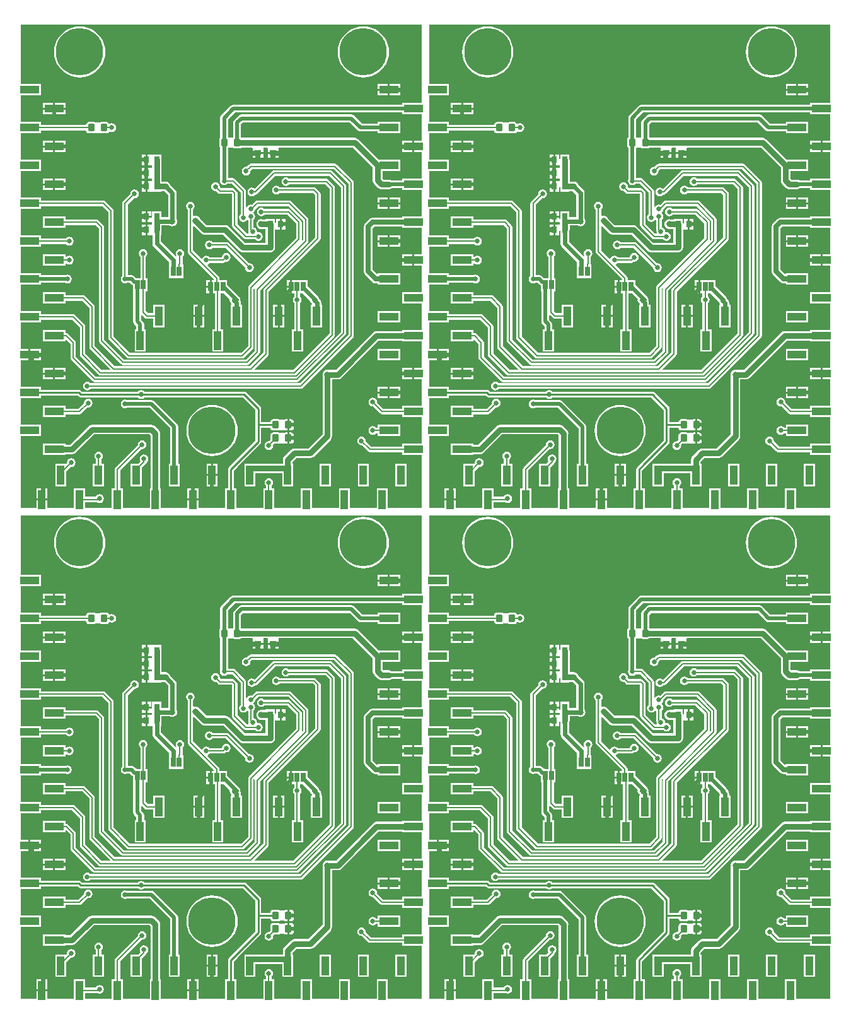
<source format=gbl>
G04*
G04 #@! TF.GenerationSoftware,Altium Limited,Altium Designer,20.2.6 (244)*
G04*
G04 Layer_Physical_Order=2*
G04 Layer_Color=16711680*
%FSLAX25Y25*%
%MOIN*%
G70*
G04*
G04 #@! TF.SameCoordinates,F81447C0-1865-472D-A3CA-BC0DD41CEC34*
G04*
G04*
G04 #@! TF.FilePolarity,Positive*
G04*
G01*
G75*
%ADD12C,0.00800*%
%ADD13C,0.03000*%
%ADD15C,0.02400*%
%ADD16C,0.02000*%
%ADD18C,0.25000*%
%ADD19C,0.02500*%
%ADD20C,0.03200*%
%ADD21R,0.09843X0.03937*%
%ADD22R,0.03937X0.09843*%
%ADD23R,0.03740X0.02953*%
G04:AMPARAMS|DCode=24|XSize=39.37mil|YSize=35.43mil|CornerRadius=4.43mil|HoleSize=0mil|Usage=FLASHONLY|Rotation=270.000|XOffset=0mil|YOffset=0mil|HoleType=Round|Shape=RoundedRectangle|*
%AMROUNDEDRECTD24*
21,1,0.03937,0.02657,0,0,270.0*
21,1,0.03051,0.03543,0,0,270.0*
1,1,0.00886,-0.01329,-0.01526*
1,1,0.00886,-0.01329,0.01526*
1,1,0.00886,0.01329,0.01526*
1,1,0.00886,0.01329,-0.01526*
%
%ADD24ROUNDEDRECTD24*%
%ADD25R,0.02953X0.03740*%
%ADD26R,0.02500X0.05000*%
%ADD27C,0.02500*%
%ADD28C,0.01000*%
G36*
X429258Y474756D02*
X418862D01*
Y473827D01*
X329487D01*
X329487Y473827D01*
X328707Y473671D01*
X328046Y473229D01*
X328046Y473229D01*
X323246Y468429D01*
X322803Y467768D01*
X322648Y466987D01*
Y456571D01*
X322472Y456453D01*
X322153Y455976D01*
X322041Y455413D01*
Y452362D01*
X322153Y451799D01*
X322472Y451322D01*
X322648Y451204D01*
Y434685D01*
X322568Y434565D01*
X322393Y433687D01*
X322568Y432809D01*
X323065Y432065D01*
X323810Y431568D01*
X324687Y431393D01*
X325565Y431568D01*
X326310Y432065D01*
X326440Y432260D01*
X328796D01*
X333360Y427696D01*
Y416040D01*
X333165Y415910D01*
X332668Y415165D01*
X332493Y414287D01*
X332668Y413410D01*
X333165Y412665D01*
X333910Y412168D01*
X334787Y411993D01*
X335665Y412168D01*
X336410Y412665D01*
X336510Y412815D01*
X337104Y412925D01*
X337360Y412733D01*
Y407787D01*
X337360Y407787D01*
X337469Y407241D01*
X337557Y407109D01*
X337493Y406787D01*
X337605Y406227D01*
X337307Y405833D01*
X336789Y405805D01*
X331715Y410879D01*
Y427287D01*
X331606Y427834D01*
X331297Y428297D01*
X331297Y428297D01*
X330297Y429297D01*
X329834Y429606D01*
X329287Y429715D01*
X329287Y429715D01*
X322997D01*
X322345Y430367D01*
X322391Y430596D01*
X322216Y431474D01*
X321719Y432219D01*
X320974Y432716D01*
X320096Y432891D01*
X319219Y432716D01*
X318474Y432219D01*
X317977Y431474D01*
X317802Y430596D01*
X317977Y429718D01*
X318474Y428974D01*
X319219Y428477D01*
X320096Y428302D01*
X320326Y428348D01*
X321396Y427278D01*
X321859Y426969D01*
X322406Y426860D01*
X322406Y426860D01*
X328696D01*
X328860Y426696D01*
Y410287D01*
X328860Y410287D01*
X328969Y409741D01*
X329278Y409278D01*
X335278Y403278D01*
X335278Y403278D01*
X335741Y402969D01*
X336287Y402860D01*
X336287Y402860D01*
X341035D01*
X341165Y402665D01*
X341910Y402168D01*
X342787Y401993D01*
X343665Y402168D01*
X344410Y402665D01*
X344907Y403409D01*
X345081Y404287D01*
X344907Y405165D01*
X344410Y405910D01*
X343665Y406407D01*
X342787Y406581D01*
X342500Y406524D01*
X342050Y406945D01*
X341907Y407665D01*
X341410Y408410D01*
X340665Y408907D01*
X340215Y408996D01*
Y413035D01*
X340410Y413165D01*
X340907Y413909D01*
X341082Y414787D01*
X340907Y415665D01*
X340410Y416410D01*
X340218Y416537D01*
Y417037D01*
X340410Y417165D01*
X340907Y417909D01*
X341036Y418557D01*
X342839Y420360D01*
X358696D01*
X366360Y412696D01*
Y402412D01*
X366069Y402182D01*
X365654Y402483D01*
X365715Y402787D01*
X365715Y402787D01*
Y411787D01*
X365606Y412334D01*
X365297Y412797D01*
X365297Y412797D01*
X359797Y418297D01*
X359334Y418606D01*
X358787Y418715D01*
X358787Y418715D01*
X346040D01*
X345910Y418910D01*
X345165Y419407D01*
X344287Y419582D01*
X343409Y419407D01*
X342665Y418910D01*
X342168Y418165D01*
X341993Y417287D01*
X342168Y416409D01*
X342665Y415665D01*
X343409Y415168D01*
X344287Y414993D01*
X345165Y415168D01*
X345910Y415665D01*
X346040Y415860D01*
X358196D01*
X362860Y411196D01*
Y403379D01*
X337778Y378297D01*
X337469Y377834D01*
X337360Y377287D01*
X337360Y377287D01*
Y346397D01*
X333678Y342715D01*
X274879D01*
X266215Y351379D01*
Y417787D01*
X266106Y418334D01*
X265797Y418797D01*
X265797Y418797D01*
X261797Y422797D01*
X261334Y423106D01*
X260787Y423215D01*
X260787Y423215D01*
X227713D01*
Y424756D01*
X217317D01*
Y438819D01*
X227713D01*
Y444756D01*
X217317D01*
X217317Y458819D01*
X227713D01*
Y460360D01*
X251641D01*
Y460262D01*
X251753Y459699D01*
X252072Y459222D01*
X252549Y458903D01*
X253112Y458791D01*
X255770D01*
X256333Y458903D01*
X256526Y459031D01*
X259049D01*
X259242Y458903D01*
X259805Y458791D01*
X262463D01*
X263026Y458903D01*
X263503Y459222D01*
X263822Y459699D01*
X264156Y459837D01*
X264409Y459668D01*
X265287Y459493D01*
X266165Y459668D01*
X266910Y460165D01*
X267407Y460910D01*
X267582Y461787D01*
X267407Y462665D01*
X266910Y463410D01*
X266165Y463907D01*
X265287Y464081D01*
X264409Y463907D01*
X264156Y463737D01*
X263822Y463876D01*
X263503Y464353D01*
X263026Y464672D01*
X262463Y464784D01*
X259805D01*
X259242Y464672D01*
X259049Y464543D01*
X256526D01*
X256333Y464672D01*
X255770Y464784D01*
X253112D01*
X252549Y464672D01*
X252072Y464353D01*
X251753Y463876D01*
X251641Y463313D01*
Y463215D01*
X227713D01*
Y464756D01*
X217317D01*
Y478819D01*
X227713D01*
Y484756D01*
X217317D01*
Y516258D01*
X429258D01*
Y474756D01*
D02*
G37*
G36*
X213471D02*
X203075D01*
Y473827D01*
X113700D01*
X113700Y473827D01*
X112920Y473671D01*
X112258Y473229D01*
X112258Y473229D01*
X107458Y468429D01*
X107016Y467768D01*
X106861Y466987D01*
Y456571D01*
X106685Y456453D01*
X106366Y455976D01*
X106254Y455413D01*
Y452362D01*
X106366Y451799D01*
X106685Y451322D01*
X106861Y451204D01*
Y434685D01*
X106781Y434565D01*
X106606Y433687D01*
X106781Y432809D01*
X107278Y432065D01*
X108022Y431568D01*
X108900Y431393D01*
X109778Y431568D01*
X110522Y432065D01*
X110652Y432260D01*
X113009D01*
X117573Y427696D01*
Y416040D01*
X117378Y415910D01*
X116881Y415165D01*
X116706Y414287D01*
X116881Y413410D01*
X117378Y412665D01*
X118122Y412168D01*
X119000Y411993D01*
X119878Y412168D01*
X120622Y412665D01*
X120722Y412815D01*
X121316Y412925D01*
X121573Y412733D01*
Y407787D01*
X121573Y407787D01*
X121681Y407241D01*
X121770Y407109D01*
X121706Y406787D01*
X121818Y406227D01*
X121520Y405833D01*
X121002Y405805D01*
X115927Y410879D01*
Y427287D01*
X115819Y427834D01*
X115509Y428297D01*
X115509Y428297D01*
X114509Y429297D01*
X114046Y429606D01*
X113500Y429715D01*
X113500Y429715D01*
X107209D01*
X106557Y430367D01*
X106603Y430596D01*
X106429Y431474D01*
X105931Y432219D01*
X105187Y432716D01*
X104309Y432891D01*
X103431Y432716D01*
X102687Y432219D01*
X102190Y431474D01*
X102015Y430596D01*
X102190Y429718D01*
X102687Y428974D01*
X103431Y428477D01*
X104309Y428302D01*
X104539Y428348D01*
X105609Y427278D01*
X106072Y426969D01*
X106618Y426860D01*
X106618Y426860D01*
X112909D01*
X113073Y426696D01*
Y410287D01*
X113073Y410287D01*
X113181Y409741D01*
X113491Y409278D01*
X119491Y403278D01*
X119491Y403278D01*
X119954Y402969D01*
X120500Y402860D01*
X120500Y402860D01*
X125248D01*
X125378Y402665D01*
X126122Y402168D01*
X127000Y401993D01*
X127878Y402168D01*
X128622Y402665D01*
X129120Y403409D01*
X129294Y404287D01*
X129120Y405165D01*
X128622Y405910D01*
X127878Y406407D01*
X127000Y406581D01*
X126713Y406524D01*
X126263Y406945D01*
X126119Y407665D01*
X125622Y408410D01*
X124878Y408907D01*
X124427Y408996D01*
Y413035D01*
X124622Y413165D01*
X125119Y413909D01*
X125294Y414787D01*
X125119Y415665D01*
X124622Y416410D01*
X124431Y416537D01*
Y417037D01*
X124622Y417165D01*
X125119Y417909D01*
X125248Y418557D01*
X127051Y420360D01*
X142909D01*
X150573Y412696D01*
Y402412D01*
X150282Y402182D01*
X149867Y402483D01*
X149927Y402787D01*
X149927Y402787D01*
Y411787D01*
X149819Y412334D01*
X149509Y412797D01*
X149509Y412797D01*
X144009Y418297D01*
X143546Y418606D01*
X143000Y418715D01*
X143000Y418715D01*
X130252D01*
X130122Y418910D01*
X129378Y419407D01*
X128500Y419582D01*
X127622Y419407D01*
X126878Y418910D01*
X126381Y418165D01*
X126206Y417287D01*
X126381Y416409D01*
X126878Y415665D01*
X127622Y415168D01*
X128500Y414993D01*
X129378Y415168D01*
X130122Y415665D01*
X130252Y415860D01*
X142409D01*
X147073Y411196D01*
Y403379D01*
X121991Y378297D01*
X121681Y377834D01*
X121573Y377287D01*
X121573Y377287D01*
Y346397D01*
X117890Y342715D01*
X59091D01*
X50427Y351379D01*
Y417787D01*
X50319Y418334D01*
X50009Y418797D01*
X50009Y418797D01*
X46009Y422797D01*
X45546Y423106D01*
X45000Y423215D01*
X45000Y423215D01*
X11925D01*
Y424756D01*
X1529D01*
Y438819D01*
X11925D01*
Y444756D01*
X1529D01*
X1529Y458819D01*
X11925D01*
Y460360D01*
X35854D01*
Y460262D01*
X35966Y459699D01*
X36285Y459222D01*
X36762Y458903D01*
X37325Y458791D01*
X39982D01*
X40545Y458903D01*
X40738Y459031D01*
X43262D01*
X43455Y458903D01*
X44018Y458791D01*
X46675D01*
X47238Y458903D01*
X47715Y459222D01*
X48034Y459699D01*
X48369Y459837D01*
X48622Y459668D01*
X49500Y459493D01*
X50378Y459668D01*
X51122Y460165D01*
X51619Y460910D01*
X51794Y461787D01*
X51619Y462665D01*
X51122Y463410D01*
X50378Y463907D01*
X49500Y464081D01*
X48622Y463907D01*
X48369Y463737D01*
X48034Y463876D01*
X47715Y464353D01*
X47238Y464672D01*
X46675Y464784D01*
X44018D01*
X43455Y464672D01*
X43262Y464543D01*
X40738D01*
X40545Y464672D01*
X39982Y464784D01*
X37325D01*
X36762Y464672D01*
X36285Y464353D01*
X35966Y463876D01*
X35854Y463313D01*
Y463215D01*
X11925D01*
Y464756D01*
X1529D01*
Y478819D01*
X11925D01*
Y484756D01*
X1529D01*
Y516258D01*
X213471D01*
Y474756D01*
D02*
G37*
G36*
X418862Y468819D02*
X429258D01*
Y454756D01*
X425283D01*
Y451787D01*
Y448819D01*
X429258D01*
Y434756D01*
X418862D01*
Y433827D01*
X413239D01*
X412767Y434142D01*
X411791Y434336D01*
X408843D01*
X408336Y434843D01*
Y438819D01*
X417713D01*
Y444756D01*
X406424D01*
X395490Y455690D01*
X394663Y456242D01*
X393687Y456436D01*
X333914D01*
X333903Y456453D01*
X333573Y456674D01*
Y463589D01*
X334632Y464648D01*
X391043D01*
X395345Y460346D01*
X396007Y459903D01*
X396787Y459748D01*
X396788Y459748D01*
X405870D01*
Y458819D01*
X417713D01*
Y464756D01*
X405870D01*
Y463827D01*
X397632D01*
X393329Y468129D01*
X392668Y468571D01*
X391887Y468727D01*
X333787D01*
X333787Y468727D01*
X333007Y468571D01*
X332346Y468129D01*
X330092Y465876D01*
X329650Y465214D01*
X329495Y464434D01*
Y456674D01*
X329449Y456643D01*
X326926D01*
X326733Y456772D01*
X326727Y456773D01*
Y466143D01*
X330332Y469748D01*
X418862D01*
Y468819D01*
D02*
G37*
G36*
X203075D02*
X213471D01*
Y454756D01*
X209496D01*
Y451787D01*
Y448819D01*
X213471D01*
Y434756D01*
X203075D01*
Y433827D01*
X197452D01*
X196979Y434142D01*
X196004Y434336D01*
X193056D01*
X192549Y434843D01*
Y438819D01*
X201925D01*
Y444756D01*
X190636D01*
X179702Y455690D01*
X178876Y456242D01*
X177900Y456436D01*
X118127D01*
X118115Y456453D01*
X117786Y456674D01*
Y463589D01*
X118845Y464648D01*
X175255D01*
X179558Y460346D01*
X180220Y459903D01*
X181000Y459748D01*
X181000Y459748D01*
X190083D01*
Y458819D01*
X201925D01*
Y464756D01*
X190083D01*
Y463827D01*
X181845D01*
X177542Y468129D01*
X176880Y468571D01*
X176100Y468727D01*
X118000D01*
X118000Y468727D01*
X117220Y468571D01*
X116558Y468129D01*
X114304Y465876D01*
X113863Y465214D01*
X113707Y464434D01*
Y456674D01*
X113662Y456643D01*
X111138D01*
X110945Y456772D01*
X110939Y456773D01*
Y466143D01*
X114545Y469748D01*
X203075D01*
Y468819D01*
D02*
G37*
G36*
X403238Y440732D02*
Y433787D01*
X403433Y432812D01*
X403985Y431985D01*
X405985Y429985D01*
X406812Y429432D01*
X407787Y429238D01*
X411791D01*
X412767Y429432D01*
X413239Y429748D01*
X418862D01*
Y428819D01*
X429258D01*
Y414756D01*
X418862D01*
Y414081D01*
X403120D01*
X402242Y413907D01*
X401498Y413410D01*
X399165Y411077D01*
X398668Y410333D01*
X398493Y409455D01*
Y385787D01*
X398668Y384910D01*
X399165Y384165D01*
X403165Y380165D01*
X403909Y379668D01*
X404787Y379493D01*
X405870D01*
Y378819D01*
X417713D01*
Y384756D01*
X405870D01*
Y384656D01*
X405370Y384449D01*
X403082Y386738D01*
Y408504D01*
X404070Y409493D01*
X418862D01*
Y408819D01*
X429258D01*
Y394756D01*
X425283D01*
Y391787D01*
Y388819D01*
X429258D01*
Y374756D01*
X418862D01*
Y368819D01*
X429258D01*
Y354756D01*
X418862D01*
Y354336D01*
X405287D01*
X404312Y354142D01*
X403485Y353590D01*
X383732Y333836D01*
X379845D01*
X379287Y333910D01*
X378609Y333821D01*
X377976Y333559D01*
X377433Y333142D01*
X377016Y332599D01*
X376754Y331966D01*
X376665Y331287D01*
X376738Y330729D01*
Y299843D01*
X369232Y292336D01*
X361787D01*
X360812Y292142D01*
X359985Y291590D01*
X356485Y288090D01*
X355932Y287263D01*
X355738Y286287D01*
Y284254D01*
X338756D01*
X338510Y284205D01*
X335319D01*
Y272362D01*
X341256D01*
Y279156D01*
X355319D01*
Y272362D01*
X361256D01*
Y284205D01*
X360836D01*
Y285232D01*
X362843Y287238D01*
X370287D01*
X371263Y287433D01*
X372090Y287985D01*
X381090Y296985D01*
X381642Y297812D01*
X381836Y298787D01*
Y328738D01*
X384787D01*
X385763Y328932D01*
X386590Y329485D01*
X406343Y349238D01*
X418862D01*
Y348819D01*
X429258D01*
Y334756D01*
X425283D01*
Y331787D01*
Y328819D01*
X429258D01*
X429258Y314756D01*
X418862D01*
Y313215D01*
X408879D01*
X405536Y316558D01*
X405582Y316787D01*
X405407Y317665D01*
X404910Y318410D01*
X404165Y318907D01*
X403287Y319081D01*
X402410Y318907D01*
X401665Y318410D01*
X401168Y317665D01*
X400993Y316787D01*
X401168Y315910D01*
X401665Y315165D01*
X402410Y314668D01*
X403287Y314493D01*
X403517Y314539D01*
X407278Y310778D01*
X407278Y310778D01*
X407741Y310469D01*
X408287Y310360D01*
X408287Y310360D01*
X418862D01*
Y308819D01*
X429258D01*
Y294756D01*
X418862D01*
Y293215D01*
X402379D01*
X399536Y296058D01*
X399582Y296287D01*
X399407Y297165D01*
X398910Y297910D01*
X398165Y298407D01*
X397287Y298582D01*
X396410Y298407D01*
X395665Y297910D01*
X395168Y297165D01*
X394993Y296287D01*
X395168Y295409D01*
X395665Y294665D01*
X396410Y294168D01*
X397287Y293993D01*
X397517Y294039D01*
X400778Y290778D01*
X400778Y290778D01*
X401241Y290469D01*
X401787Y290360D01*
X401788Y290360D01*
X418862D01*
Y288819D01*
X429258D01*
Y260817D01*
X411256D01*
Y271213D01*
X405319D01*
Y260817D01*
X391256D01*
Y271213D01*
X385319D01*
Y260817D01*
X371256D01*
Y271213D01*
X365319D01*
Y260817D01*
X351256D01*
Y271213D01*
X349715D01*
Y272535D01*
X349910Y272665D01*
X350407Y273410D01*
X350582Y274287D01*
X350407Y275165D01*
X349910Y275910D01*
X349165Y276407D01*
X348287Y276582D01*
X347410Y276407D01*
X346665Y275910D01*
X346168Y275165D01*
X345993Y274287D01*
X346168Y273410D01*
X346665Y272665D01*
X346860Y272535D01*
Y271213D01*
X345319D01*
Y260817D01*
X331256D01*
Y271213D01*
X329817D01*
Y280603D01*
X331869Y282655D01*
X331972Y282809D01*
X343869Y294706D01*
X344200Y295202D01*
X344317Y295787D01*
Y303258D01*
X349142D01*
X349253Y302699D01*
X349572Y302221D01*
X350049Y301903D01*
X350612Y301791D01*
X353270D01*
X353833Y301903D01*
X354026Y302031D01*
X356549D01*
X356742Y301903D01*
X357305Y301791D01*
X358134D01*
Y304787D01*
Y307784D01*
X357305D01*
X356742Y307672D01*
X356549Y307543D01*
X354026D01*
X353833Y307672D01*
X353270Y307784D01*
X350612D01*
X350049Y307672D01*
X349572Y307353D01*
X349253Y306876D01*
X349142Y306317D01*
X344317D01*
Y313287D01*
X344200Y313873D01*
X343869Y314369D01*
X336369Y321869D01*
X335873Y322200D01*
X335287Y322317D01*
X282472D01*
X282410Y322410D01*
X281665Y322907D01*
X280787Y323081D01*
X279909Y322907D01*
X279165Y322410D01*
X279103Y322317D01*
X249421D01*
X248869Y322869D01*
X248373Y323200D01*
X247787Y323317D01*
X227713D01*
Y324756D01*
X217317D01*
Y338819D01*
X221291D01*
Y341787D01*
Y344756D01*
X217317D01*
Y358819D01*
X227713D01*
Y360360D01*
X244196D01*
X248360Y356196D01*
Y341787D01*
X248360Y341787D01*
X248469Y341241D01*
X248778Y340778D01*
X258278Y331278D01*
X258278Y331278D01*
X258741Y330969D01*
X259287Y330860D01*
X259288Y330860D01*
X361787D01*
X361787Y330860D01*
X362334Y330969D01*
X362797Y331278D01*
X382797Y351278D01*
X382797Y351278D01*
X383106Y351741D01*
X383215Y352287D01*
X383215Y352287D01*
Y430287D01*
X383215Y430287D01*
X383106Y430834D01*
X382797Y431297D01*
X382797Y431297D01*
X379797Y434297D01*
X379334Y434606D01*
X378787Y434715D01*
X378787Y434715D01*
X359040D01*
X358910Y434910D01*
X358165Y435407D01*
X357287Y435581D01*
X356410Y435407D01*
X355665Y434910D01*
X355168Y434165D01*
X354993Y433287D01*
X355168Y432409D01*
X355665Y431665D01*
X356410Y431168D01*
X357287Y430993D01*
X358165Y431168D01*
X358910Y431665D01*
X359040Y431860D01*
X378196D01*
X380360Y429696D01*
Y352879D01*
X361196Y333715D01*
X340887D01*
X340696Y334177D01*
X347797Y341278D01*
X347797Y341278D01*
X348106Y341741D01*
X348215Y342287D01*
X348215Y342287D01*
Y375196D01*
X375297Y402278D01*
X375297Y402278D01*
X375606Y402741D01*
X375715Y403287D01*
Y426787D01*
X375715Y426787D01*
X375606Y427334D01*
X375297Y427797D01*
X375297Y427797D01*
X373297Y429797D01*
X372834Y430106D01*
X372287Y430215D01*
X372287Y430215D01*
X354040D01*
X353910Y430410D01*
X353165Y430907D01*
X352287Y431081D01*
X351410Y430907D01*
X350665Y430410D01*
X350168Y429665D01*
X349993Y428787D01*
X350168Y427910D01*
X350665Y427165D01*
X351410Y426668D01*
X352287Y426493D01*
X353165Y426668D01*
X353910Y427165D01*
X354040Y427360D01*
X371696D01*
X372860Y426196D01*
Y403879D01*
X345778Y376797D01*
X345469Y376334D01*
X345360Y375787D01*
X345360Y375787D01*
Y342879D01*
X338196Y335715D01*
X266879D01*
X256215Y346379D01*
Y367287D01*
X256215Y367287D01*
X256106Y367834D01*
X255797Y368297D01*
X255797Y368297D01*
X251297Y372797D01*
X250834Y373106D01*
X250287Y373215D01*
X250287Y373215D01*
X240705D01*
Y374756D01*
X228862D01*
Y368819D01*
X240705D01*
Y370360D01*
X249696D01*
X253360Y366696D01*
Y345787D01*
X253360Y345787D01*
X253469Y345241D01*
X253778Y344778D01*
X264379Y334177D01*
X264188Y333715D01*
X259879D01*
X251215Y342379D01*
Y356787D01*
X251215Y356787D01*
X251106Y357334D01*
X250797Y357797D01*
X250797Y357797D01*
X245797Y362797D01*
X245334Y363106D01*
X244787Y363215D01*
X244787Y363215D01*
X227713D01*
Y364756D01*
X217317D01*
Y378819D01*
X227713D01*
Y379748D01*
X240789D01*
X240910Y379668D01*
X241787Y379493D01*
X242665Y379668D01*
X243410Y380165D01*
X243907Y380909D01*
X244081Y381787D01*
X243907Y382665D01*
X243410Y383410D01*
X242665Y383907D01*
X241787Y384082D01*
X240910Y383907D01*
X240789Y383827D01*
X227713D01*
Y384756D01*
X217317D01*
Y398819D01*
X227713D01*
Y400360D01*
X241035D01*
X241165Y400165D01*
X241910Y399668D01*
X242787Y399493D01*
X243665Y399668D01*
X244410Y400165D01*
X244907Y400910D01*
X245081Y401787D01*
X244907Y402665D01*
X244410Y403410D01*
X243665Y403907D01*
X242787Y404081D01*
X241910Y403907D01*
X241165Y403410D01*
X241035Y403215D01*
X227713D01*
Y404756D01*
X217317D01*
Y418819D01*
X227713D01*
Y420360D01*
X260196D01*
X263360Y417196D01*
Y350787D01*
X263360Y350787D01*
X263469Y350241D01*
X263778Y349778D01*
X273278Y340278D01*
X273278Y340278D01*
X273741Y339969D01*
X274287Y339860D01*
X274288Y339860D01*
X334269D01*
X334269Y339860D01*
X334815Y339969D01*
X335278Y340278D01*
X339797Y344797D01*
X339797Y344797D01*
X340106Y345260D01*
X340215Y345806D01*
Y376663D01*
X340505Y376892D01*
X340920Y376591D01*
X340860Y376287D01*
X340860Y376287D01*
Y343879D01*
X336196Y339215D01*
X271879D01*
X261215Y349879D01*
Y409287D01*
X261106Y409834D01*
X260797Y410297D01*
X260797Y410297D01*
X258297Y412797D01*
X257834Y413106D01*
X257287Y413215D01*
X257287Y413215D01*
X240705D01*
Y414756D01*
X228862D01*
Y408819D01*
X240705D01*
Y410360D01*
X256696D01*
X258360Y408696D01*
Y349287D01*
X258360Y349287D01*
X258469Y348741D01*
X258778Y348278D01*
X270278Y336778D01*
X270278Y336778D01*
X270741Y336469D01*
X271287Y336360D01*
X271287Y336360D01*
X336787D01*
X336787Y336360D01*
X337334Y336469D01*
X337797Y336778D01*
X343297Y342278D01*
X343297Y342278D01*
X343606Y342741D01*
X343715Y343287D01*
Y375696D01*
X368797Y400778D01*
X368797Y400778D01*
X369106Y401241D01*
X369215Y401787D01*
X369215Y401787D01*
Y413287D01*
X369215Y413287D01*
X369106Y413834D01*
X368797Y414297D01*
X368797Y414297D01*
X360297Y422797D01*
X359834Y423106D01*
X359287Y423215D01*
X359287Y423215D01*
X342248D01*
X342247Y423215D01*
X341701Y423106D01*
X341238Y422797D01*
X341238Y422797D01*
X339401Y420960D01*
X338787Y421081D01*
X337910Y420907D01*
X337165Y420410D01*
X336715Y419735D01*
X336427Y419747D01*
X336215Y419819D01*
Y428287D01*
X336106Y428834D01*
X335797Y429297D01*
X335797Y429297D01*
X330397Y434697D01*
X329934Y435006D01*
X329387Y435115D01*
X329387Y435115D01*
X326727D01*
Y451001D01*
X326733Y451003D01*
X326926Y451131D01*
X329449D01*
X329642Y451003D01*
X330205Y450891D01*
X332863D01*
X333426Y451003D01*
X333903Y451322D01*
X333914Y451338D01*
X339550D01*
X339717Y450908D01*
X339717Y450838D01*
Y448932D01*
X342587D01*
X345458D01*
Y450838D01*
X345458Y450908D01*
X345625Y451338D01*
X347550D01*
X347717Y450908D01*
X347717Y450838D01*
Y448932D01*
X350587D01*
X353457D01*
Y450838D01*
X353457Y450908D01*
X353625Y451338D01*
X392632D01*
X403238Y440732D01*
D02*
G37*
G36*
X187451D02*
Y433787D01*
X187645Y432812D01*
X188198Y431985D01*
X190198Y429985D01*
X191025Y429432D01*
X192000Y429238D01*
X196004D01*
X196979Y429432D01*
X197452Y429748D01*
X203075D01*
Y428819D01*
X213471D01*
Y414756D01*
X203075D01*
Y414081D01*
X187333D01*
X186455Y413907D01*
X185711Y413410D01*
X183378Y411077D01*
X182881Y410333D01*
X182706Y409455D01*
Y385787D01*
X182881Y384910D01*
X183378Y384165D01*
X187378Y380165D01*
X188122Y379668D01*
X189000Y379493D01*
X190083D01*
Y378819D01*
X201925D01*
Y384756D01*
X190083D01*
Y384656D01*
X189583Y384449D01*
X187294Y386738D01*
Y408504D01*
X188283Y409493D01*
X203075D01*
Y408819D01*
X213471D01*
Y394756D01*
X209496D01*
Y391787D01*
Y388819D01*
X213471D01*
Y374756D01*
X203075D01*
Y368819D01*
X213471D01*
Y354756D01*
X203075D01*
Y354336D01*
X189500D01*
X188525Y354142D01*
X187698Y353590D01*
X167944Y333836D01*
X164058D01*
X163500Y333910D01*
X162821Y333821D01*
X162189Y333559D01*
X161646Y333142D01*
X161229Y332599D01*
X160967Y331966D01*
X160878Y331287D01*
X160951Y330729D01*
Y299843D01*
X153444Y292336D01*
X146000D01*
X145025Y292142D01*
X144198Y291590D01*
X140698Y288090D01*
X140145Y287263D01*
X139951Y286287D01*
Y284254D01*
X122968D01*
X122722Y284205D01*
X119532D01*
Y272362D01*
X125469D01*
Y279156D01*
X139532D01*
Y272362D01*
X145468D01*
Y284205D01*
X145049D01*
Y285232D01*
X147056Y287238D01*
X154500D01*
X155475Y287433D01*
X156302Y287985D01*
X165302Y296985D01*
X165855Y297812D01*
X166049Y298787D01*
Y328738D01*
X169000D01*
X169975Y328932D01*
X170802Y329485D01*
X190556Y349238D01*
X203075D01*
Y348819D01*
X213471D01*
Y334756D01*
X209496D01*
Y331787D01*
Y328819D01*
X213471D01*
X213471Y314756D01*
X203075D01*
Y313215D01*
X193091D01*
X189748Y316558D01*
X189794Y316787D01*
X189620Y317665D01*
X189122Y318410D01*
X188378Y318907D01*
X187500Y319081D01*
X186622Y318907D01*
X185878Y318410D01*
X185381Y317665D01*
X185206Y316787D01*
X185381Y315910D01*
X185878Y315165D01*
X186622Y314668D01*
X187500Y314493D01*
X187730Y314539D01*
X191491Y310778D01*
X191491Y310778D01*
X191954Y310469D01*
X192500Y310360D01*
X192500Y310360D01*
X203075D01*
Y308819D01*
X213471D01*
Y294756D01*
X203075D01*
Y293215D01*
X186591D01*
X183748Y296058D01*
X183794Y296287D01*
X183619Y297165D01*
X183122Y297910D01*
X182378Y298407D01*
X181500Y298582D01*
X180622Y298407D01*
X179878Y297910D01*
X179381Y297165D01*
X179206Y296287D01*
X179381Y295409D01*
X179878Y294665D01*
X180622Y294168D01*
X181500Y293993D01*
X181730Y294039D01*
X184991Y290778D01*
X184991Y290778D01*
X185454Y290469D01*
X186000Y290360D01*
X186000Y290360D01*
X203075D01*
Y288819D01*
X213471D01*
Y260817D01*
X195468D01*
Y271213D01*
X189532D01*
Y260817D01*
X175469D01*
Y271213D01*
X169532D01*
Y260817D01*
X155468D01*
Y271213D01*
X149531D01*
Y260817D01*
X135468D01*
Y271213D01*
X133927D01*
Y272535D01*
X134122Y272665D01*
X134619Y273410D01*
X134794Y274287D01*
X134619Y275165D01*
X134122Y275910D01*
X133378Y276407D01*
X132500Y276582D01*
X131622Y276407D01*
X130878Y275910D01*
X130381Y275165D01*
X130206Y274287D01*
X130381Y273410D01*
X130878Y272665D01*
X131073Y272535D01*
Y271213D01*
X129532D01*
Y260817D01*
X115469D01*
Y271213D01*
X114029D01*
Y280603D01*
X116081Y282655D01*
X116184Y282809D01*
X128081Y294706D01*
X128413Y295202D01*
X128529Y295787D01*
Y303258D01*
X133354D01*
X133466Y302699D01*
X133784Y302221D01*
X134262Y301903D01*
X134825Y301791D01*
X137482D01*
X138045Y301903D01*
X138238Y302031D01*
X140762D01*
X140955Y301903D01*
X141518Y301791D01*
X142347D01*
Y304787D01*
Y307784D01*
X141518D01*
X140955Y307672D01*
X140762Y307543D01*
X138238D01*
X138045Y307672D01*
X137482Y307784D01*
X134825D01*
X134262Y307672D01*
X133784Y307353D01*
X133466Y306876D01*
X133354Y306317D01*
X128529D01*
Y313287D01*
X128413Y313873D01*
X128081Y314369D01*
X120581Y321869D01*
X120085Y322200D01*
X119500Y322317D01*
X66684D01*
X66622Y322410D01*
X65878Y322907D01*
X65000Y323081D01*
X64122Y322907D01*
X63378Y322410D01*
X63316Y322317D01*
X33634D01*
X33081Y322869D01*
X32585Y323200D01*
X32000Y323317D01*
X11925D01*
Y324756D01*
X1529D01*
Y338819D01*
X5504D01*
Y341787D01*
Y344756D01*
X1529D01*
Y358819D01*
X11925D01*
Y360360D01*
X28409D01*
X32573Y356196D01*
Y341787D01*
X32573Y341787D01*
X32681Y341241D01*
X32991Y340778D01*
X42491Y331278D01*
X42491Y331278D01*
X42954Y330969D01*
X43500Y330860D01*
X43500Y330860D01*
X146000D01*
X146000Y330860D01*
X146546Y330969D01*
X147009Y331278D01*
X167009Y351278D01*
X167009Y351278D01*
X167319Y351741D01*
X167427Y352287D01*
X167427Y352287D01*
Y430287D01*
X167427Y430287D01*
X167319Y430834D01*
X167009Y431297D01*
X167009Y431297D01*
X164009Y434297D01*
X163546Y434606D01*
X163000Y434715D01*
X163000Y434715D01*
X143252D01*
X143122Y434910D01*
X142378Y435407D01*
X141500Y435581D01*
X140622Y435407D01*
X139878Y434910D01*
X139381Y434165D01*
X139206Y433287D01*
X139381Y432409D01*
X139878Y431665D01*
X140622Y431168D01*
X141500Y430993D01*
X142378Y431168D01*
X143122Y431665D01*
X143252Y431860D01*
X162409D01*
X164573Y429696D01*
Y352879D01*
X145409Y333715D01*
X125099D01*
X124908Y334177D01*
X132009Y341278D01*
X132009Y341278D01*
X132319Y341741D01*
X132427Y342287D01*
X132427Y342287D01*
Y375196D01*
X159509Y402278D01*
X159509Y402278D01*
X159819Y402741D01*
X159927Y403287D01*
Y426787D01*
X159927Y426787D01*
X159819Y427334D01*
X159509Y427797D01*
X159509Y427797D01*
X157509Y429797D01*
X157046Y430106D01*
X156500Y430215D01*
X156500Y430215D01*
X138252D01*
X138122Y430410D01*
X137378Y430907D01*
X136500Y431081D01*
X135622Y430907D01*
X134878Y430410D01*
X134381Y429665D01*
X134206Y428787D01*
X134381Y427910D01*
X134878Y427165D01*
X135622Y426668D01*
X136500Y426493D01*
X137378Y426668D01*
X138122Y427165D01*
X138252Y427360D01*
X155909D01*
X157073Y426196D01*
Y403879D01*
X129991Y376797D01*
X129681Y376334D01*
X129573Y375787D01*
X129573Y375787D01*
Y342879D01*
X122409Y335715D01*
X51091D01*
X40427Y346379D01*
Y367287D01*
X40427Y367287D01*
X40319Y367834D01*
X40009Y368297D01*
X40009Y368297D01*
X35509Y372797D01*
X35046Y373106D01*
X34500Y373215D01*
X34500Y373215D01*
X24917D01*
Y374756D01*
X13075D01*
Y368819D01*
X24917D01*
Y370360D01*
X33909D01*
X37573Y366696D01*
Y345787D01*
X37573Y345787D01*
X37681Y345241D01*
X37991Y344778D01*
X48592Y334177D01*
X48401Y333715D01*
X44091D01*
X35427Y342379D01*
Y356787D01*
X35427Y356787D01*
X35319Y357334D01*
X35009Y357797D01*
X35009Y357797D01*
X30009Y362797D01*
X29546Y363106D01*
X29000Y363215D01*
X29000Y363215D01*
X11925D01*
Y364756D01*
X1529D01*
Y378819D01*
X11925D01*
Y379748D01*
X25002D01*
X25122Y379668D01*
X26000Y379493D01*
X26878Y379668D01*
X27622Y380165D01*
X28120Y380909D01*
X28294Y381787D01*
X28120Y382665D01*
X27622Y383410D01*
X26878Y383907D01*
X26000Y384082D01*
X25122Y383907D01*
X25002Y383827D01*
X11925D01*
Y384756D01*
X1529D01*
Y398819D01*
X11925D01*
Y400360D01*
X25248D01*
X25378Y400165D01*
X26122Y399668D01*
X27000Y399493D01*
X27878Y399668D01*
X28622Y400165D01*
X29120Y400910D01*
X29294Y401787D01*
X29120Y402665D01*
X28622Y403410D01*
X27878Y403907D01*
X27000Y404081D01*
X26122Y403907D01*
X25378Y403410D01*
X25248Y403215D01*
X11925D01*
Y404756D01*
X1529D01*
Y418819D01*
X11925D01*
Y420360D01*
X44409D01*
X47573Y417196D01*
Y350787D01*
X47573Y350787D01*
X47681Y350241D01*
X47991Y349778D01*
X57491Y340278D01*
X57491Y340278D01*
X57954Y339969D01*
X58500Y339860D01*
X58500Y339860D01*
X118481D01*
X118481Y339860D01*
X119028Y339969D01*
X119491Y340278D01*
X124009Y344797D01*
X124009Y344797D01*
X124319Y345260D01*
X124427Y345806D01*
Y376663D01*
X124718Y376892D01*
X125133Y376591D01*
X125073Y376287D01*
X125073Y376287D01*
Y343879D01*
X120409Y339215D01*
X56091D01*
X45427Y349879D01*
Y409287D01*
X45319Y409834D01*
X45009Y410297D01*
X45009Y410297D01*
X42509Y412797D01*
X42046Y413106D01*
X41500Y413215D01*
X41500Y413215D01*
X24917D01*
Y414756D01*
X13075D01*
Y408819D01*
X24917D01*
Y410360D01*
X40909D01*
X42573Y408696D01*
Y349287D01*
X42573Y349287D01*
X42681Y348741D01*
X42991Y348278D01*
X54491Y336778D01*
X54491Y336778D01*
X54954Y336469D01*
X55500Y336360D01*
X55500Y336360D01*
X121000D01*
X121000Y336360D01*
X121546Y336469D01*
X122009Y336778D01*
X127509Y342278D01*
X127509Y342278D01*
X127819Y342741D01*
X127927Y343287D01*
Y375696D01*
X153009Y400778D01*
X153009Y400778D01*
X153319Y401241D01*
X153427Y401787D01*
X153427Y401787D01*
Y413287D01*
X153427Y413287D01*
X153319Y413834D01*
X153009Y414297D01*
X153009Y414297D01*
X144509Y422797D01*
X144046Y423106D01*
X143500Y423215D01*
X143500Y423215D01*
X126460D01*
X126460Y423215D01*
X125914Y423106D01*
X125451Y422797D01*
X125451Y422797D01*
X123613Y420960D01*
X123000Y421081D01*
X122122Y420907D01*
X121378Y420410D01*
X120927Y419735D01*
X120640Y419747D01*
X120427Y419819D01*
Y428287D01*
X120319Y428834D01*
X120009Y429297D01*
X120009Y429297D01*
X114609Y434697D01*
X114146Y435006D01*
X113600Y435115D01*
X113600Y435115D01*
X110939D01*
Y451001D01*
X110945Y451003D01*
X111138Y451131D01*
X113662D01*
X113855Y451003D01*
X114418Y450891D01*
X117075D01*
X117638Y451003D01*
X118115Y451322D01*
X118127Y451338D01*
X123762D01*
X123930Y450908D01*
X123930Y450838D01*
Y448932D01*
X126800D01*
X129670D01*
Y450838D01*
X129670Y450908D01*
X129838Y451338D01*
X131762D01*
X131930Y450908D01*
X131930Y450838D01*
Y448932D01*
X134800D01*
X137670D01*
Y450838D01*
X137670Y450908D01*
X137838Y451338D01*
X176844D01*
X187451Y440732D01*
D02*
G37*
G36*
X247706Y319706D02*
X248202Y319374D01*
X248787Y319258D01*
X279103D01*
X279165Y319165D01*
X279909Y318668D01*
X280787Y318493D01*
X281665Y318668D01*
X282410Y319165D01*
X282472Y319258D01*
X334654D01*
X341258Y312654D01*
Y305287D01*
Y296421D01*
X329706Y284869D01*
X329603Y284715D01*
X327206Y282318D01*
X326874Y281821D01*
X326758Y281236D01*
Y271213D01*
X325319D01*
Y260817D01*
X311256D01*
Y264791D01*
X308287D01*
X305319D01*
Y260817D01*
X291256D01*
Y271213D01*
X290836D01*
Y299604D01*
X290910Y300162D01*
X290821Y300841D01*
X290559Y301474D01*
X290142Y302017D01*
X290135Y302022D01*
X290090Y302090D01*
X288090Y304090D01*
X287263Y304642D01*
X286287Y304836D01*
X254787D01*
X253812Y304642D01*
X252985Y304090D01*
X243232Y294336D01*
X240705D01*
Y294756D01*
X228862D01*
Y288819D01*
X240705D01*
Y289238D01*
X244287D01*
X245263Y289433D01*
X246090Y289985D01*
X255843Y299738D01*
X285232D01*
X285738Y299232D01*
Y271213D01*
X285319D01*
Y260817D01*
X271256D01*
Y271213D01*
X269715D01*
Y280696D01*
X281058Y292039D01*
X281287Y291993D01*
X282165Y292168D01*
X282910Y292665D01*
X283407Y293409D01*
X283581Y294287D01*
X283407Y295165D01*
X282910Y295910D01*
X282165Y296407D01*
X281287Y296582D01*
X280410Y296407D01*
X279665Y295910D01*
X279168Y295165D01*
X278993Y294287D01*
X279039Y294058D01*
X267278Y282297D01*
X266969Y281834D01*
X266860Y281287D01*
X266860Y281287D01*
Y271213D01*
X265319D01*
Y260817D01*
X251256D01*
Y263864D01*
X257616D01*
X257909Y263668D01*
X258787Y263493D01*
X259665Y263668D01*
X260410Y264165D01*
X260907Y264910D01*
X261082Y265787D01*
X260907Y266665D01*
X260410Y267410D01*
X259665Y267907D01*
X258787Y268081D01*
X257909Y267907D01*
X257165Y267410D01*
X256704Y266719D01*
X251256D01*
Y271213D01*
X245319D01*
Y260817D01*
X231256D01*
Y264791D01*
X228287D01*
X225319D01*
Y260817D01*
X217317D01*
Y298819D01*
X227713D01*
Y304756D01*
X217317D01*
Y318819D01*
X227713D01*
Y320258D01*
X247154D01*
X247706Y319706D01*
D02*
G37*
G36*
X31919D02*
X32415Y319374D01*
X33000Y319258D01*
X63316D01*
X63378Y319165D01*
X64122Y318668D01*
X65000Y318493D01*
X65878Y318668D01*
X66622Y319165D01*
X66684Y319258D01*
X118867D01*
X125471Y312654D01*
Y305287D01*
Y296421D01*
X113919Y284869D01*
X113815Y284715D01*
X111419Y282318D01*
X111087Y281821D01*
X110971Y281236D01*
Y271213D01*
X109531D01*
Y260817D01*
X95468D01*
Y264791D01*
X92500D01*
X89531D01*
Y260817D01*
X75468D01*
Y271213D01*
X75049D01*
Y299604D01*
X75122Y300162D01*
X75033Y300841D01*
X74771Y301474D01*
X74354Y302017D01*
X74348Y302022D01*
X74302Y302090D01*
X72302Y304090D01*
X71475Y304642D01*
X70500Y304836D01*
X39000D01*
X38025Y304642D01*
X37198Y304090D01*
X27444Y294336D01*
X24917D01*
Y294756D01*
X13075D01*
Y288819D01*
X24917D01*
Y289238D01*
X28500D01*
X29476Y289433D01*
X30302Y289985D01*
X40056Y299738D01*
X69444D01*
X69951Y299232D01*
Y271213D01*
X69532D01*
Y260817D01*
X55468D01*
Y271213D01*
X53927D01*
Y280696D01*
X65270Y292039D01*
X65500Y291993D01*
X66378Y292168D01*
X67122Y292665D01*
X67620Y293409D01*
X67794Y294287D01*
X67620Y295165D01*
X67122Y295910D01*
X66378Y296407D01*
X65500Y296582D01*
X64622Y296407D01*
X63878Y295910D01*
X63381Y295165D01*
X63206Y294287D01*
X63252Y294058D01*
X51491Y282297D01*
X51181Y281834D01*
X51073Y281287D01*
X51073Y281287D01*
Y271213D01*
X49531D01*
Y260817D01*
X35469D01*
Y263864D01*
X41829D01*
X42122Y263668D01*
X43000Y263493D01*
X43878Y263668D01*
X44622Y264165D01*
X45120Y264910D01*
X45294Y265787D01*
X45120Y266665D01*
X44622Y267410D01*
X43878Y267907D01*
X43000Y268081D01*
X42122Y267907D01*
X41378Y267410D01*
X40916Y266719D01*
X35469D01*
Y271213D01*
X29531D01*
Y260817D01*
X15469D01*
Y264791D01*
X12500D01*
X9532D01*
Y260817D01*
X1529D01*
Y298819D01*
X11925D01*
Y304756D01*
X1529D01*
Y318819D01*
X11925D01*
Y320258D01*
X31367D01*
X31919Y319706D01*
D02*
G37*
G36*
X429258Y215469D02*
X418862D01*
Y214539D01*
X329487D01*
X329487Y214539D01*
X328707Y214384D01*
X328046Y213942D01*
X328046Y213942D01*
X323246Y209142D01*
X322803Y208480D01*
X322648Y207700D01*
Y197284D01*
X322472Y197166D01*
X322153Y196689D01*
X322041Y196126D01*
Y193074D01*
X322153Y192511D01*
X322472Y192034D01*
X322648Y191916D01*
Y175398D01*
X322568Y175278D01*
X322393Y174400D01*
X322568Y173522D01*
X323065Y172778D01*
X323810Y172281D01*
X324687Y172106D01*
X325565Y172281D01*
X326310Y172778D01*
X326440Y172973D01*
X328796D01*
X333360Y168409D01*
Y156752D01*
X333165Y156622D01*
X332668Y155878D01*
X332493Y155000D01*
X332668Y154122D01*
X333165Y153378D01*
X333910Y152881D01*
X334787Y152706D01*
X335665Y152881D01*
X336410Y153378D01*
X336510Y153528D01*
X337104Y153638D01*
X337360Y153446D01*
Y148500D01*
X337360Y148500D01*
X337469Y147954D01*
X337557Y147821D01*
X337493Y147500D01*
X337605Y146939D01*
X337307Y146545D01*
X336789Y146517D01*
X331715Y151591D01*
Y168000D01*
X331606Y168546D01*
X331297Y169009D01*
X331297Y169009D01*
X330297Y170009D01*
X329834Y170319D01*
X329287Y170427D01*
X329287Y170427D01*
X322997D01*
X322345Y171079D01*
X322391Y171309D01*
X322216Y172187D01*
X321719Y172931D01*
X320974Y173428D01*
X320096Y173603D01*
X319219Y173428D01*
X318474Y172931D01*
X317977Y172187D01*
X317802Y171309D01*
X317977Y170431D01*
X318474Y169687D01*
X319219Y169190D01*
X320096Y169015D01*
X320326Y169061D01*
X321396Y167991D01*
X321859Y167681D01*
X322406Y167573D01*
X322406Y167573D01*
X328696D01*
X328860Y167409D01*
Y151000D01*
X328860Y151000D01*
X328969Y150454D01*
X329278Y149991D01*
X335278Y143991D01*
X335278Y143991D01*
X335741Y143681D01*
X336287Y143573D01*
X336287Y143573D01*
X341035D01*
X341165Y143378D01*
X341910Y142880D01*
X342787Y142706D01*
X343665Y142880D01*
X344410Y143378D01*
X344907Y144122D01*
X345081Y145000D01*
X344907Y145878D01*
X344410Y146622D01*
X343665Y147119D01*
X342787Y147294D01*
X342500Y147237D01*
X342050Y147657D01*
X341907Y148378D01*
X341410Y149122D01*
X340665Y149619D01*
X340215Y149709D01*
Y153748D01*
X340410Y153878D01*
X340907Y154622D01*
X341082Y155500D01*
X340907Y156378D01*
X340410Y157122D01*
X340218Y157250D01*
Y157750D01*
X340410Y157878D01*
X340907Y158622D01*
X341036Y159269D01*
X342839Y161073D01*
X358696D01*
X366360Y153409D01*
Y143124D01*
X366069Y142895D01*
X365654Y143196D01*
X365715Y143500D01*
X365715Y143500D01*
Y152500D01*
X365606Y153046D01*
X365297Y153509D01*
X365297Y153509D01*
X359797Y159009D01*
X359334Y159319D01*
X358787Y159427D01*
X358787Y159427D01*
X346040D01*
X345910Y159622D01*
X345165Y160119D01*
X344287Y160294D01*
X343409Y160119D01*
X342665Y159622D01*
X342168Y158878D01*
X341993Y158000D01*
X342168Y157122D01*
X342665Y156378D01*
X343409Y155880D01*
X344287Y155706D01*
X345165Y155880D01*
X345910Y156378D01*
X346040Y156573D01*
X358196D01*
X362860Y151909D01*
Y144091D01*
X337778Y119009D01*
X337469Y118546D01*
X337360Y118000D01*
X337360Y118000D01*
Y87110D01*
X333678Y83427D01*
X274879D01*
X266215Y92091D01*
Y158500D01*
X266106Y159046D01*
X265797Y159509D01*
X265797Y159509D01*
X261797Y163509D01*
X261334Y163819D01*
X260787Y163927D01*
X260787Y163927D01*
X227713D01*
Y165469D01*
X217317D01*
Y179532D01*
X227713D01*
Y185468D01*
X217317D01*
X217317Y199531D01*
X227713D01*
Y201073D01*
X251641D01*
Y200974D01*
X251753Y200411D01*
X252072Y199934D01*
X252549Y199615D01*
X253112Y199503D01*
X255770D01*
X256333Y199615D01*
X256526Y199744D01*
X259049D01*
X259242Y199615D01*
X259805Y199503D01*
X262463D01*
X263026Y199615D01*
X263503Y199934D01*
X263822Y200411D01*
X264156Y200550D01*
X264409Y200380D01*
X265287Y200206D01*
X266165Y200380D01*
X266910Y200878D01*
X267407Y201622D01*
X267582Y202500D01*
X267407Y203378D01*
X266910Y204122D01*
X266165Y204620D01*
X265287Y204794D01*
X264409Y204620D01*
X264156Y204450D01*
X263822Y204589D01*
X263503Y205066D01*
X263026Y205385D01*
X262463Y205497D01*
X259805D01*
X259242Y205385D01*
X259049Y205256D01*
X256526D01*
X256333Y205385D01*
X255770Y205497D01*
X253112D01*
X252549Y205385D01*
X252072Y205066D01*
X251753Y204589D01*
X251641Y204026D01*
Y203927D01*
X227713D01*
Y205469D01*
X217317D01*
Y219531D01*
X227713D01*
Y225468D01*
X217317D01*
Y256971D01*
X429258D01*
Y215469D01*
D02*
G37*
G36*
X213471D02*
X203075D01*
Y214539D01*
X113700D01*
X113700Y214539D01*
X112920Y214384D01*
X112258Y213942D01*
X112258Y213942D01*
X107458Y209142D01*
X107016Y208480D01*
X106861Y207700D01*
Y197284D01*
X106685Y197166D01*
X106366Y196689D01*
X106254Y196126D01*
Y193074D01*
X106366Y192511D01*
X106685Y192034D01*
X106861Y191916D01*
Y175398D01*
X106781Y175278D01*
X106606Y174400D01*
X106781Y173522D01*
X107278Y172778D01*
X108022Y172281D01*
X108900Y172106D01*
X109778Y172281D01*
X110522Y172778D01*
X110652Y172973D01*
X113009D01*
X117573Y168409D01*
Y156752D01*
X117378Y156622D01*
X116881Y155878D01*
X116706Y155000D01*
X116881Y154122D01*
X117378Y153378D01*
X118122Y152881D01*
X119000Y152706D01*
X119878Y152881D01*
X120622Y153378D01*
X120722Y153528D01*
X121316Y153638D01*
X121573Y153446D01*
Y148500D01*
X121573Y148500D01*
X121681Y147954D01*
X121770Y147821D01*
X121706Y147500D01*
X121818Y146939D01*
X121520Y146545D01*
X121002Y146517D01*
X115927Y151591D01*
Y168000D01*
X115819Y168546D01*
X115509Y169009D01*
X115509Y169009D01*
X114509Y170009D01*
X114046Y170319D01*
X113500Y170427D01*
X113500Y170427D01*
X107209D01*
X106557Y171079D01*
X106603Y171309D01*
X106429Y172187D01*
X105931Y172931D01*
X105187Y173428D01*
X104309Y173603D01*
X103431Y173428D01*
X102687Y172931D01*
X102190Y172187D01*
X102015Y171309D01*
X102190Y170431D01*
X102687Y169687D01*
X103431Y169190D01*
X104309Y169015D01*
X104539Y169061D01*
X105609Y167991D01*
X106072Y167681D01*
X106618Y167573D01*
X106618Y167573D01*
X112909D01*
X113073Y167409D01*
Y151000D01*
X113073Y151000D01*
X113181Y150454D01*
X113491Y149991D01*
X119491Y143991D01*
X119491Y143991D01*
X119954Y143681D01*
X120500Y143573D01*
X120500Y143573D01*
X125248D01*
X125378Y143378D01*
X126122Y142880D01*
X127000Y142706D01*
X127878Y142880D01*
X128622Y143378D01*
X129120Y144122D01*
X129294Y145000D01*
X129120Y145878D01*
X128622Y146622D01*
X127878Y147119D01*
X127000Y147294D01*
X126713Y147237D01*
X126263Y147657D01*
X126119Y148378D01*
X125622Y149122D01*
X124878Y149619D01*
X124427Y149709D01*
Y153748D01*
X124622Y153878D01*
X125119Y154622D01*
X125294Y155500D01*
X125119Y156378D01*
X124622Y157122D01*
X124431Y157250D01*
Y157750D01*
X124622Y157878D01*
X125119Y158622D01*
X125248Y159269D01*
X127051Y161073D01*
X142909D01*
X150573Y153409D01*
Y143124D01*
X150282Y142895D01*
X149867Y143196D01*
X149927Y143500D01*
X149927Y143500D01*
Y152500D01*
X149819Y153046D01*
X149509Y153509D01*
X149509Y153509D01*
X144009Y159009D01*
X143546Y159319D01*
X143000Y159427D01*
X143000Y159427D01*
X130252D01*
X130122Y159622D01*
X129378Y160119D01*
X128500Y160294D01*
X127622Y160119D01*
X126878Y159622D01*
X126381Y158878D01*
X126206Y158000D01*
X126381Y157122D01*
X126878Y156378D01*
X127622Y155880D01*
X128500Y155706D01*
X129378Y155880D01*
X130122Y156378D01*
X130252Y156573D01*
X142409D01*
X147073Y151909D01*
Y144091D01*
X121991Y119009D01*
X121681Y118546D01*
X121573Y118000D01*
X121573Y118000D01*
Y87110D01*
X117890Y83427D01*
X59091D01*
X50427Y92091D01*
Y158500D01*
X50319Y159046D01*
X50009Y159509D01*
X50009Y159509D01*
X46009Y163509D01*
X45546Y163819D01*
X45000Y163927D01*
X45000Y163927D01*
X11925D01*
Y165469D01*
X1529D01*
Y179532D01*
X11925D01*
Y185468D01*
X1529D01*
X1529Y199531D01*
X11925D01*
Y201073D01*
X35854D01*
Y200974D01*
X35966Y200411D01*
X36285Y199934D01*
X36762Y199615D01*
X37325Y199503D01*
X39982D01*
X40545Y199615D01*
X40738Y199744D01*
X43262D01*
X43455Y199615D01*
X44018Y199503D01*
X46675D01*
X47238Y199615D01*
X47715Y199934D01*
X48034Y200411D01*
X48369Y200550D01*
X48622Y200380D01*
X49500Y200206D01*
X50378Y200380D01*
X51122Y200878D01*
X51619Y201622D01*
X51794Y202500D01*
X51619Y203378D01*
X51122Y204122D01*
X50378Y204620D01*
X49500Y204794D01*
X48622Y204620D01*
X48369Y204450D01*
X48034Y204589D01*
X47715Y205066D01*
X47238Y205385D01*
X46675Y205497D01*
X44018D01*
X43455Y205385D01*
X43262Y205256D01*
X40738D01*
X40545Y205385D01*
X39982Y205497D01*
X37325D01*
X36762Y205385D01*
X36285Y205066D01*
X35966Y204589D01*
X35854Y204026D01*
Y203927D01*
X11925D01*
Y205469D01*
X1529D01*
Y219531D01*
X11925D01*
Y225468D01*
X1529D01*
Y256971D01*
X213471D01*
Y215469D01*
D02*
G37*
G36*
X418862Y209531D02*
X429258D01*
Y195468D01*
X425283D01*
Y192500D01*
Y189532D01*
X429258D01*
Y175469D01*
X418862D01*
Y174539D01*
X413239D01*
X412767Y174855D01*
X411791Y175049D01*
X408843D01*
X408336Y175556D01*
Y179532D01*
X417713D01*
Y185468D01*
X406424D01*
X395490Y196402D01*
X394663Y196955D01*
X393687Y197149D01*
X333914D01*
X333903Y197166D01*
X333573Y197386D01*
Y204302D01*
X334632Y205361D01*
X391043D01*
X395345Y201058D01*
X396007Y200616D01*
X396787Y200461D01*
X396788Y200461D01*
X405870D01*
Y199531D01*
X417713D01*
Y205469D01*
X405870D01*
Y204539D01*
X397632D01*
X393329Y208842D01*
X392668Y209284D01*
X391887Y209439D01*
X333787D01*
X333787Y209439D01*
X333007Y209284D01*
X332346Y208842D01*
X330092Y206588D01*
X329650Y205927D01*
X329495Y205147D01*
Y197386D01*
X329449Y197356D01*
X326926D01*
X326733Y197485D01*
X326727Y197486D01*
Y206855D01*
X330332Y210461D01*
X418862D01*
Y209531D01*
D02*
G37*
G36*
X203075D02*
X213471D01*
Y195468D01*
X209496D01*
Y192500D01*
Y189532D01*
X213471D01*
Y175469D01*
X203075D01*
Y174539D01*
X197452D01*
X196979Y174855D01*
X196004Y175049D01*
X193056D01*
X192549Y175556D01*
Y179532D01*
X201925D01*
Y185468D01*
X190636D01*
X179702Y196402D01*
X178876Y196955D01*
X177900Y197149D01*
X118127D01*
X118115Y197166D01*
X117786Y197386D01*
Y204302D01*
X118845Y205361D01*
X175255D01*
X179558Y201058D01*
X180220Y200616D01*
X181000Y200461D01*
X181000Y200461D01*
X190083D01*
Y199531D01*
X201925D01*
Y205469D01*
X190083D01*
Y204539D01*
X181845D01*
X177542Y208842D01*
X176880Y209284D01*
X176100Y209439D01*
X118000D01*
X118000Y209439D01*
X117220Y209284D01*
X116558Y208842D01*
X114304Y206588D01*
X113863Y205927D01*
X113707Y205147D01*
Y197386D01*
X113662Y197356D01*
X111138D01*
X110945Y197485D01*
X110939Y197486D01*
Y206855D01*
X114545Y210461D01*
X203075D01*
Y209531D01*
D02*
G37*
G36*
X403238Y181444D02*
Y174500D01*
X403433Y173524D01*
X403985Y172698D01*
X405985Y170698D01*
X406812Y170145D01*
X407787Y169951D01*
X411791D01*
X412767Y170145D01*
X413239Y170461D01*
X418862D01*
Y169532D01*
X429258D01*
Y155468D01*
X418862D01*
Y154794D01*
X403120D01*
X402242Y154620D01*
X401498Y154122D01*
X399165Y151789D01*
X398668Y151045D01*
X398493Y150167D01*
Y126500D01*
X398668Y125622D01*
X399165Y124878D01*
X403165Y120878D01*
X403909Y120380D01*
X404787Y120206D01*
X405870D01*
Y119532D01*
X417713D01*
Y125469D01*
X405870D01*
Y125369D01*
X405370Y125162D01*
X403082Y127450D01*
Y149217D01*
X404070Y150206D01*
X418862D01*
Y149531D01*
X429258D01*
Y135468D01*
X425283D01*
Y132500D01*
Y129532D01*
X429258D01*
Y115469D01*
X418862D01*
Y109531D01*
X429258D01*
Y95468D01*
X418862D01*
Y95049D01*
X405287D01*
X404312Y94855D01*
X403485Y94302D01*
X383732Y74549D01*
X379845D01*
X379287Y74622D01*
X378609Y74533D01*
X377976Y74271D01*
X377433Y73854D01*
X377016Y73311D01*
X376754Y72679D01*
X376665Y72000D01*
X376738Y71442D01*
Y40556D01*
X369232Y33049D01*
X361787D01*
X360812Y32855D01*
X359985Y32302D01*
X356485Y28802D01*
X355932Y27975D01*
X355738Y27000D01*
Y24966D01*
X338756D01*
X338510Y24917D01*
X335319D01*
Y13075D01*
X341256D01*
Y19868D01*
X355319D01*
Y13075D01*
X361256D01*
Y24917D01*
X360836D01*
Y25944D01*
X362843Y27951D01*
X370287D01*
X371263Y28145D01*
X372090Y28698D01*
X381090Y37698D01*
X381642Y38524D01*
X381836Y39500D01*
Y69451D01*
X384787D01*
X385763Y69645D01*
X386590Y70198D01*
X406343Y89951D01*
X418862D01*
Y89531D01*
X429258D01*
Y75468D01*
X425283D01*
Y72500D01*
Y69532D01*
X429258D01*
X429258Y55468D01*
X418862D01*
Y53927D01*
X408879D01*
X405536Y57270D01*
X405582Y57500D01*
X405407Y58378D01*
X404910Y59122D01*
X404165Y59619D01*
X403287Y59794D01*
X402410Y59619D01*
X401665Y59122D01*
X401168Y58378D01*
X400993Y57500D01*
X401168Y56622D01*
X401665Y55878D01*
X402410Y55381D01*
X403287Y55206D01*
X403517Y55252D01*
X407278Y51491D01*
X407278Y51491D01*
X407741Y51181D01*
X408287Y51073D01*
X408287Y51073D01*
X418862D01*
Y49531D01*
X429258D01*
Y35469D01*
X418862D01*
Y33927D01*
X402379D01*
X399536Y36770D01*
X399582Y37000D01*
X399407Y37878D01*
X398910Y38622D01*
X398165Y39119D01*
X397287Y39294D01*
X396410Y39119D01*
X395665Y38622D01*
X395168Y37878D01*
X394993Y37000D01*
X395168Y36122D01*
X395665Y35378D01*
X396410Y34881D01*
X397287Y34706D01*
X397517Y34752D01*
X400778Y31491D01*
X400778Y31491D01*
X401241Y31181D01*
X401787Y31073D01*
X401788Y31073D01*
X418862D01*
Y29531D01*
X429258D01*
Y1529D01*
X411256D01*
Y11925D01*
X405319D01*
Y1529D01*
X391256D01*
Y11925D01*
X385319D01*
Y1529D01*
X371256D01*
Y11925D01*
X365319D01*
Y1529D01*
X351256D01*
Y11925D01*
X349715D01*
Y13248D01*
X349910Y13378D01*
X350407Y14122D01*
X350582Y15000D01*
X350407Y15878D01*
X349910Y16622D01*
X349165Y17120D01*
X348287Y17294D01*
X347410Y17120D01*
X346665Y16622D01*
X346168Y15878D01*
X345993Y15000D01*
X346168Y14122D01*
X346665Y13378D01*
X346860Y13248D01*
Y11925D01*
X345319D01*
Y1529D01*
X331256D01*
Y11925D01*
X329817D01*
Y21315D01*
X331869Y23367D01*
X331972Y23522D01*
X343869Y35419D01*
X344200Y35915D01*
X344317Y36500D01*
Y43971D01*
X349142D01*
X349253Y43411D01*
X349572Y42934D01*
X350049Y42615D01*
X350612Y42503D01*
X353270D01*
X353833Y42615D01*
X354026Y42744D01*
X356549D01*
X356742Y42615D01*
X357305Y42503D01*
X358134D01*
Y45500D01*
Y48497D01*
X357305D01*
X356742Y48385D01*
X356549Y48256D01*
X354026D01*
X353833Y48385D01*
X353270Y48497D01*
X350612D01*
X350049Y48385D01*
X349572Y48066D01*
X349253Y47589D01*
X349142Y47029D01*
X344317D01*
Y54000D01*
X344200Y54585D01*
X343869Y55081D01*
X336369Y62581D01*
X335873Y62913D01*
X335287Y63029D01*
X282472D01*
X282410Y63122D01*
X281665Y63619D01*
X280787Y63794D01*
X279909Y63619D01*
X279165Y63122D01*
X279103Y63029D01*
X249421D01*
X248869Y63581D01*
X248373Y63913D01*
X247787Y64029D01*
X227713D01*
Y65469D01*
X217317D01*
Y79532D01*
X221291D01*
Y82500D01*
Y85469D01*
X217317D01*
Y99532D01*
X227713D01*
Y101073D01*
X244196D01*
X248360Y96909D01*
Y82500D01*
X248360Y82500D01*
X248469Y81954D01*
X248778Y81491D01*
X258278Y71991D01*
X258278Y71991D01*
X258741Y71681D01*
X259287Y71573D01*
X259288Y71573D01*
X361787D01*
X361787Y71573D01*
X362334Y71681D01*
X362797Y71991D01*
X382797Y91991D01*
X382797Y91991D01*
X383106Y92454D01*
X383215Y93000D01*
X383215Y93000D01*
Y171000D01*
X383215Y171000D01*
X383106Y171546D01*
X382797Y172009D01*
X382797Y172009D01*
X379797Y175009D01*
X379334Y175319D01*
X378787Y175427D01*
X378787Y175427D01*
X359040D01*
X358910Y175622D01*
X358165Y176119D01*
X357287Y176294D01*
X356410Y176119D01*
X355665Y175622D01*
X355168Y174878D01*
X354993Y174000D01*
X355168Y173122D01*
X355665Y172378D01*
X356410Y171880D01*
X357287Y171706D01*
X358165Y171880D01*
X358910Y172378D01*
X359040Y172573D01*
X378196D01*
X380360Y170409D01*
Y93591D01*
X361196Y74427D01*
X340887D01*
X340696Y74889D01*
X347797Y81991D01*
X347797Y81991D01*
X348106Y82454D01*
X348215Y83000D01*
X348215Y83000D01*
Y115909D01*
X375297Y142991D01*
X375297Y142991D01*
X375606Y143454D01*
X375715Y144000D01*
Y167500D01*
X375715Y167500D01*
X375606Y168046D01*
X375297Y168509D01*
X375297Y168509D01*
X373297Y170509D01*
X372834Y170819D01*
X372287Y170927D01*
X372287Y170927D01*
X354040D01*
X353910Y171122D01*
X353165Y171619D01*
X352287Y171794D01*
X351410Y171619D01*
X350665Y171122D01*
X350168Y170378D01*
X349993Y169500D01*
X350168Y168622D01*
X350665Y167878D01*
X351410Y167380D01*
X352287Y167206D01*
X353165Y167380D01*
X353910Y167878D01*
X354040Y168073D01*
X371696D01*
X372860Y166909D01*
Y144591D01*
X345778Y117509D01*
X345469Y117046D01*
X345360Y116500D01*
X345360Y116500D01*
Y83591D01*
X338196Y76427D01*
X266879D01*
X256215Y87091D01*
Y108000D01*
X256215Y108000D01*
X256106Y108546D01*
X255797Y109009D01*
X255797Y109009D01*
X251297Y113509D01*
X250834Y113819D01*
X250287Y113927D01*
X250287Y113927D01*
X240705D01*
Y115469D01*
X228862D01*
Y109531D01*
X240705D01*
Y111073D01*
X249696D01*
X253360Y107409D01*
Y86500D01*
X253360Y86500D01*
X253469Y85954D01*
X253778Y85491D01*
X264379Y74889D01*
X264188Y74427D01*
X259879D01*
X251215Y83091D01*
Y97500D01*
X251215Y97500D01*
X251106Y98046D01*
X250797Y98509D01*
X250797Y98509D01*
X245797Y103509D01*
X245334Y103819D01*
X244787Y103927D01*
X244787Y103927D01*
X227713D01*
Y105468D01*
X217317D01*
Y119532D01*
X227713D01*
Y120461D01*
X240789D01*
X240910Y120380D01*
X241787Y120206D01*
X242665Y120380D01*
X243410Y120878D01*
X243907Y121622D01*
X244081Y122500D01*
X243907Y123378D01*
X243410Y124122D01*
X242665Y124619D01*
X241787Y124794D01*
X240910Y124619D01*
X240789Y124539D01*
X227713D01*
Y125469D01*
X217317D01*
Y139532D01*
X227713D01*
Y141073D01*
X241035D01*
X241165Y140878D01*
X241910Y140381D01*
X242787Y140206D01*
X243665Y140381D01*
X244410Y140878D01*
X244907Y141622D01*
X245081Y142500D01*
X244907Y143378D01*
X244410Y144122D01*
X243665Y144620D01*
X242787Y144794D01*
X241910Y144620D01*
X241165Y144122D01*
X241035Y143927D01*
X227713D01*
Y145468D01*
X217317D01*
Y159531D01*
X227713D01*
Y161073D01*
X260196D01*
X263360Y157909D01*
Y91500D01*
X263360Y91500D01*
X263469Y90954D01*
X263778Y90491D01*
X273278Y80991D01*
X273278Y80991D01*
X273741Y80681D01*
X274287Y80573D01*
X274288Y80573D01*
X334269D01*
X334269Y80573D01*
X334815Y80681D01*
X335278Y80991D01*
X339797Y85509D01*
X339797Y85509D01*
X340106Y85972D01*
X340215Y86519D01*
Y117376D01*
X340505Y117605D01*
X340920Y117304D01*
X340860Y117000D01*
X340860Y117000D01*
Y84591D01*
X336196Y79927D01*
X271879D01*
X261215Y90591D01*
Y150000D01*
X261106Y150546D01*
X260797Y151009D01*
X260797Y151009D01*
X258297Y153509D01*
X257834Y153819D01*
X257287Y153927D01*
X257287Y153927D01*
X240705D01*
Y155468D01*
X228862D01*
Y149531D01*
X240705D01*
Y151073D01*
X256696D01*
X258360Y149409D01*
Y90000D01*
X258360Y90000D01*
X258469Y89454D01*
X258778Y88991D01*
X270278Y77491D01*
X270278Y77491D01*
X270741Y77181D01*
X271287Y77073D01*
X271287Y77073D01*
X336787D01*
X336787Y77073D01*
X337334Y77181D01*
X337797Y77491D01*
X343297Y82991D01*
X343297Y82991D01*
X343606Y83454D01*
X343715Y84000D01*
Y116409D01*
X368797Y141491D01*
X368797Y141491D01*
X369106Y141954D01*
X369215Y142500D01*
X369215Y142500D01*
Y154000D01*
X369215Y154000D01*
X369106Y154546D01*
X368797Y155009D01*
X368797Y155009D01*
X360297Y163509D01*
X359834Y163819D01*
X359287Y163927D01*
X359287Y163927D01*
X342248D01*
X342247Y163927D01*
X341701Y163819D01*
X341238Y163509D01*
X341238Y163509D01*
X339401Y161672D01*
X338787Y161794D01*
X337910Y161619D01*
X337165Y161122D01*
X336715Y160448D01*
X336427Y160459D01*
X336215Y160531D01*
Y169000D01*
X336106Y169546D01*
X335797Y170009D01*
X335797Y170009D01*
X330397Y175409D01*
X329934Y175719D01*
X329387Y175827D01*
X329387Y175827D01*
X326727D01*
Y191714D01*
X326733Y191715D01*
X326926Y191844D01*
X329449D01*
X329642Y191715D01*
X330205Y191603D01*
X332863D01*
X333426Y191715D01*
X333903Y192034D01*
X333914Y192051D01*
X339550D01*
X339717Y191621D01*
X339717Y191551D01*
Y189644D01*
X342587D01*
X345458D01*
Y191551D01*
X345458Y191621D01*
X345625Y192051D01*
X347550D01*
X347717Y191621D01*
X347717Y191551D01*
Y189644D01*
X350587D01*
X353457D01*
Y191551D01*
X353457Y191621D01*
X353625Y192051D01*
X392632D01*
X403238Y181444D01*
D02*
G37*
G36*
X187451D02*
Y174500D01*
X187645Y173524D01*
X188198Y172698D01*
X190198Y170698D01*
X191025Y170145D01*
X192000Y169951D01*
X196004D01*
X196979Y170145D01*
X197452Y170461D01*
X203075D01*
Y169532D01*
X213471D01*
Y155468D01*
X203075D01*
Y154794D01*
X187333D01*
X186455Y154620D01*
X185711Y154122D01*
X183378Y151789D01*
X182881Y151045D01*
X182706Y150167D01*
Y126500D01*
X182881Y125622D01*
X183378Y124878D01*
X187378Y120878D01*
X188122Y120380D01*
X189000Y120206D01*
X190083D01*
Y119532D01*
X201925D01*
Y125469D01*
X190083D01*
Y125369D01*
X189583Y125162D01*
X187294Y127450D01*
Y149217D01*
X188283Y150206D01*
X203075D01*
Y149531D01*
X213471D01*
Y135468D01*
X209496D01*
Y132500D01*
Y129532D01*
X213471D01*
Y115469D01*
X203075D01*
Y109531D01*
X213471D01*
Y95468D01*
X203075D01*
Y95049D01*
X189500D01*
X188525Y94855D01*
X187698Y94302D01*
X167944Y74549D01*
X164058D01*
X163500Y74622D01*
X162821Y74533D01*
X162189Y74271D01*
X161646Y73854D01*
X161229Y73311D01*
X160967Y72679D01*
X160878Y72000D01*
X160951Y71442D01*
Y40556D01*
X153444Y33049D01*
X146000D01*
X145025Y32855D01*
X144198Y32302D01*
X140698Y28802D01*
X140145Y27975D01*
X139951Y27000D01*
Y24966D01*
X122968D01*
X122722Y24917D01*
X119532D01*
Y13075D01*
X125469D01*
Y19868D01*
X139532D01*
Y13075D01*
X145468D01*
Y24917D01*
X145049D01*
Y25944D01*
X147056Y27951D01*
X154500D01*
X155475Y28145D01*
X156302Y28698D01*
X165302Y37698D01*
X165855Y38524D01*
X166049Y39500D01*
Y69451D01*
X169000D01*
X169975Y69645D01*
X170802Y70198D01*
X190556Y89951D01*
X203075D01*
Y89531D01*
X213471D01*
Y75468D01*
X209496D01*
Y72500D01*
Y69532D01*
X213471D01*
X213471Y55468D01*
X203075D01*
Y53927D01*
X193091D01*
X189748Y57270D01*
X189794Y57500D01*
X189620Y58378D01*
X189122Y59122D01*
X188378Y59619D01*
X187500Y59794D01*
X186622Y59619D01*
X185878Y59122D01*
X185381Y58378D01*
X185206Y57500D01*
X185381Y56622D01*
X185878Y55878D01*
X186622Y55381D01*
X187500Y55206D01*
X187730Y55252D01*
X191491Y51491D01*
X191491Y51491D01*
X191954Y51181D01*
X192500Y51073D01*
X192500Y51073D01*
X203075D01*
Y49531D01*
X213471D01*
Y35469D01*
X203075D01*
Y33927D01*
X186591D01*
X183748Y36770D01*
X183794Y37000D01*
X183619Y37878D01*
X183122Y38622D01*
X182378Y39119D01*
X181500Y39294D01*
X180622Y39119D01*
X179878Y38622D01*
X179381Y37878D01*
X179206Y37000D01*
X179381Y36122D01*
X179878Y35378D01*
X180622Y34881D01*
X181500Y34706D01*
X181730Y34752D01*
X184991Y31491D01*
X184991Y31491D01*
X185454Y31181D01*
X186000Y31073D01*
X186000Y31073D01*
X203075D01*
Y29531D01*
X213471D01*
Y1529D01*
X195468D01*
Y11925D01*
X189532D01*
Y1529D01*
X175469D01*
Y11925D01*
X169532D01*
Y1529D01*
X155468D01*
Y11925D01*
X149531D01*
Y1529D01*
X135468D01*
Y11925D01*
X133927D01*
Y13248D01*
X134122Y13378D01*
X134619Y14122D01*
X134794Y15000D01*
X134619Y15878D01*
X134122Y16622D01*
X133378Y17120D01*
X132500Y17294D01*
X131622Y17120D01*
X130878Y16622D01*
X130381Y15878D01*
X130206Y15000D01*
X130381Y14122D01*
X130878Y13378D01*
X131073Y13248D01*
Y11925D01*
X129532D01*
Y1529D01*
X115469D01*
Y11925D01*
X114029D01*
Y21315D01*
X116081Y23367D01*
X116184Y23522D01*
X128081Y35419D01*
X128413Y35915D01*
X128529Y36500D01*
Y43971D01*
X133354D01*
X133466Y43411D01*
X133784Y42934D01*
X134262Y42615D01*
X134825Y42503D01*
X137482D01*
X138045Y42615D01*
X138238Y42744D01*
X140762D01*
X140955Y42615D01*
X141518Y42503D01*
X142347D01*
Y45500D01*
Y48497D01*
X141518D01*
X140955Y48385D01*
X140762Y48256D01*
X138238D01*
X138045Y48385D01*
X137482Y48497D01*
X134825D01*
X134262Y48385D01*
X133784Y48066D01*
X133466Y47589D01*
X133354Y47029D01*
X128529D01*
Y54000D01*
X128413Y54585D01*
X128081Y55081D01*
X120581Y62581D01*
X120085Y62913D01*
X119500Y63029D01*
X66684D01*
X66622Y63122D01*
X65878Y63619D01*
X65000Y63794D01*
X64122Y63619D01*
X63378Y63122D01*
X63316Y63029D01*
X33634D01*
X33081Y63581D01*
X32585Y63913D01*
X32000Y64029D01*
X11925D01*
Y65469D01*
X1529D01*
Y79532D01*
X5504D01*
Y82500D01*
Y85469D01*
X1529D01*
Y99532D01*
X11925D01*
Y101073D01*
X28409D01*
X32573Y96909D01*
Y82500D01*
X32573Y82500D01*
X32681Y81954D01*
X32991Y81491D01*
X42491Y71991D01*
X42491Y71991D01*
X42954Y71681D01*
X43500Y71573D01*
X43500Y71573D01*
X146000D01*
X146000Y71573D01*
X146546Y71681D01*
X147009Y71991D01*
X167009Y91991D01*
X167009Y91991D01*
X167319Y92454D01*
X167427Y93000D01*
X167427Y93000D01*
Y171000D01*
X167427Y171000D01*
X167319Y171546D01*
X167009Y172009D01*
X167009Y172009D01*
X164009Y175009D01*
X163546Y175319D01*
X163000Y175427D01*
X163000Y175427D01*
X143252D01*
X143122Y175622D01*
X142378Y176119D01*
X141500Y176294D01*
X140622Y176119D01*
X139878Y175622D01*
X139381Y174878D01*
X139206Y174000D01*
X139381Y173122D01*
X139878Y172378D01*
X140622Y171880D01*
X141500Y171706D01*
X142378Y171880D01*
X143122Y172378D01*
X143252Y172573D01*
X162409D01*
X164573Y170409D01*
Y93591D01*
X145409Y74427D01*
X125099D01*
X124908Y74889D01*
X132009Y81991D01*
X132009Y81991D01*
X132319Y82454D01*
X132427Y83000D01*
X132427Y83000D01*
Y115909D01*
X159509Y142991D01*
X159509Y142991D01*
X159819Y143454D01*
X159927Y144000D01*
Y167500D01*
X159927Y167500D01*
X159819Y168046D01*
X159509Y168509D01*
X159509Y168509D01*
X157509Y170509D01*
X157046Y170819D01*
X156500Y170927D01*
X156500Y170927D01*
X138252D01*
X138122Y171122D01*
X137378Y171619D01*
X136500Y171794D01*
X135622Y171619D01*
X134878Y171122D01*
X134381Y170378D01*
X134206Y169500D01*
X134381Y168622D01*
X134878Y167878D01*
X135622Y167380D01*
X136500Y167206D01*
X137378Y167380D01*
X138122Y167878D01*
X138252Y168073D01*
X155909D01*
X157073Y166909D01*
Y144591D01*
X129991Y117509D01*
X129681Y117046D01*
X129573Y116500D01*
X129573Y116500D01*
Y83591D01*
X122409Y76427D01*
X51091D01*
X40427Y87091D01*
Y108000D01*
X40427Y108000D01*
X40319Y108546D01*
X40009Y109009D01*
X40009Y109009D01*
X35509Y113509D01*
X35046Y113819D01*
X34500Y113927D01*
X34500Y113927D01*
X24917D01*
Y115469D01*
X13075D01*
Y109531D01*
X24917D01*
Y111073D01*
X33909D01*
X37573Y107409D01*
Y86500D01*
X37573Y86500D01*
X37681Y85954D01*
X37991Y85491D01*
X48592Y74889D01*
X48401Y74427D01*
X44091D01*
X35427Y83091D01*
Y97500D01*
X35427Y97500D01*
X35319Y98046D01*
X35009Y98509D01*
X35009Y98509D01*
X30009Y103509D01*
X29546Y103819D01*
X29000Y103927D01*
X29000Y103927D01*
X11925D01*
Y105468D01*
X1529D01*
Y119532D01*
X11925D01*
Y120461D01*
X25002D01*
X25122Y120380D01*
X26000Y120206D01*
X26878Y120380D01*
X27622Y120878D01*
X28120Y121622D01*
X28294Y122500D01*
X28120Y123378D01*
X27622Y124122D01*
X26878Y124619D01*
X26000Y124794D01*
X25122Y124619D01*
X25002Y124539D01*
X11925D01*
Y125469D01*
X1529D01*
Y139532D01*
X11925D01*
Y141073D01*
X25248D01*
X25378Y140878D01*
X26122Y140381D01*
X27000Y140206D01*
X27878Y140381D01*
X28622Y140878D01*
X29120Y141622D01*
X29294Y142500D01*
X29120Y143378D01*
X28622Y144122D01*
X27878Y144620D01*
X27000Y144794D01*
X26122Y144620D01*
X25378Y144122D01*
X25248Y143927D01*
X11925D01*
Y145468D01*
X1529D01*
Y159531D01*
X11925D01*
Y161073D01*
X44409D01*
X47573Y157909D01*
Y91500D01*
X47573Y91500D01*
X47681Y90954D01*
X47991Y90491D01*
X57491Y80991D01*
X57491Y80991D01*
X57954Y80681D01*
X58500Y80573D01*
X58500Y80573D01*
X118481D01*
X118481Y80573D01*
X119028Y80681D01*
X119491Y80991D01*
X124009Y85509D01*
X124009Y85509D01*
X124319Y85972D01*
X124427Y86519D01*
Y117376D01*
X124718Y117605D01*
X125133Y117304D01*
X125073Y117000D01*
X125073Y117000D01*
Y84591D01*
X120409Y79927D01*
X56091D01*
X45427Y90591D01*
Y150000D01*
X45319Y150546D01*
X45009Y151009D01*
X45009Y151009D01*
X42509Y153509D01*
X42046Y153819D01*
X41500Y153927D01*
X41500Y153927D01*
X24917D01*
Y155468D01*
X13075D01*
Y149531D01*
X24917D01*
Y151073D01*
X40909D01*
X42573Y149409D01*
Y90000D01*
X42573Y90000D01*
X42681Y89454D01*
X42991Y88991D01*
X54491Y77491D01*
X54491Y77491D01*
X54954Y77181D01*
X55500Y77073D01*
X55500Y77073D01*
X121000D01*
X121000Y77073D01*
X121546Y77181D01*
X122009Y77491D01*
X127509Y82991D01*
X127509Y82991D01*
X127819Y83454D01*
X127927Y84000D01*
Y116409D01*
X153009Y141491D01*
X153009Y141491D01*
X153319Y141954D01*
X153427Y142500D01*
X153427Y142500D01*
Y154000D01*
X153427Y154000D01*
X153319Y154546D01*
X153009Y155009D01*
X153009Y155009D01*
X144509Y163509D01*
X144046Y163819D01*
X143500Y163927D01*
X143500Y163927D01*
X126460D01*
X126460Y163927D01*
X125914Y163819D01*
X125451Y163509D01*
X125451Y163509D01*
X123613Y161672D01*
X123000Y161794D01*
X122122Y161619D01*
X121378Y161122D01*
X120927Y160448D01*
X120640Y160459D01*
X120427Y160531D01*
Y169000D01*
X120319Y169546D01*
X120009Y170009D01*
X120009Y170009D01*
X114609Y175409D01*
X114146Y175719D01*
X113600Y175827D01*
X113600Y175827D01*
X110939D01*
Y191714D01*
X110945Y191715D01*
X111138Y191844D01*
X113662D01*
X113855Y191715D01*
X114418Y191603D01*
X117075D01*
X117638Y191715D01*
X118115Y192034D01*
X118127Y192051D01*
X123762D01*
X123930Y191621D01*
X123930Y191551D01*
Y189644D01*
X126800D01*
X129670D01*
Y191551D01*
X129670Y191621D01*
X129838Y192051D01*
X131762D01*
X131930Y191621D01*
X131930Y191551D01*
Y189644D01*
X134800D01*
X137670D01*
Y191551D01*
X137670Y191621D01*
X137838Y192051D01*
X176844D01*
X187451Y181444D01*
D02*
G37*
G36*
X247706Y60419D02*
X248202Y60087D01*
X248787Y59971D01*
X279103D01*
X279165Y59878D01*
X279909Y59381D01*
X280787Y59206D01*
X281665Y59381D01*
X282410Y59878D01*
X282472Y59971D01*
X334654D01*
X341258Y53367D01*
Y46000D01*
Y37133D01*
X329706Y25581D01*
X329603Y25427D01*
X327206Y23030D01*
X326874Y22534D01*
X326758Y21949D01*
Y11925D01*
X325319D01*
Y1529D01*
X311256D01*
Y5504D01*
X308287D01*
X305319D01*
Y1529D01*
X291256D01*
Y11925D01*
X290836D01*
Y40317D01*
X290910Y40875D01*
X290821Y41554D01*
X290559Y42186D01*
X290142Y42729D01*
X290135Y42734D01*
X290090Y42802D01*
X288090Y44802D01*
X287263Y45355D01*
X286287Y45549D01*
X254787D01*
X253812Y45355D01*
X252985Y44802D01*
X243232Y35049D01*
X240705D01*
Y35469D01*
X228862D01*
Y29531D01*
X240705D01*
Y29951D01*
X244287D01*
X245263Y30145D01*
X246090Y30698D01*
X255843Y40451D01*
X285232D01*
X285738Y39944D01*
Y11925D01*
X285319D01*
Y1529D01*
X271256D01*
Y11925D01*
X269715D01*
Y21409D01*
X281058Y32752D01*
X281287Y32706D01*
X282165Y32880D01*
X282910Y33378D01*
X283407Y34122D01*
X283581Y35000D01*
X283407Y35878D01*
X282910Y36622D01*
X282165Y37119D01*
X281287Y37294D01*
X280410Y37119D01*
X279665Y36622D01*
X279168Y35878D01*
X278993Y35000D01*
X279039Y34770D01*
X267278Y23009D01*
X266969Y22546D01*
X266860Y22000D01*
X266860Y22000D01*
Y11925D01*
X265319D01*
Y1529D01*
X251256D01*
Y4577D01*
X257616D01*
X257909Y4381D01*
X258787Y4206D01*
X259665Y4381D01*
X260410Y4878D01*
X260907Y5622D01*
X261082Y6500D01*
X260907Y7378D01*
X260410Y8122D01*
X259665Y8619D01*
X258787Y8794D01*
X257909Y8619D01*
X257165Y8122D01*
X256704Y7431D01*
X251256D01*
Y11925D01*
X245319D01*
Y1529D01*
X231256D01*
Y5504D01*
X228287D01*
X225319D01*
Y1529D01*
X217317D01*
Y39531D01*
X227713D01*
Y45469D01*
X217317D01*
Y59531D01*
X227713D01*
Y60971D01*
X247154D01*
X247706Y60419D01*
D02*
G37*
G36*
X31919D02*
X32415Y60087D01*
X33000Y59971D01*
X63316D01*
X63378Y59878D01*
X64122Y59381D01*
X65000Y59206D01*
X65878Y59381D01*
X66622Y59878D01*
X66684Y59971D01*
X118867D01*
X125471Y53367D01*
Y46000D01*
Y37133D01*
X113919Y25581D01*
X113815Y25427D01*
X111419Y23030D01*
X111087Y22534D01*
X110971Y21949D01*
Y11925D01*
X109531D01*
Y1529D01*
X95468D01*
Y5504D01*
X92500D01*
X89531D01*
Y1529D01*
X75468D01*
Y11925D01*
X75049D01*
Y40317D01*
X75122Y40875D01*
X75033Y41554D01*
X74771Y42186D01*
X74354Y42729D01*
X74348Y42734D01*
X74302Y42802D01*
X72302Y44802D01*
X71475Y45355D01*
X70500Y45549D01*
X39000D01*
X38025Y45355D01*
X37198Y44802D01*
X27444Y35049D01*
X24917D01*
Y35469D01*
X13075D01*
Y29531D01*
X24917D01*
Y29951D01*
X28500D01*
X29476Y30145D01*
X30302Y30698D01*
X40056Y40451D01*
X69444D01*
X69951Y39944D01*
Y11925D01*
X69532D01*
Y1529D01*
X55468D01*
Y11925D01*
X53927D01*
Y21409D01*
X65270Y32752D01*
X65500Y32706D01*
X66378Y32880D01*
X67122Y33378D01*
X67620Y34122D01*
X67794Y35000D01*
X67620Y35878D01*
X67122Y36622D01*
X66378Y37119D01*
X65500Y37294D01*
X64622Y37119D01*
X63878Y36622D01*
X63381Y35878D01*
X63206Y35000D01*
X63252Y34770D01*
X51491Y23009D01*
X51181Y22546D01*
X51073Y22000D01*
X51073Y22000D01*
Y11925D01*
X49531D01*
Y1529D01*
X35469D01*
Y4577D01*
X41829D01*
X42122Y4381D01*
X43000Y4206D01*
X43878Y4381D01*
X44622Y4878D01*
X45120Y5622D01*
X45294Y6500D01*
X45120Y7378D01*
X44622Y8122D01*
X43878Y8619D01*
X43000Y8794D01*
X42122Y8619D01*
X41378Y8122D01*
X40916Y7431D01*
X35469D01*
Y11925D01*
X29531D01*
Y1529D01*
X15469D01*
Y5504D01*
X12500D01*
X9532D01*
Y1529D01*
X1529D01*
Y39531D01*
X11925D01*
Y45469D01*
X1529D01*
Y59531D01*
X11925D01*
Y60971D01*
X31367D01*
X31919Y60419D01*
D02*
G37*
%LPC*%
G36*
X398287Y515329D02*
X396169Y515162D01*
X394103Y514666D01*
X392140Y513853D01*
X390328Y512743D01*
X388712Y511363D01*
X387332Y509747D01*
X386222Y507935D01*
X385408Y505972D01*
X384912Y503906D01*
X384746Y501787D01*
X384912Y499669D01*
X385408Y497603D01*
X386222Y495640D01*
X387332Y493828D01*
X388712Y492212D01*
X390328Y490832D01*
X392140Y489722D01*
X394103Y488908D01*
X396169Y488412D01*
X398287Y488246D01*
X400406Y488412D01*
X402472Y488908D01*
X404435Y489722D01*
X406247Y490832D01*
X407863Y492212D01*
X409243Y493828D01*
X410353Y495640D01*
X411166Y497603D01*
X411662Y499669D01*
X411829Y501787D01*
X411662Y503906D01*
X411166Y505972D01*
X410353Y507935D01*
X409243Y509747D01*
X407863Y511363D01*
X406247Y512743D01*
X404435Y513853D01*
X402472Y514666D01*
X400406Y515162D01*
X398287Y515329D01*
D02*
G37*
G36*
X248287D02*
X246169Y515162D01*
X244103Y514666D01*
X242140Y513853D01*
X240328Y512743D01*
X238712Y511363D01*
X237332Y509747D01*
X236222Y507935D01*
X235408Y505972D01*
X234912Y503906D01*
X234746Y501787D01*
X234912Y499669D01*
X235408Y497603D01*
X236222Y495640D01*
X237332Y493828D01*
X238712Y492212D01*
X240328Y490832D01*
X242140Y489722D01*
X244103Y488908D01*
X246169Y488412D01*
X248287Y488246D01*
X250406Y488412D01*
X252472Y488908D01*
X254435Y489722D01*
X256247Y490832D01*
X257863Y492212D01*
X259243Y493828D01*
X260353Y495640D01*
X261166Y497603D01*
X261662Y499669D01*
X261829Y501787D01*
X261662Y503906D01*
X261166Y505972D01*
X260353Y507935D01*
X259243Y509747D01*
X257863Y511363D01*
X256247Y512743D01*
X254435Y513853D01*
X252472Y514666D01*
X250406Y515162D01*
X248287Y515329D01*
D02*
G37*
G36*
X417713Y484756D02*
X412291D01*
Y482287D01*
X417713D01*
Y484756D01*
D02*
G37*
G36*
X411291D02*
X405870D01*
Y482287D01*
X411291D01*
Y484756D01*
D02*
G37*
G36*
X417713Y481287D02*
X412291D01*
Y478819D01*
X417713D01*
Y481287D01*
D02*
G37*
G36*
X411291D02*
X405870D01*
Y478819D01*
X411291D01*
Y481287D01*
D02*
G37*
G36*
X240705Y474756D02*
X235283D01*
Y472287D01*
X240705D01*
Y474756D01*
D02*
G37*
G36*
X234283D02*
X228862D01*
Y472287D01*
X234283D01*
Y474756D01*
D02*
G37*
G36*
X240705Y471287D02*
X235283D01*
Y468819D01*
X240705D01*
Y471287D01*
D02*
G37*
G36*
X234283D02*
X228862D01*
Y468819D01*
X234283D01*
Y471287D01*
D02*
G37*
G36*
X240705Y454756D02*
X235283D01*
Y452287D01*
X240705D01*
Y454756D01*
D02*
G37*
G36*
X234283D02*
X228862D01*
Y452287D01*
X234283D01*
Y454756D01*
D02*
G37*
G36*
X240705Y451287D02*
X235283D01*
Y448819D01*
X240705D01*
Y451287D01*
D02*
G37*
G36*
X234283D02*
X228862D01*
Y448819D01*
X234283D01*
Y451287D01*
D02*
G37*
G36*
X283032Y447657D02*
X281055D01*
Y445287D01*
X283032D01*
Y447657D01*
D02*
G37*
G36*
X291520D02*
X286567D01*
Y445348D01*
X286508Y445278D01*
X286008Y445462D01*
Y447657D01*
X284032D01*
Y444787D01*
Y441917D01*
X285994D01*
X286008Y441917D01*
X286494Y441885D01*
Y440690D01*
X286008Y440658D01*
X285994Y440658D01*
X284032D01*
Y437787D01*
Y434917D01*
X285994D01*
X286008Y434917D01*
X286494Y434885D01*
Y433690D01*
X286008Y433658D01*
X285994Y433658D01*
X284032D01*
Y430787D01*
Y427917D01*
X286008D01*
Y430113D01*
X286508Y430297D01*
X286567Y430227D01*
Y427917D01*
X291520D01*
Y428238D01*
X293164D01*
X295044Y426358D01*
Y414531D01*
X291520D01*
Y417658D01*
X286567D01*
Y413592D01*
X286508Y413522D01*
X286008Y413706D01*
Y414287D01*
X284032D01*
Y411917D01*
X285994D01*
X286008Y411917D01*
X286494Y411885D01*
Y410690D01*
X286008Y410658D01*
X285994Y410658D01*
X284032D01*
Y407787D01*
Y404917D01*
X286008D01*
Y407113D01*
X286508Y407297D01*
X286567Y407227D01*
Y404917D01*
X286800D01*
Y400531D01*
X286971Y399673D01*
X287457Y398945D01*
X295423Y390980D01*
Y389287D01*
X295416D01*
Y382287D01*
X303159D01*
Y389287D01*
X303110D01*
X302699Y389787D01*
X302715Y389866D01*
X302715Y389866D01*
Y393535D01*
X302910Y393665D01*
X303407Y394409D01*
X303582Y395287D01*
X303407Y396165D01*
X302910Y396910D01*
X302165Y397407D01*
X301287Y397582D01*
X300410Y397407D01*
X299665Y396910D01*
X299168Y396165D01*
X298993Y395287D01*
X299168Y394409D01*
X299416Y394038D01*
X299028Y393719D01*
X291286Y401461D01*
Y404917D01*
X291520D01*
Y407422D01*
X291592Y407787D01*
Y410044D01*
X295940D01*
X295976Y410016D01*
X296609Y409754D01*
X297287Y409665D01*
X297966Y409754D01*
X298599Y410016D01*
X299142Y410433D01*
X299558Y410976D01*
X299820Y411609D01*
X299910Y412287D01*
X299820Y412966D01*
X299558Y413599D01*
X299531Y413635D01*
Y427287D01*
X299360Y428146D01*
X298873Y428873D01*
X296182Y431565D01*
X296142Y431763D01*
X295590Y432590D01*
X294763Y433142D01*
X293787Y433336D01*
X291592D01*
Y437787D01*
Y444787D01*
X291520Y445152D01*
Y447657D01*
D02*
G37*
G36*
X283032Y444287D02*
X281055D01*
Y441917D01*
X283032D01*
Y444287D01*
D02*
G37*
G36*
Y440658D02*
X281055D01*
Y438287D01*
X283032D01*
Y440658D01*
D02*
G37*
G36*
Y437287D02*
X281055D01*
Y434917D01*
X283032D01*
Y437287D01*
D02*
G37*
G36*
X240705Y434756D02*
X235283D01*
Y432287D01*
X240705D01*
Y434756D01*
D02*
G37*
G36*
X234283D02*
X228862D01*
Y432287D01*
X234283D01*
Y434756D01*
D02*
G37*
G36*
X283032Y433658D02*
X281055D01*
Y431287D01*
X283032D01*
Y433658D01*
D02*
G37*
G36*
X240705Y431287D02*
X235283D01*
Y428819D01*
X240705D01*
Y431287D01*
D02*
G37*
G36*
X234283D02*
X228862D01*
Y428819D01*
X234283D01*
Y431287D01*
D02*
G37*
G36*
X283032Y430287D02*
X281055D01*
Y427917D01*
X283032D01*
Y430287D01*
D02*
G37*
G36*
X277287Y429081D02*
X276410Y428907D01*
X275665Y428410D01*
X275168Y427665D01*
X274993Y426787D01*
X275039Y426558D01*
X271278Y422797D01*
X270969Y422334D01*
X270860Y421787D01*
X270860Y421787D01*
Y383540D01*
X270665Y383410D01*
X270168Y382665D01*
X269993Y381787D01*
X270168Y380909D01*
X270665Y380165D01*
X271410Y379668D01*
X272287Y379493D01*
X273165Y379668D01*
X273286Y379748D01*
X274821D01*
X275724Y378846D01*
X276385Y378403D01*
X276416Y378397D01*
Y375287D01*
X276627D01*
Y359409D01*
X276782Y358629D01*
X277224Y357967D01*
X278248Y356943D01*
Y355213D01*
X277319D01*
Y343370D01*
X283256D01*
Y355213D01*
X282327D01*
Y357787D01*
X282171Y358568D01*
X281729Y359229D01*
X280705Y360254D01*
Y362644D01*
X281205Y362851D01*
X282782Y361274D01*
X282782Y361274D01*
X283245Y360965D01*
X283791Y360856D01*
X283791Y360856D01*
X287319D01*
Y356362D01*
X293256D01*
Y368205D01*
X287319D01*
Y363711D01*
X284383D01*
X283215Y364879D01*
Y375287D01*
X284159D01*
Y382287D01*
X283215D01*
Y393535D01*
X283410Y393665D01*
X283907Y394409D01*
X284082Y395287D01*
X283907Y396165D01*
X283410Y396910D01*
X282665Y397407D01*
X281787Y397582D01*
X280909Y397407D01*
X280165Y396910D01*
X279668Y396165D01*
X279493Y395287D01*
X279668Y394409D01*
X280165Y393665D01*
X280360Y393535D01*
Y382287D01*
X278613D01*
X278416Y382327D01*
X278010D01*
X277108Y383229D01*
X276446Y383671D01*
X275666Y383827D01*
X273715D01*
Y421196D01*
X277058Y424539D01*
X277287Y424493D01*
X278165Y424668D01*
X278910Y425165D01*
X279407Y425910D01*
X279581Y426787D01*
X279407Y427665D01*
X278910Y428410D01*
X278165Y428907D01*
X277287Y429081D01*
D02*
G37*
G36*
X286008Y417658D02*
X284032D01*
Y415287D01*
X286008D01*
Y417658D01*
D02*
G37*
G36*
X283032D02*
X281055D01*
Y415287D01*
X283032D01*
Y417658D01*
D02*
G37*
G36*
Y414287D02*
X281055D01*
Y411917D01*
X283032D01*
Y414287D01*
D02*
G37*
G36*
X357020Y413658D02*
X355043D01*
Y411287D01*
X357020D01*
Y413658D01*
D02*
G37*
G36*
X283032Y410658D02*
X281055D01*
Y408287D01*
X283032D01*
Y410658D01*
D02*
G37*
G36*
X357020Y410287D02*
X355043D01*
Y407917D01*
X357020D01*
Y410287D01*
D02*
G37*
G36*
X283032Y407287D02*
X281055D01*
Y404917D01*
X283032D01*
Y407287D01*
D02*
G37*
G36*
X306787Y422581D02*
X305909Y422407D01*
X305165Y421910D01*
X304668Y421165D01*
X304493Y420287D01*
X304668Y419410D01*
X305165Y418665D01*
X305360Y418535D01*
Y396287D01*
X305360Y396287D01*
X305469Y395741D01*
X305778Y395278D01*
X319269Y381787D01*
X319140Y381287D01*
X318043D01*
Y377787D01*
Y374287D01*
X319860D01*
Y370787D01*
Y355213D01*
X318319D01*
Y343370D01*
X324256D01*
Y355213D01*
X322715D01*
Y370787D01*
Y374287D01*
X324359D01*
X327574Y371072D01*
X327517Y370787D01*
X327688Y369929D01*
X328174Y369201D01*
X328575Y368801D01*
X328639Y368705D01*
X328593Y368508D01*
X328454Y368205D01*
X328319D01*
Y356362D01*
X334256D01*
Y368205D01*
X333530D01*
Y369287D01*
X333360Y370146D01*
X333195Y370392D01*
X333274Y370787D01*
X333103Y371646D01*
X332617Y372374D01*
X326281Y378710D01*
Y381287D01*
X322215D01*
Y382287D01*
X322215Y382287D01*
X322106Y382834D01*
X321797Y383297D01*
X315923Y389170D01*
X316069Y389649D01*
X316165Y389668D01*
X316910Y390165D01*
X317040Y390360D01*
X324287D01*
X324287Y390360D01*
X324834Y390469D01*
X325297Y390778D01*
X325558Y391039D01*
X325787Y390993D01*
X326665Y391168D01*
X327410Y391665D01*
X327907Y392409D01*
X328081Y393287D01*
X327907Y394165D01*
X327410Y394910D01*
X326665Y395407D01*
X325787Y395582D01*
X324909Y395407D01*
X324165Y394910D01*
X323668Y394165D01*
X323493Y393287D01*
X323434Y393215D01*
X317040D01*
X316910Y393410D01*
X316165Y393907D01*
X315287Y394081D01*
X314409Y393907D01*
X313665Y393410D01*
X313168Y392665D01*
X313149Y392568D01*
X312670Y392423D01*
X308215Y396879D01*
Y409602D01*
X308677Y409793D01*
X312485Y405985D01*
X313312Y405433D01*
X314287Y405238D01*
X324232D01*
X332796Y396674D01*
X333623Y396121D01*
X334599Y395927D01*
X349031D01*
X350007Y396121D01*
X350834Y396674D01*
X351386Y397501D01*
X351581Y398476D01*
Y407885D01*
X352067Y407917D01*
X352080Y407917D01*
X354043D01*
Y410787D01*
Y413658D01*
X352067D01*
Y411462D01*
X351567Y411278D01*
X351508Y411348D01*
Y413658D01*
X346555D01*
Y413336D01*
X344845D01*
X344287Y413410D01*
X343609Y413320D01*
X342976Y413059D01*
X342433Y412642D01*
X342016Y412099D01*
X341754Y411466D01*
X341665Y410787D01*
X341754Y410109D01*
X342016Y409476D01*
X342433Y408933D01*
X342976Y408516D01*
X343609Y408254D01*
X344287Y408165D01*
X344845Y408238D01*
X346482D01*
Y401025D01*
X335654D01*
X327090Y409590D01*
X326263Y410142D01*
X325287Y410336D01*
X315343D01*
X311734Y413945D01*
X311392Y414392D01*
X310849Y414809D01*
X310216Y415070D01*
X309537Y415160D01*
X308859Y415070D01*
X308715Y415011D01*
X308215Y415345D01*
Y418535D01*
X308410Y418665D01*
X308907Y419410D01*
X309082Y420287D01*
X308907Y421165D01*
X308410Y421910D01*
X307665Y422407D01*
X306787Y422581D01*
D02*
G37*
G36*
X316787Y402081D02*
X315910Y401907D01*
X315165Y401410D01*
X314668Y400665D01*
X314493Y399787D01*
X314668Y398909D01*
X315165Y398165D01*
X315910Y397668D01*
X316787Y397493D01*
X317665Y397668D01*
X318410Y398165D01*
X318540Y398360D01*
X325446D01*
X335789Y388017D01*
X335743Y387787D01*
X335918Y386910D01*
X336415Y386165D01*
X337159Y385668D01*
X338037Y385493D01*
X338915Y385668D01*
X339660Y386165D01*
X340157Y386910D01*
X340332Y387787D01*
X340157Y388665D01*
X339660Y389410D01*
X338915Y389907D01*
X338037Y390082D01*
X337808Y390036D01*
X327047Y400797D01*
X326584Y401106D01*
X326037Y401215D01*
X326037Y401215D01*
X318540D01*
X318410Y401410D01*
X317665Y401907D01*
X316787Y402081D01*
D02*
G37*
G36*
X317043Y381287D02*
X315293D01*
Y378287D01*
X317043D01*
Y381287D01*
D02*
G37*
G36*
Y377287D02*
X315293D01*
Y374287D01*
X317043D01*
Y377287D01*
D02*
G37*
G36*
X314256Y368205D02*
X311787D01*
Y362784D01*
X314256D01*
Y368205D01*
D02*
G37*
G36*
X310787D02*
X308319D01*
Y362784D01*
X310787D01*
Y368205D01*
D02*
G37*
G36*
X314256Y361784D02*
X311787D01*
Y356362D01*
X314256D01*
Y361784D01*
D02*
G37*
G36*
X310787D02*
X308319D01*
Y356362D01*
X310787D01*
Y361784D01*
D02*
G37*
G36*
X182500Y515329D02*
X180382Y515162D01*
X178315Y514666D01*
X176352Y513853D01*
X174540Y512743D01*
X172924Y511363D01*
X171545Y509747D01*
X170434Y507935D01*
X169621Y505972D01*
X169125Y503906D01*
X168958Y501787D01*
X169125Y499669D01*
X169621Y497603D01*
X170434Y495640D01*
X171545Y493828D01*
X172924Y492212D01*
X174540Y490832D01*
X176352Y489722D01*
X178315Y488908D01*
X180382Y488412D01*
X182500Y488246D01*
X184618Y488412D01*
X186685Y488908D01*
X188648Y489722D01*
X190460Y490832D01*
X192076Y492212D01*
X193456Y493828D01*
X194566Y495640D01*
X195379Y497603D01*
X195875Y499669D01*
X196042Y501787D01*
X195875Y503906D01*
X195379Y505972D01*
X194566Y507935D01*
X193456Y509747D01*
X192076Y511363D01*
X190460Y512743D01*
X188648Y513853D01*
X186685Y514666D01*
X184618Y515162D01*
X182500Y515329D01*
D02*
G37*
G36*
X32500D02*
X30382Y515162D01*
X28315Y514666D01*
X26352Y513853D01*
X24540Y512743D01*
X22925Y511363D01*
X21544Y509747D01*
X20434Y507935D01*
X19621Y505972D01*
X19125Y503906D01*
X18958Y501787D01*
X19125Y499669D01*
X19621Y497603D01*
X20434Y495640D01*
X21544Y493828D01*
X22925Y492212D01*
X24540Y490832D01*
X26352Y489722D01*
X28315Y488908D01*
X30382Y488412D01*
X32500Y488246D01*
X34618Y488412D01*
X36685Y488908D01*
X38648Y489722D01*
X40460Y490832D01*
X42075Y492212D01*
X43455Y493828D01*
X44566Y495640D01*
X45379Y497603D01*
X45875Y499669D01*
X46042Y501787D01*
X45875Y503906D01*
X45379Y505972D01*
X44566Y507935D01*
X43455Y509747D01*
X42075Y511363D01*
X40460Y512743D01*
X38648Y513853D01*
X36685Y514666D01*
X34618Y515162D01*
X32500Y515329D01*
D02*
G37*
G36*
X201925Y484756D02*
X196504D01*
Y482287D01*
X201925D01*
Y484756D01*
D02*
G37*
G36*
X195504D02*
X190083D01*
Y482287D01*
X195504D01*
Y484756D01*
D02*
G37*
G36*
X201925Y481287D02*
X196504D01*
Y478819D01*
X201925D01*
Y481287D01*
D02*
G37*
G36*
X195504D02*
X190083D01*
Y478819D01*
X195504D01*
Y481287D01*
D02*
G37*
G36*
X24917Y474756D02*
X19496D01*
Y472287D01*
X24917D01*
Y474756D01*
D02*
G37*
G36*
X18496D02*
X13075D01*
Y472287D01*
X18496D01*
Y474756D01*
D02*
G37*
G36*
X24917Y471287D02*
X19496D01*
Y468819D01*
X24917D01*
Y471287D01*
D02*
G37*
G36*
X18496D02*
X13075D01*
Y468819D01*
X18496D01*
Y471287D01*
D02*
G37*
G36*
X24917Y454756D02*
X19496D01*
Y452287D01*
X24917D01*
Y454756D01*
D02*
G37*
G36*
X18496D02*
X13075D01*
Y452287D01*
X18496D01*
Y454756D01*
D02*
G37*
G36*
X24917Y451287D02*
X19496D01*
Y448819D01*
X24917D01*
Y451287D01*
D02*
G37*
G36*
X18496D02*
X13075D01*
Y448819D01*
X18496D01*
Y451287D01*
D02*
G37*
G36*
X67244Y447657D02*
X65268D01*
Y445287D01*
X67244D01*
Y447657D01*
D02*
G37*
G36*
X75732D02*
X70780D01*
Y445348D01*
X70720Y445278D01*
X70221Y445462D01*
Y447657D01*
X68244D01*
Y444787D01*
Y441917D01*
X70207D01*
X70221Y441917D01*
X70707Y441885D01*
Y440690D01*
X70221Y440658D01*
X70207Y440658D01*
X68244D01*
Y437787D01*
Y434917D01*
X70207D01*
X70221Y434917D01*
X70707Y434885D01*
Y433690D01*
X70221Y433658D01*
X70207Y433658D01*
X68244D01*
Y430787D01*
Y427917D01*
X70221D01*
Y430113D01*
X70720Y430297D01*
X70780Y430227D01*
Y427917D01*
X75732D01*
Y428238D01*
X77377D01*
X79257Y426358D01*
Y414531D01*
X75732D01*
Y417658D01*
X70780D01*
Y413592D01*
X70720Y413522D01*
X70221Y413706D01*
Y414287D01*
X68244D01*
Y411917D01*
X70207D01*
X70221Y411917D01*
X70707Y411885D01*
Y410690D01*
X70221Y410658D01*
X70207Y410658D01*
X68244D01*
Y407787D01*
Y404917D01*
X70221D01*
Y407113D01*
X70720Y407297D01*
X70780Y407227D01*
Y404917D01*
X71013D01*
Y400531D01*
X71184Y399673D01*
X71670Y398945D01*
X79635Y390980D01*
Y389287D01*
X79628D01*
Y382287D01*
X87372D01*
Y389287D01*
X87322D01*
X86912Y389787D01*
X86927Y389866D01*
X86927Y389866D01*
Y393535D01*
X87122Y393665D01*
X87620Y394409D01*
X87794Y395287D01*
X87620Y396165D01*
X87122Y396910D01*
X86378Y397407D01*
X85500Y397582D01*
X84622Y397407D01*
X83878Y396910D01*
X83381Y396165D01*
X83206Y395287D01*
X83381Y394409D01*
X83629Y394038D01*
X83240Y393719D01*
X75499Y401461D01*
Y404917D01*
X75732D01*
Y407422D01*
X75805Y407787D01*
Y410044D01*
X80152D01*
X80189Y410016D01*
X80821Y409754D01*
X81500Y409665D01*
X82179Y409754D01*
X82811Y410016D01*
X83354Y410433D01*
X83771Y410976D01*
X84033Y411609D01*
X84123Y412287D01*
X84033Y412966D01*
X83771Y413599D01*
X83743Y413635D01*
Y427287D01*
X83572Y428146D01*
X83086Y428873D01*
X80394Y431565D01*
X80355Y431763D01*
X79802Y432590D01*
X78975Y433142D01*
X78000Y433336D01*
X75805D01*
Y437787D01*
Y444787D01*
X75732Y445152D01*
Y447657D01*
D02*
G37*
G36*
X67244Y444287D02*
X65268D01*
Y441917D01*
X67244D01*
Y444287D01*
D02*
G37*
G36*
Y440658D02*
X65268D01*
Y438287D01*
X67244D01*
Y440658D01*
D02*
G37*
G36*
Y437287D02*
X65268D01*
Y434917D01*
X67244D01*
Y437287D01*
D02*
G37*
G36*
X24917Y434756D02*
X19496D01*
Y432287D01*
X24917D01*
Y434756D01*
D02*
G37*
G36*
X18496D02*
X13075D01*
Y432287D01*
X18496D01*
Y434756D01*
D02*
G37*
G36*
X67244Y433658D02*
X65268D01*
Y431287D01*
X67244D01*
Y433658D01*
D02*
G37*
G36*
X24917Y431287D02*
X19496D01*
Y428819D01*
X24917D01*
Y431287D01*
D02*
G37*
G36*
X18496D02*
X13075D01*
Y428819D01*
X18496D01*
Y431287D01*
D02*
G37*
G36*
X67244Y430287D02*
X65268D01*
Y427917D01*
X67244D01*
Y430287D01*
D02*
G37*
G36*
X61500Y429081D02*
X60622Y428907D01*
X59878Y428410D01*
X59381Y427665D01*
X59206Y426787D01*
X59252Y426558D01*
X55491Y422797D01*
X55181Y422334D01*
X55073Y421787D01*
X55073Y421787D01*
Y383540D01*
X54878Y383410D01*
X54381Y382665D01*
X54206Y381787D01*
X54381Y380909D01*
X54878Y380165D01*
X55622Y379668D01*
X56500Y379493D01*
X57378Y379668D01*
X57498Y379748D01*
X59034D01*
X59936Y378846D01*
X60598Y378403D01*
X60628Y378397D01*
Y375287D01*
X60839D01*
Y359409D01*
X60994Y358629D01*
X61436Y357967D01*
X62461Y356943D01*
Y355213D01*
X61532D01*
Y343370D01*
X67469D01*
Y355213D01*
X66539D01*
Y357787D01*
X66384Y358568D01*
X65942Y359229D01*
X64917Y360254D01*
Y362644D01*
X65417Y362851D01*
X66995Y361274D01*
X66995Y361274D01*
X67458Y360965D01*
X68004Y360856D01*
X68004Y360856D01*
X71531D01*
Y356362D01*
X77469D01*
Y368205D01*
X71531D01*
Y363711D01*
X68595D01*
X67427Y364879D01*
Y375287D01*
X68372D01*
Y382287D01*
X67427D01*
Y393535D01*
X67622Y393665D01*
X68120Y394409D01*
X68294Y395287D01*
X68120Y396165D01*
X67622Y396910D01*
X66878Y397407D01*
X66000Y397582D01*
X65122Y397407D01*
X64378Y396910D01*
X63881Y396165D01*
X63706Y395287D01*
X63881Y394409D01*
X64378Y393665D01*
X64573Y393535D01*
Y382287D01*
X62825D01*
X62628Y382327D01*
X62223D01*
X61320Y383229D01*
X60659Y383671D01*
X59878Y383827D01*
X57927D01*
Y421196D01*
X61270Y424539D01*
X61500Y424493D01*
X62378Y424668D01*
X63122Y425165D01*
X63620Y425910D01*
X63794Y426787D01*
X63620Y427665D01*
X63122Y428410D01*
X62378Y428907D01*
X61500Y429081D01*
D02*
G37*
G36*
X70221Y417658D02*
X68244D01*
Y415287D01*
X70221D01*
Y417658D01*
D02*
G37*
G36*
X67244D02*
X65268D01*
Y415287D01*
X67244D01*
Y417658D01*
D02*
G37*
G36*
Y414287D02*
X65268D01*
Y411917D01*
X67244D01*
Y414287D01*
D02*
G37*
G36*
X141232Y413658D02*
X139256D01*
Y411287D01*
X141232D01*
Y413658D01*
D02*
G37*
G36*
X67244Y410658D02*
X65268D01*
Y408287D01*
X67244D01*
Y410658D01*
D02*
G37*
G36*
X141232Y410287D02*
X139256D01*
Y407917D01*
X141232D01*
Y410287D01*
D02*
G37*
G36*
X67244Y407287D02*
X65268D01*
Y404917D01*
X67244D01*
Y407287D01*
D02*
G37*
G36*
X91000Y422581D02*
X90122Y422407D01*
X89378Y421910D01*
X88881Y421165D01*
X88706Y420287D01*
X88881Y419410D01*
X89378Y418665D01*
X89573Y418535D01*
Y396287D01*
X89573Y396287D01*
X89681Y395741D01*
X89991Y395278D01*
X103481Y381787D01*
X103352Y381287D01*
X102255D01*
Y377787D01*
Y374287D01*
X104073D01*
Y370787D01*
Y355213D01*
X102532D01*
Y343370D01*
X108468D01*
Y355213D01*
X106927D01*
Y370787D01*
Y374287D01*
X108571D01*
X111786Y371072D01*
X111730Y370787D01*
X111901Y369929D01*
X112387Y369201D01*
X112787Y368801D01*
X112852Y368705D01*
X112806Y368508D01*
X112667Y368205D01*
X112531D01*
Y356362D01*
X118468D01*
Y368205D01*
X117743D01*
Y369287D01*
X117572Y370146D01*
X117408Y370392D01*
X117486Y370787D01*
X117316Y371646D01*
X116829Y372374D01*
X110493Y378710D01*
Y381287D01*
X106427D01*
Y382287D01*
X106427Y382287D01*
X106319Y382834D01*
X106009Y383297D01*
X100136Y389170D01*
X100281Y389649D01*
X100378Y389668D01*
X101122Y390165D01*
X101252Y390360D01*
X108500D01*
X108500Y390360D01*
X109046Y390469D01*
X109509Y390778D01*
X109770Y391039D01*
X110000Y390993D01*
X110878Y391168D01*
X111622Y391665D01*
X112119Y392409D01*
X112294Y393287D01*
X112119Y394165D01*
X111622Y394910D01*
X110878Y395407D01*
X110000Y395582D01*
X109122Y395407D01*
X108378Y394910D01*
X107881Y394165D01*
X107706Y393287D01*
X107646Y393215D01*
X101252D01*
X101122Y393410D01*
X100378Y393907D01*
X99500Y394081D01*
X98622Y393907D01*
X97878Y393410D01*
X97381Y392665D01*
X97361Y392568D01*
X96883Y392423D01*
X92427Y396879D01*
Y409602D01*
X92889Y409793D01*
X96698Y405985D01*
X97524Y405433D01*
X98500Y405238D01*
X108444D01*
X117009Y396674D01*
X117836Y396121D01*
X118811Y395927D01*
X133244D01*
X134220Y396121D01*
X135047Y396674D01*
X135599Y397501D01*
X135793Y398476D01*
Y407885D01*
X136279Y407917D01*
X136293Y407917D01*
X138256D01*
Y410787D01*
Y413658D01*
X136279D01*
Y411462D01*
X135780Y411278D01*
X135721Y411348D01*
Y413658D01*
X130768D01*
Y413336D01*
X129058D01*
X128500Y413410D01*
X127821Y413320D01*
X127189Y413059D01*
X126646Y412642D01*
X126229Y412099D01*
X125967Y411466D01*
X125878Y410787D01*
X125967Y410109D01*
X126229Y409476D01*
X126646Y408933D01*
X127189Y408516D01*
X127821Y408254D01*
X128500Y408165D01*
X129058Y408238D01*
X130695D01*
Y401025D01*
X119867D01*
X111302Y409590D01*
X110476Y410142D01*
X109500Y410336D01*
X99556D01*
X95947Y413945D01*
X95604Y414392D01*
X95061Y414809D01*
X94429Y415070D01*
X93750Y415160D01*
X93071Y415070D01*
X92927Y415011D01*
X92427Y415345D01*
Y418535D01*
X92622Y418665D01*
X93120Y419410D01*
X93294Y420287D01*
X93120Y421165D01*
X92622Y421910D01*
X91878Y422407D01*
X91000Y422581D01*
D02*
G37*
G36*
X101000Y402081D02*
X100122Y401907D01*
X99378Y401410D01*
X98881Y400665D01*
X98706Y399787D01*
X98881Y398909D01*
X99378Y398165D01*
X100122Y397668D01*
X101000Y397493D01*
X101878Y397668D01*
X102622Y398165D01*
X102752Y398360D01*
X109659D01*
X120002Y388017D01*
X119956Y387787D01*
X120131Y386910D01*
X120628Y386165D01*
X121372Y385668D01*
X122250Y385493D01*
X123128Y385668D01*
X123872Y386165D01*
X124370Y386910D01*
X124544Y387787D01*
X124370Y388665D01*
X123872Y389410D01*
X123128Y389907D01*
X122250Y390082D01*
X122020Y390036D01*
X111259Y400797D01*
X110796Y401106D01*
X110250Y401215D01*
X110250Y401215D01*
X102752D01*
X102622Y401410D01*
X101878Y401907D01*
X101000Y402081D01*
D02*
G37*
G36*
X101256Y381287D02*
X99506D01*
Y378287D01*
X101256D01*
Y381287D01*
D02*
G37*
G36*
Y377287D02*
X99506D01*
Y374287D01*
X101256D01*
Y377287D01*
D02*
G37*
G36*
X98469Y368205D02*
X96000D01*
Y362784D01*
X98469D01*
Y368205D01*
D02*
G37*
G36*
X95000D02*
X92532D01*
Y362784D01*
X95000D01*
Y368205D01*
D02*
G37*
G36*
X98469Y361784D02*
X96000D01*
Y356362D01*
X98469D01*
Y361784D01*
D02*
G37*
G36*
X95000D02*
X92532D01*
Y356362D01*
X95000D01*
Y361784D01*
D02*
G37*
G36*
X424284Y454756D02*
X418862D01*
Y452287D01*
X424284D01*
Y454756D01*
D02*
G37*
G36*
Y451287D02*
X418862D01*
Y448819D01*
X424284D01*
Y451287D01*
D02*
G37*
G36*
X208496Y454756D02*
X203075D01*
Y452287D01*
X208496D01*
Y454756D01*
D02*
G37*
G36*
Y451287D02*
X203075D01*
Y448819D01*
X208496D01*
Y451287D01*
D02*
G37*
G36*
X353457Y447931D02*
X351087D01*
Y445955D01*
X353457D01*
Y447931D01*
D02*
G37*
G36*
X350087D02*
X347717D01*
Y445955D01*
X350087D01*
Y447931D01*
D02*
G37*
G36*
X345458D02*
X343087D01*
Y445955D01*
X345458D01*
Y447931D01*
D02*
G37*
G36*
X342087D02*
X339717D01*
Y445955D01*
X342087D01*
Y447931D01*
D02*
G37*
G36*
X383287Y442715D02*
X383287Y442715D01*
X338787D01*
X338241Y442606D01*
X337778Y442297D01*
X337778Y442297D01*
X336517Y441036D01*
X336287Y441081D01*
X335409Y440907D01*
X334665Y440410D01*
X334168Y439665D01*
X333993Y438787D01*
X334168Y437910D01*
X334665Y437165D01*
X335409Y436668D01*
X336287Y436493D01*
X337165Y436668D01*
X337910Y437165D01*
X338407Y437910D01*
X338581Y438787D01*
X338536Y439017D01*
X339379Y439860D01*
X382696D01*
X390360Y432196D01*
Y352379D01*
X364696Y326715D01*
X254040D01*
X253910Y326910D01*
X253165Y327407D01*
X252287Y327582D01*
X251410Y327407D01*
X250665Y326910D01*
X250168Y326165D01*
X249993Y325287D01*
X250168Y324410D01*
X250665Y323665D01*
X251410Y323168D01*
X252287Y322993D01*
X253165Y323168D01*
X253910Y323665D01*
X254040Y323860D01*
X365287D01*
X365287Y323860D01*
X365834Y323969D01*
X366297Y324278D01*
X392797Y350778D01*
X393106Y351241D01*
X393215Y351787D01*
X393215Y351787D01*
Y432787D01*
X393215Y432787D01*
X393106Y433334D01*
X392797Y433797D01*
X392797Y433797D01*
X384297Y442297D01*
X383834Y442606D01*
X383287Y442715D01*
D02*
G37*
G36*
X380787Y439215D02*
X380787Y439215D01*
X351288D01*
X351287Y439215D01*
X350741Y439106D01*
X350278Y438797D01*
X350278Y438797D01*
X340898Y429417D01*
X340165Y429907D01*
X339287Y430082D01*
X338409Y429907D01*
X337665Y429410D01*
X337168Y428665D01*
X336993Y427787D01*
X337168Y426909D01*
X337665Y426165D01*
X338409Y425668D01*
X339287Y425493D01*
X340165Y425668D01*
X340910Y426165D01*
X341040Y426360D01*
X341287D01*
X341287Y426360D01*
X341834Y426469D01*
X342297Y426778D01*
X351879Y436360D01*
X380196D01*
X386360Y430196D01*
Y353879D01*
X362696Y330215D01*
X256879D01*
X246215Y340879D01*
Y348287D01*
X246215Y348287D01*
X246106Y348834D01*
X245797Y349297D01*
X245797Y349297D01*
X242297Y352797D01*
X241834Y353106D01*
X241287Y353215D01*
X241287Y353215D01*
X240705D01*
Y354756D01*
X228862D01*
Y348819D01*
X240705D01*
Y349698D01*
X241167Y349889D01*
X243360Y347696D01*
Y340287D01*
X243360Y340287D01*
X243469Y339741D01*
X243778Y339278D01*
X255278Y327778D01*
X255278Y327778D01*
X255741Y327469D01*
X256287Y327360D01*
X256288Y327360D01*
X363287D01*
X363287Y327360D01*
X363834Y327469D01*
X364297Y327778D01*
X388797Y352278D01*
X388797Y352278D01*
X389106Y352741D01*
X389215Y353287D01*
Y430787D01*
X389106Y431334D01*
X388797Y431797D01*
X388797Y431797D01*
X381797Y438797D01*
X381334Y439106D01*
X380787Y439215D01*
D02*
G37*
G36*
X417713Y424756D02*
X412291D01*
Y422287D01*
X417713D01*
Y424756D01*
D02*
G37*
G36*
X411291D02*
X405870D01*
Y422287D01*
X411291D01*
Y424756D01*
D02*
G37*
G36*
X417713Y421287D02*
X412291D01*
Y418819D01*
X417713D01*
Y421287D01*
D02*
G37*
G36*
X411291D02*
X405870D01*
Y418819D01*
X411291D01*
Y421287D01*
D02*
G37*
G36*
X417713Y404756D02*
X412291D01*
Y402287D01*
X417713D01*
Y404756D01*
D02*
G37*
G36*
X411291D02*
X405870D01*
Y402287D01*
X411291D01*
Y404756D01*
D02*
G37*
G36*
X417713Y401287D02*
X412291D01*
Y398819D01*
X417713D01*
Y401287D01*
D02*
G37*
G36*
X411291D02*
X405870D01*
Y398819D01*
X411291D01*
Y401287D01*
D02*
G37*
G36*
X424284Y394756D02*
X418862D01*
Y392287D01*
X424284D01*
Y394756D01*
D02*
G37*
G36*
X240705D02*
X228862D01*
Y388819D01*
X240705D01*
Y389954D01*
X241008Y390093D01*
X241205Y390139D01*
X241910Y389668D01*
X242787Y389493D01*
X243665Y389668D01*
X244410Y390165D01*
X244907Y390910D01*
X245081Y391787D01*
X244907Y392665D01*
X244410Y393410D01*
X243665Y393907D01*
X242787Y394081D01*
X241910Y393907D01*
X241205Y393436D01*
X241008Y393482D01*
X240705Y393620D01*
Y394756D01*
D02*
G37*
G36*
X424284Y391287D02*
X418862D01*
Y388819D01*
X424284D01*
Y391287D01*
D02*
G37*
G36*
X359543Y381287D02*
X357793D01*
Y378287D01*
X359543D01*
Y381287D01*
D02*
G37*
G36*
Y377287D02*
X357793D01*
Y374287D01*
X359543D01*
Y377287D01*
D02*
G37*
G36*
X356556Y368205D02*
X354087D01*
Y362784D01*
X356556D01*
Y368205D01*
D02*
G37*
G36*
X353087D02*
X350619D01*
Y362784D01*
X353087D01*
Y368205D01*
D02*
G37*
G36*
X417713Y364756D02*
X405870D01*
Y358819D01*
X417713D01*
Y364756D01*
D02*
G37*
G36*
X368781Y381287D02*
X360543D01*
Y377787D01*
Y374287D01*
X361860D01*
Y372540D01*
X361665Y372410D01*
X361168Y371665D01*
X360993Y370787D01*
X361168Y369910D01*
X361665Y369165D01*
X361860Y369035D01*
Y355213D01*
X360619D01*
Y343370D01*
X366556D01*
Y355213D01*
X364715D01*
Y369035D01*
X364910Y369165D01*
X365407Y369910D01*
X365581Y370787D01*
X365407Y371665D01*
X364910Y372410D01*
X364715Y372540D01*
Y374287D01*
X366115D01*
X370151Y370252D01*
X370215Y369929D01*
X370701Y369201D01*
X371020Y368882D01*
X371139Y368705D01*
X371093Y368508D01*
X370954Y368205D01*
X370619D01*
Y356362D01*
X376556D01*
Y368205D01*
X376030D01*
Y369287D01*
X375860Y370146D01*
X375374Y370873D01*
X374924Y371323D01*
X374860Y371646D01*
X374374Y372374D01*
X368781Y377966D01*
Y381287D01*
D02*
G37*
G36*
X356556Y361784D02*
X354087D01*
Y356362D01*
X356556D01*
Y361784D01*
D02*
G37*
G36*
X353087D02*
X350619D01*
Y356362D01*
X353087D01*
Y361784D01*
D02*
G37*
G36*
X227713Y344756D02*
X222291D01*
Y342287D01*
X227713D01*
Y344756D01*
D02*
G37*
G36*
X417713D02*
X405870D01*
Y338819D01*
X417713D01*
Y344756D01*
D02*
G37*
G36*
X227713Y341287D02*
X222291D01*
Y338819D01*
X227713D01*
Y341287D01*
D02*
G37*
G36*
X424284Y334756D02*
X418862D01*
Y332287D01*
X424284D01*
Y334756D01*
D02*
G37*
G36*
X240705D02*
X235283D01*
Y332287D01*
X240705D01*
Y334756D01*
D02*
G37*
G36*
X234283D02*
X228862D01*
Y332287D01*
X234283D01*
Y334756D01*
D02*
G37*
G36*
X424284Y331287D02*
X418862D01*
Y328819D01*
X424284D01*
Y331287D01*
D02*
G37*
G36*
X240705D02*
X235283D01*
Y328819D01*
X240705D01*
Y331287D01*
D02*
G37*
G36*
X234283D02*
X228862D01*
Y328819D01*
X234283D01*
Y331287D01*
D02*
G37*
G36*
X417713Y324756D02*
X412291D01*
Y322287D01*
X417713D01*
Y324756D01*
D02*
G37*
G36*
X411291D02*
X405870D01*
Y322287D01*
X411291D01*
Y324756D01*
D02*
G37*
G36*
X417713Y321287D02*
X412291D01*
Y318819D01*
X417713D01*
Y321287D01*
D02*
G37*
G36*
X411291D02*
X405870D01*
Y318819D01*
X411291D01*
Y321287D01*
D02*
G37*
G36*
X359963Y307784D02*
X359134D01*
Y305287D01*
X361434D01*
Y306313D01*
X361322Y306876D01*
X361003Y307353D01*
X360526Y307672D01*
X359963Y307784D01*
D02*
G37*
G36*
X417713Y304756D02*
X405870D01*
Y303215D01*
X405040D01*
X404910Y303410D01*
X404165Y303907D01*
X403287Y304082D01*
X402410Y303907D01*
X401665Y303410D01*
X401168Y302665D01*
X400993Y301787D01*
X401168Y300909D01*
X401665Y300165D01*
X402410Y299668D01*
X403287Y299493D01*
X404165Y299668D01*
X404910Y300165D01*
X405040Y300360D01*
X405870D01*
Y298819D01*
X417713D01*
Y304756D01*
D02*
G37*
G36*
X361434Y304287D02*
X359134D01*
Y301791D01*
X359963D01*
X360526Y301903D01*
X361003Y302221D01*
X361322Y302699D01*
X361434Y303262D01*
Y304287D01*
D02*
G37*
G36*
X358134Y300784D02*
X357305D01*
X356742Y300672D01*
X356549Y300543D01*
X354026D01*
X353833Y300672D01*
X353270Y300784D01*
X350612D01*
X350049Y300672D01*
X349572Y300353D01*
X349253Y299876D01*
X349141Y299313D01*
Y296809D01*
X348392Y296061D01*
X348287Y296081D01*
X347410Y295907D01*
X346665Y295410D01*
X346168Y294665D01*
X345993Y293787D01*
X346168Y292910D01*
X346665Y292165D01*
X347410Y291668D01*
X348287Y291493D01*
X349165Y291668D01*
X349910Y292165D01*
X350407Y292910D01*
X350582Y293787D01*
X350511Y294142D01*
X351160Y294791D01*
X353270D01*
X353833Y294903D01*
X354026Y295031D01*
X356549D01*
X356742Y294903D01*
X357305Y294791D01*
X358134D01*
Y297787D01*
Y300784D01*
D02*
G37*
G36*
X359963D02*
X359134D01*
Y298287D01*
X361434D01*
Y299313D01*
X361322Y299876D01*
X361003Y300353D01*
X360526Y300672D01*
X359963Y300784D01*
D02*
G37*
G36*
X361434Y297287D02*
X359134D01*
Y294791D01*
X359963D01*
X360526Y294903D01*
X361003Y295221D01*
X361322Y295699D01*
X361434Y296262D01*
Y297287D01*
D02*
G37*
G36*
X421256Y284205D02*
X415319D01*
Y272362D01*
X421256D01*
Y284205D01*
D02*
G37*
G36*
X401256D02*
X395319D01*
Y272362D01*
X401256D01*
Y284205D01*
D02*
G37*
G36*
X381256D02*
X375319D01*
Y272362D01*
X381256D01*
Y284205D01*
D02*
G37*
G36*
X137670Y447931D02*
X135300D01*
Y445955D01*
X137670D01*
Y447931D01*
D02*
G37*
G36*
X134300D02*
X131930D01*
Y445955D01*
X134300D01*
Y447931D01*
D02*
G37*
G36*
X129670D02*
X127300D01*
Y445955D01*
X129670D01*
Y447931D01*
D02*
G37*
G36*
X126300D02*
X123930D01*
Y445955D01*
X126300D01*
Y447931D01*
D02*
G37*
G36*
X167500Y442715D02*
X167500Y442715D01*
X123000D01*
X122454Y442606D01*
X121991Y442297D01*
X121991Y442297D01*
X120730Y441036D01*
X120500Y441081D01*
X119622Y440907D01*
X118878Y440410D01*
X118381Y439665D01*
X118206Y438787D01*
X118381Y437910D01*
X118878Y437165D01*
X119622Y436668D01*
X120500Y436493D01*
X121378Y436668D01*
X122122Y437165D01*
X122619Y437910D01*
X122794Y438787D01*
X122748Y439017D01*
X123591Y439860D01*
X166909D01*
X174573Y432196D01*
Y352379D01*
X148909Y326715D01*
X38252D01*
X38122Y326910D01*
X37378Y327407D01*
X36500Y327582D01*
X35622Y327407D01*
X34878Y326910D01*
X34381Y326165D01*
X34206Y325287D01*
X34381Y324410D01*
X34878Y323665D01*
X35622Y323168D01*
X36500Y322993D01*
X37378Y323168D01*
X38122Y323665D01*
X38252Y323860D01*
X149500D01*
X149500Y323860D01*
X150046Y323969D01*
X150509Y324278D01*
X177009Y350778D01*
X177319Y351241D01*
X177427Y351787D01*
X177427Y351787D01*
Y432787D01*
X177427Y432787D01*
X177319Y433334D01*
X177009Y433797D01*
X177009Y433797D01*
X168509Y442297D01*
X168046Y442606D01*
X167500Y442715D01*
D02*
G37*
G36*
X165000Y439215D02*
X165000Y439215D01*
X135500D01*
X135500Y439215D01*
X134954Y439106D01*
X134491Y438797D01*
X134491Y438797D01*
X125111Y429417D01*
X124378Y429907D01*
X123500Y430082D01*
X122622Y429907D01*
X121878Y429410D01*
X121381Y428665D01*
X121206Y427787D01*
X121381Y426909D01*
X121878Y426165D01*
X122622Y425668D01*
X123500Y425493D01*
X124378Y425668D01*
X125122Y426165D01*
X125252Y426360D01*
X125500D01*
X125500Y426360D01*
X126046Y426469D01*
X126509Y426778D01*
X136091Y436360D01*
X164409D01*
X170573Y430196D01*
Y353879D01*
X146909Y330215D01*
X41091D01*
X30427Y340879D01*
Y348287D01*
X30427Y348287D01*
X30319Y348834D01*
X30009Y349297D01*
X30009Y349297D01*
X26509Y352797D01*
X26046Y353106D01*
X25500Y353215D01*
X25500Y353215D01*
X24917D01*
Y354756D01*
X13075D01*
Y348819D01*
X24917D01*
Y349698D01*
X25379Y349889D01*
X27573Y347696D01*
Y340287D01*
X27573Y340287D01*
X27681Y339741D01*
X27991Y339278D01*
X39491Y327778D01*
X39491Y327778D01*
X39954Y327469D01*
X40500Y327360D01*
X40500Y327360D01*
X147500D01*
X147500Y327360D01*
X148046Y327469D01*
X148509Y327778D01*
X173009Y352278D01*
X173009Y352278D01*
X173319Y352741D01*
X173427Y353287D01*
Y430787D01*
X173319Y431334D01*
X173009Y431797D01*
X173009Y431797D01*
X166009Y438797D01*
X165546Y439106D01*
X165000Y439215D01*
D02*
G37*
G36*
X201925Y424756D02*
X196504D01*
Y422287D01*
X201925D01*
Y424756D01*
D02*
G37*
G36*
X195504D02*
X190083D01*
Y422287D01*
X195504D01*
Y424756D01*
D02*
G37*
G36*
X201925Y421287D02*
X196504D01*
Y418819D01*
X201925D01*
Y421287D01*
D02*
G37*
G36*
X195504D02*
X190083D01*
Y418819D01*
X195504D01*
Y421287D01*
D02*
G37*
G36*
X201925Y404756D02*
X196504D01*
Y402287D01*
X201925D01*
Y404756D01*
D02*
G37*
G36*
X195504D02*
X190083D01*
Y402287D01*
X195504D01*
Y404756D01*
D02*
G37*
G36*
X201925Y401287D02*
X196504D01*
Y398819D01*
X201925D01*
Y401287D01*
D02*
G37*
G36*
X195504D02*
X190083D01*
Y398819D01*
X195504D01*
Y401287D01*
D02*
G37*
G36*
X208496Y394756D02*
X203075D01*
Y392287D01*
X208496D01*
Y394756D01*
D02*
G37*
G36*
X24917D02*
X13075D01*
Y388819D01*
X24917D01*
Y389954D01*
X25221Y390093D01*
X25417Y390139D01*
X26122Y389668D01*
X27000Y389493D01*
X27878Y389668D01*
X28622Y390165D01*
X29120Y390910D01*
X29294Y391787D01*
X29120Y392665D01*
X28622Y393410D01*
X27878Y393907D01*
X27000Y394081D01*
X26122Y393907D01*
X25417Y393436D01*
X25221Y393482D01*
X24917Y393620D01*
Y394756D01*
D02*
G37*
G36*
X208496Y391287D02*
X203075D01*
Y388819D01*
X208496D01*
Y391287D01*
D02*
G37*
G36*
X143755Y381287D02*
X142006D01*
Y378287D01*
X143755D01*
Y381287D01*
D02*
G37*
G36*
Y377287D02*
X142006D01*
Y374287D01*
X143755D01*
Y377287D01*
D02*
G37*
G36*
X140769Y368205D02*
X138300D01*
Y362784D01*
X140769D01*
Y368205D01*
D02*
G37*
G36*
X137300D02*
X134832D01*
Y362784D01*
X137300D01*
Y368205D01*
D02*
G37*
G36*
X201925Y364756D02*
X190083D01*
Y358819D01*
X201925D01*
Y364756D01*
D02*
G37*
G36*
X152993Y381287D02*
X144755D01*
Y377787D01*
Y374287D01*
X146073D01*
Y372540D01*
X145878Y372410D01*
X145381Y371665D01*
X145206Y370787D01*
X145381Y369910D01*
X145878Y369165D01*
X146073Y369035D01*
Y355213D01*
X144832D01*
Y343370D01*
X150768D01*
Y355213D01*
X148927D01*
Y369035D01*
X149122Y369165D01*
X149619Y369910D01*
X149794Y370787D01*
X149619Y371665D01*
X149122Y372410D01*
X148927Y372540D01*
Y374287D01*
X150328D01*
X154364Y370252D01*
X154428Y369929D01*
X154914Y369201D01*
X155233Y368882D01*
X155351Y368705D01*
X155306Y368508D01*
X155167Y368205D01*
X154832D01*
Y356362D01*
X160768D01*
Y368205D01*
X160243D01*
Y369287D01*
X160072Y370146D01*
X159586Y370873D01*
X159137Y371323D01*
X159072Y371646D01*
X158586Y372374D01*
X152993Y377966D01*
Y381287D01*
D02*
G37*
G36*
X140769Y361784D02*
X138300D01*
Y356362D01*
X140769D01*
Y361784D01*
D02*
G37*
G36*
X137300D02*
X134832D01*
Y356362D01*
X137300D01*
Y361784D01*
D02*
G37*
G36*
X11925Y344756D02*
X6504D01*
Y342287D01*
X11925D01*
Y344756D01*
D02*
G37*
G36*
X201925D02*
X190083D01*
Y338819D01*
X201925D01*
Y344756D01*
D02*
G37*
G36*
X11925Y341287D02*
X6504D01*
Y338819D01*
X11925D01*
Y341287D01*
D02*
G37*
G36*
X208496Y334756D02*
X203075D01*
Y332287D01*
X208496D01*
Y334756D01*
D02*
G37*
G36*
X24917D02*
X19496D01*
Y332287D01*
X24917D01*
Y334756D01*
D02*
G37*
G36*
X18496D02*
X13075D01*
Y332287D01*
X18496D01*
Y334756D01*
D02*
G37*
G36*
X208496Y331287D02*
X203075D01*
Y328819D01*
X208496D01*
Y331287D01*
D02*
G37*
G36*
X24917D02*
X19496D01*
Y328819D01*
X24917D01*
Y331287D01*
D02*
G37*
G36*
X18496D02*
X13075D01*
Y328819D01*
X18496D01*
Y331287D01*
D02*
G37*
G36*
X201925Y324756D02*
X196504D01*
Y322287D01*
X201925D01*
Y324756D01*
D02*
G37*
G36*
X195504D02*
X190083D01*
Y322287D01*
X195504D01*
Y324756D01*
D02*
G37*
G36*
X201925Y321287D02*
X196504D01*
Y318819D01*
X201925D01*
Y321287D01*
D02*
G37*
G36*
X195504D02*
X190083D01*
Y318819D01*
X195504D01*
Y321287D01*
D02*
G37*
G36*
X144175Y307784D02*
X143347D01*
Y305287D01*
X145646D01*
Y306313D01*
X145534Y306876D01*
X145215Y307353D01*
X144738Y307672D01*
X144175Y307784D01*
D02*
G37*
G36*
X201925Y304756D02*
X190083D01*
Y303215D01*
X189252D01*
X189122Y303410D01*
X188378Y303907D01*
X187500Y304082D01*
X186622Y303907D01*
X185878Y303410D01*
X185381Y302665D01*
X185206Y301787D01*
X185381Y300909D01*
X185878Y300165D01*
X186622Y299668D01*
X187500Y299493D01*
X188378Y299668D01*
X189122Y300165D01*
X189252Y300360D01*
X190083D01*
Y298819D01*
X201925D01*
Y304756D01*
D02*
G37*
G36*
X145646Y304287D02*
X143347D01*
Y301791D01*
X144175D01*
X144738Y301903D01*
X145215Y302221D01*
X145534Y302699D01*
X145646Y303262D01*
Y304287D01*
D02*
G37*
G36*
X142347Y300784D02*
X141518D01*
X140955Y300672D01*
X140762Y300543D01*
X138238D01*
X138045Y300672D01*
X137482Y300784D01*
X134825D01*
X134262Y300672D01*
X133784Y300353D01*
X133466Y299876D01*
X133354Y299313D01*
Y296809D01*
X132605Y296061D01*
X132500Y296081D01*
X131622Y295907D01*
X130878Y295410D01*
X130381Y294665D01*
X130206Y293787D01*
X130381Y292910D01*
X130878Y292165D01*
X131622Y291668D01*
X132500Y291493D01*
X133378Y291668D01*
X134122Y292165D01*
X134619Y292910D01*
X134794Y293787D01*
X134724Y294142D01*
X135372Y294791D01*
X137482D01*
X138045Y294903D01*
X138238Y295031D01*
X140762D01*
X140955Y294903D01*
X141518Y294791D01*
X142347D01*
Y297787D01*
Y300784D01*
D02*
G37*
G36*
X144175D02*
X143347D01*
Y298287D01*
X145646D01*
Y299313D01*
X145534Y299876D01*
X145215Y300353D01*
X144738Y300672D01*
X144175Y300784D01*
D02*
G37*
G36*
X145646Y297287D02*
X143347D01*
Y294791D01*
X144175D01*
X144738Y294903D01*
X145215Y295221D01*
X145534Y295699D01*
X145646Y296262D01*
Y297287D01*
D02*
G37*
G36*
X205469Y284205D02*
X199531D01*
Y272362D01*
X205469D01*
Y284205D01*
D02*
G37*
G36*
X185468D02*
X179532D01*
Y272362D01*
X185468D01*
Y284205D01*
D02*
G37*
G36*
X165469D02*
X159531D01*
Y272362D01*
X165469D01*
Y284205D01*
D02*
G37*
G36*
X252787Y318582D02*
X251909Y318407D01*
X251165Y317910D01*
X250668Y317165D01*
X250493Y316287D01*
X250539Y316058D01*
X247696Y313215D01*
X240705D01*
Y314756D01*
X228862D01*
Y308819D01*
X240705D01*
Y310360D01*
X248287D01*
X248287Y310360D01*
X248834Y310469D01*
X249297Y310778D01*
X252558Y314039D01*
X252787Y313993D01*
X253665Y314168D01*
X254410Y314665D01*
X254907Y315409D01*
X255082Y316287D01*
X254907Y317165D01*
X254410Y317910D01*
X253665Y318407D01*
X252787Y318582D01*
D02*
G37*
G36*
X318287Y315329D02*
X316169Y315162D01*
X314103Y314666D01*
X312140Y313853D01*
X310328Y312743D01*
X308712Y311363D01*
X307332Y309747D01*
X306222Y307935D01*
X305409Y305972D01*
X304912Y303906D01*
X304746Y301787D01*
X304912Y299669D01*
X305409Y297603D01*
X306222Y295640D01*
X307332Y293828D01*
X308712Y292212D01*
X310328Y290832D01*
X312140Y289722D01*
X314103Y288908D01*
X316169Y288412D01*
X318287Y288246D01*
X320406Y288412D01*
X322472Y288908D01*
X324435Y289722D01*
X326247Y290832D01*
X327863Y292212D01*
X329243Y293828D01*
X330353Y295640D01*
X331166Y297603D01*
X331662Y299669D01*
X331829Y301787D01*
X331662Y303906D01*
X331166Y305972D01*
X330353Y307935D01*
X329243Y309747D01*
X327863Y311363D01*
X326247Y312743D01*
X324435Y313853D01*
X322472Y314666D01*
X320406Y315162D01*
X318287Y315329D01*
D02*
G37*
G36*
X243787Y287082D02*
X242910Y286907D01*
X242165Y286410D01*
X241668Y285665D01*
X241493Y284787D01*
X241539Y284558D01*
X241186Y284205D01*
X235319D01*
Y272362D01*
X241256D01*
Y280237D01*
X243558Y282539D01*
X243787Y282493D01*
X244665Y282668D01*
X245410Y283165D01*
X245907Y283910D01*
X246081Y284787D01*
X245907Y285665D01*
X245410Y286410D01*
X244665Y286907D01*
X243787Y287082D01*
D02*
G37*
G36*
X321256Y284205D02*
X318787D01*
Y278783D01*
X321256D01*
Y284205D01*
D02*
G37*
G36*
X317787D02*
X315319D01*
Y278783D01*
X317787D01*
Y284205D01*
D02*
G37*
G36*
X321256Y277783D02*
X318787D01*
Y272362D01*
X321256D01*
Y277783D01*
D02*
G37*
G36*
X317787D02*
X315319D01*
Y272362D01*
X317787D01*
Y277783D01*
D02*
G37*
G36*
X272287Y318081D02*
X271410Y317907D01*
X270665Y317410D01*
X270168Y316665D01*
X269993Y315787D01*
X270168Y314910D01*
X270665Y314165D01*
X271410Y313668D01*
X272287Y313493D01*
X273165Y313668D01*
X273286Y313748D01*
X285443D01*
X296248Y302943D01*
Y284205D01*
X295319D01*
Y272362D01*
X301256D01*
Y284205D01*
X300327D01*
Y303787D01*
X300171Y304568D01*
X299729Y305229D01*
X287729Y317229D01*
X287068Y317671D01*
X286287Y317827D01*
X273286D01*
X273165Y317907D01*
X272287Y318081D01*
D02*
G37*
G36*
X282287Y289082D02*
X281410Y288907D01*
X280665Y288410D01*
X280168Y287665D01*
X279993Y286787D01*
X280168Y285910D01*
X280478Y285445D01*
X279237Y284205D01*
X275319D01*
Y272362D01*
X281256D01*
Y282186D01*
X283297Y284227D01*
X283297Y284227D01*
X283482Y284505D01*
X283606Y284690D01*
X283669Y285004D01*
X283910Y285165D01*
X284407Y285910D01*
X284581Y286787D01*
X284407Y287665D01*
X283910Y288410D01*
X283165Y288907D01*
X282287Y289082D01*
D02*
G37*
G36*
X258287Y290581D02*
X257410Y290407D01*
X256665Y289910D01*
X256168Y289165D01*
X255993Y288287D01*
X256168Y287409D01*
X256665Y286665D01*
X256860Y286535D01*
Y284205D01*
X255319D01*
Y272362D01*
X261256D01*
Y284205D01*
X259715D01*
Y286535D01*
X259910Y286665D01*
X260407Y287409D01*
X260581Y288287D01*
X260407Y289165D01*
X259910Y289910D01*
X259165Y290407D01*
X258287Y290581D01*
D02*
G37*
G36*
X311256Y271213D02*
X308787D01*
Y265791D01*
X311256D01*
Y271213D01*
D02*
G37*
G36*
X231256D02*
X228787D01*
Y265791D01*
X231256D01*
Y271213D01*
D02*
G37*
G36*
X307787D02*
X305319D01*
Y265791D01*
X307787D01*
Y271213D01*
D02*
G37*
G36*
X227787D02*
X225319D01*
Y265791D01*
X227787D01*
Y271213D01*
D02*
G37*
G36*
X37000Y318582D02*
X36122Y318407D01*
X35378Y317910D01*
X34881Y317165D01*
X34706Y316287D01*
X34752Y316058D01*
X31909Y313215D01*
X24917D01*
Y314756D01*
X13075D01*
Y308819D01*
X24917D01*
Y310360D01*
X32500D01*
X32500Y310360D01*
X33046Y310469D01*
X33509Y310778D01*
X36770Y314039D01*
X37000Y313993D01*
X37878Y314168D01*
X38622Y314665D01*
X39119Y315409D01*
X39294Y316287D01*
X39119Y317165D01*
X38622Y317910D01*
X37878Y318407D01*
X37000Y318582D01*
D02*
G37*
G36*
X102500Y315329D02*
X100382Y315162D01*
X98315Y314666D01*
X96352Y313853D01*
X94540Y312743D01*
X92924Y311363D01*
X91545Y309747D01*
X90434Y307935D01*
X89621Y305972D01*
X89125Y303906D01*
X88958Y301787D01*
X89125Y299669D01*
X89621Y297603D01*
X90434Y295640D01*
X91545Y293828D01*
X92924Y292212D01*
X94540Y290832D01*
X96352Y289722D01*
X98315Y288908D01*
X100382Y288412D01*
X102500Y288246D01*
X104618Y288412D01*
X106685Y288908D01*
X108648Y289722D01*
X110460Y290832D01*
X112075Y292212D01*
X113455Y293828D01*
X114566Y295640D01*
X115379Y297603D01*
X115875Y299669D01*
X116042Y301787D01*
X115875Y303906D01*
X115379Y305972D01*
X114566Y307935D01*
X113455Y309747D01*
X112075Y311363D01*
X110460Y312743D01*
X108648Y313853D01*
X106685Y314666D01*
X104618Y315162D01*
X102500Y315329D01*
D02*
G37*
G36*
X28000Y287082D02*
X27122Y286907D01*
X26378Y286410D01*
X25881Y285665D01*
X25706Y284787D01*
X25752Y284558D01*
X25399Y284205D01*
X19532D01*
Y272362D01*
X25469D01*
Y280237D01*
X27770Y282539D01*
X28000Y282493D01*
X28878Y282668D01*
X29622Y283165D01*
X30119Y283910D01*
X30294Y284787D01*
X30119Y285665D01*
X29622Y286410D01*
X28878Y286907D01*
X28000Y287082D01*
D02*
G37*
G36*
X105468Y284205D02*
X103000D01*
Y278783D01*
X105468D01*
Y284205D01*
D02*
G37*
G36*
X102000D02*
X99532D01*
Y278783D01*
X102000D01*
Y284205D01*
D02*
G37*
G36*
X105468Y277783D02*
X103000D01*
Y272362D01*
X105468D01*
Y277783D01*
D02*
G37*
G36*
X102000D02*
X99532D01*
Y272362D01*
X102000D01*
Y277783D01*
D02*
G37*
G36*
X56500Y318081D02*
X55622Y317907D01*
X54878Y317410D01*
X54381Y316665D01*
X54206Y315787D01*
X54381Y314910D01*
X54878Y314165D01*
X55622Y313668D01*
X56500Y313493D01*
X57378Y313668D01*
X57498Y313748D01*
X69655D01*
X80461Y302943D01*
Y284205D01*
X79532D01*
Y272362D01*
X85469D01*
Y284205D01*
X84539D01*
Y303787D01*
X84384Y304568D01*
X83942Y305229D01*
X71942Y317229D01*
X71280Y317671D01*
X70500Y317827D01*
X57498D01*
X57378Y317907D01*
X56500Y318081D01*
D02*
G37*
G36*
X66500Y289082D02*
X65622Y288907D01*
X64878Y288410D01*
X64381Y287665D01*
X64206Y286787D01*
X64381Y285910D01*
X64691Y285445D01*
X63450Y284205D01*
X59531D01*
Y272362D01*
X65469D01*
Y282186D01*
X67509Y284227D01*
X67509Y284227D01*
X67695Y284505D01*
X67819Y284690D01*
X67881Y285004D01*
X68122Y285165D01*
X68620Y285910D01*
X68794Y286787D01*
X68620Y287665D01*
X68122Y288410D01*
X67378Y288907D01*
X66500Y289082D01*
D02*
G37*
G36*
X42500Y290581D02*
X41622Y290407D01*
X40878Y289910D01*
X40381Y289165D01*
X40206Y288287D01*
X40381Y287409D01*
X40878Y286665D01*
X41073Y286535D01*
Y284205D01*
X39531D01*
Y272362D01*
X45469D01*
Y284205D01*
X43927D01*
Y286535D01*
X44122Y286665D01*
X44620Y287409D01*
X44794Y288287D01*
X44620Y289165D01*
X44122Y289910D01*
X43378Y290407D01*
X42500Y290581D01*
D02*
G37*
G36*
X95468Y271213D02*
X93000D01*
Y265791D01*
X95468D01*
Y271213D01*
D02*
G37*
G36*
X15469D02*
X13000D01*
Y265791D01*
X15469D01*
Y271213D01*
D02*
G37*
G36*
X92000D02*
X89531D01*
Y265791D01*
X92000D01*
Y271213D01*
D02*
G37*
G36*
X12000D02*
X9532D01*
Y265791D01*
X12000D01*
Y271213D01*
D02*
G37*
G36*
X398287Y256042D02*
X396169Y255875D01*
X394103Y255379D01*
X392140Y254566D01*
X390328Y253455D01*
X388712Y252076D01*
X387332Y250460D01*
X386222Y248648D01*
X385408Y246685D01*
X384912Y244618D01*
X384746Y242500D01*
X384912Y240382D01*
X385408Y238315D01*
X386222Y236352D01*
X387332Y234540D01*
X388712Y232925D01*
X390328Y231544D01*
X392140Y230434D01*
X394103Y229621D01*
X396169Y229125D01*
X398287Y228958D01*
X400406Y229125D01*
X402472Y229621D01*
X404435Y230434D01*
X406247Y231544D01*
X407863Y232925D01*
X409243Y234540D01*
X410353Y236352D01*
X411166Y238315D01*
X411662Y240382D01*
X411829Y242500D01*
X411662Y244618D01*
X411166Y246685D01*
X410353Y248648D01*
X409243Y250460D01*
X407863Y252076D01*
X406247Y253455D01*
X404435Y254566D01*
X402472Y255379D01*
X400406Y255875D01*
X398287Y256042D01*
D02*
G37*
G36*
X248287D02*
X246169Y255875D01*
X244103Y255379D01*
X242140Y254566D01*
X240328Y253455D01*
X238712Y252076D01*
X237332Y250460D01*
X236222Y248648D01*
X235408Y246685D01*
X234912Y244618D01*
X234746Y242500D01*
X234912Y240382D01*
X235408Y238315D01*
X236222Y236352D01*
X237332Y234540D01*
X238712Y232925D01*
X240328Y231544D01*
X242140Y230434D01*
X244103Y229621D01*
X246169Y229125D01*
X248287Y228958D01*
X250406Y229125D01*
X252472Y229621D01*
X254435Y230434D01*
X256247Y231544D01*
X257863Y232925D01*
X259243Y234540D01*
X260353Y236352D01*
X261166Y238315D01*
X261662Y240382D01*
X261829Y242500D01*
X261662Y244618D01*
X261166Y246685D01*
X260353Y248648D01*
X259243Y250460D01*
X257863Y252076D01*
X256247Y253455D01*
X254435Y254566D01*
X252472Y255379D01*
X250406Y255875D01*
X248287Y256042D01*
D02*
G37*
G36*
X417713Y225468D02*
X412291D01*
Y223000D01*
X417713D01*
Y225468D01*
D02*
G37*
G36*
X411291D02*
X405870D01*
Y223000D01*
X411291D01*
Y225468D01*
D02*
G37*
G36*
X417713Y222000D02*
X412291D01*
Y219531D01*
X417713D01*
Y222000D01*
D02*
G37*
G36*
X411291D02*
X405870D01*
Y219531D01*
X411291D01*
Y222000D01*
D02*
G37*
G36*
X240705Y215469D02*
X235283D01*
Y213000D01*
X240705D01*
Y215469D01*
D02*
G37*
G36*
X234283D02*
X228862D01*
Y213000D01*
X234283D01*
Y215469D01*
D02*
G37*
G36*
X240705Y212000D02*
X235283D01*
Y209531D01*
X240705D01*
Y212000D01*
D02*
G37*
G36*
X234283D02*
X228862D01*
Y209531D01*
X234283D01*
Y212000D01*
D02*
G37*
G36*
X240705Y195468D02*
X235283D01*
Y193000D01*
X240705D01*
Y195468D01*
D02*
G37*
G36*
X234283D02*
X228862D01*
Y193000D01*
X234283D01*
Y195468D01*
D02*
G37*
G36*
X240705Y192000D02*
X235283D01*
Y189532D01*
X240705D01*
Y192000D01*
D02*
G37*
G36*
X234283D02*
X228862D01*
Y189532D01*
X234283D01*
Y192000D01*
D02*
G37*
G36*
X283032Y188370D02*
X281055D01*
Y186000D01*
X283032D01*
Y188370D01*
D02*
G37*
G36*
X291520D02*
X286567D01*
Y186060D01*
X286508Y185991D01*
X286008Y186175D01*
Y188370D01*
X284032D01*
Y185500D01*
Y182630D01*
X285994D01*
X286008Y182630D01*
X286494Y182597D01*
Y181403D01*
X286008Y181370D01*
X285994Y181370D01*
X284032D01*
Y178500D01*
Y175630D01*
X285994D01*
X286008Y175630D01*
X286494Y175597D01*
Y174403D01*
X286008Y174370D01*
X285994Y174370D01*
X284032D01*
Y171500D01*
Y168630D01*
X286008D01*
Y170825D01*
X286508Y171009D01*
X286567Y170940D01*
Y168630D01*
X291520D01*
Y168951D01*
X293164D01*
X295044Y167071D01*
Y155243D01*
X291520D01*
Y158370D01*
X286567D01*
Y154304D01*
X286508Y154235D01*
X286008Y154419D01*
Y155000D01*
X284032D01*
Y152630D01*
X285994D01*
X286008Y152630D01*
X286494Y152597D01*
Y151403D01*
X286008Y151370D01*
X285994Y151370D01*
X284032D01*
Y148500D01*
Y145630D01*
X286008D01*
Y147825D01*
X286508Y148009D01*
X286567Y147940D01*
Y145630D01*
X286800D01*
Y141244D01*
X286971Y140386D01*
X287457Y139658D01*
X295423Y131693D01*
Y130000D01*
X295416D01*
Y123000D01*
X303159D01*
Y130000D01*
X303110D01*
X302699Y130500D01*
X302715Y130578D01*
X302715Y130578D01*
Y134248D01*
X302910Y134378D01*
X303407Y135122D01*
X303582Y136000D01*
X303407Y136878D01*
X302910Y137622D01*
X302165Y138119D01*
X301287Y138294D01*
X300410Y138119D01*
X299665Y137622D01*
X299168Y136878D01*
X298993Y136000D01*
X299168Y135122D01*
X299416Y134750D01*
X299028Y134432D01*
X291286Y142173D01*
Y145630D01*
X291520D01*
Y148135D01*
X291592Y148500D01*
Y150757D01*
X295940D01*
X295976Y150729D01*
X296609Y150467D01*
X297287Y150378D01*
X297966Y150467D01*
X298599Y150729D01*
X299142Y151146D01*
X299558Y151689D01*
X299820Y152321D01*
X299910Y153000D01*
X299820Y153679D01*
X299558Y154311D01*
X299531Y154348D01*
Y168000D01*
X299360Y168858D01*
X298873Y169586D01*
X296182Y172278D01*
X296142Y172476D01*
X295590Y173302D01*
X294763Y173855D01*
X293787Y174049D01*
X291592D01*
Y178500D01*
Y185500D01*
X291520Y185865D01*
Y188370D01*
D02*
G37*
G36*
X283032Y185000D02*
X281055D01*
Y182630D01*
X283032D01*
Y185000D01*
D02*
G37*
G36*
Y181370D02*
X281055D01*
Y179000D01*
X283032D01*
Y181370D01*
D02*
G37*
G36*
Y178000D02*
X281055D01*
Y175630D01*
X283032D01*
Y178000D01*
D02*
G37*
G36*
X240705Y175469D02*
X235283D01*
Y173000D01*
X240705D01*
Y175469D01*
D02*
G37*
G36*
X234283D02*
X228862D01*
Y173000D01*
X234283D01*
Y175469D01*
D02*
G37*
G36*
X283032Y174370D02*
X281055D01*
Y172000D01*
X283032D01*
Y174370D01*
D02*
G37*
G36*
X240705Y172000D02*
X235283D01*
Y169532D01*
X240705D01*
Y172000D01*
D02*
G37*
G36*
X234283D02*
X228862D01*
Y169532D01*
X234283D01*
Y172000D01*
D02*
G37*
G36*
X283032Y171000D02*
X281055D01*
Y168630D01*
X283032D01*
Y171000D01*
D02*
G37*
G36*
X277287Y169794D02*
X276410Y169620D01*
X275665Y169122D01*
X275168Y168378D01*
X274993Y167500D01*
X275039Y167270D01*
X271278Y163509D01*
X270969Y163046D01*
X270860Y162500D01*
X270860Y162500D01*
Y124252D01*
X270665Y124122D01*
X270168Y123378D01*
X269993Y122500D01*
X270168Y121622D01*
X270665Y120878D01*
X271410Y120380D01*
X272287Y120206D01*
X273165Y120380D01*
X273286Y120461D01*
X274821D01*
X275724Y119558D01*
X276385Y119116D01*
X276416Y119110D01*
Y116000D01*
X276627D01*
Y100122D01*
X276782Y99341D01*
X277224Y98680D01*
X278248Y97655D01*
Y95925D01*
X277319D01*
Y84083D01*
X283256D01*
Y95925D01*
X282327D01*
Y98500D01*
X282171Y99280D01*
X281729Y99942D01*
X280705Y100966D01*
Y103357D01*
X281205Y103564D01*
X282782Y101987D01*
X282782Y101987D01*
X283245Y101677D01*
X283791Y101569D01*
X283791Y101569D01*
X287319D01*
Y97075D01*
X293256D01*
Y108917D01*
X287319D01*
Y104423D01*
X284383D01*
X283215Y105591D01*
Y116000D01*
X284159D01*
Y123000D01*
X283215D01*
Y134248D01*
X283410Y134378D01*
X283907Y135122D01*
X284082Y136000D01*
X283907Y136878D01*
X283410Y137622D01*
X282665Y138119D01*
X281787Y138294D01*
X280909Y138119D01*
X280165Y137622D01*
X279668Y136878D01*
X279493Y136000D01*
X279668Y135122D01*
X280165Y134378D01*
X280360Y134248D01*
Y123000D01*
X278613D01*
X278416Y123039D01*
X278010D01*
X277108Y123942D01*
X276446Y124384D01*
X275666Y124539D01*
X273715D01*
Y161909D01*
X277058Y165252D01*
X277287Y165206D01*
X278165Y165381D01*
X278910Y165878D01*
X279407Y166622D01*
X279581Y167500D01*
X279407Y168378D01*
X278910Y169122D01*
X278165Y169620D01*
X277287Y169794D01*
D02*
G37*
G36*
X286008Y158370D02*
X284032D01*
Y156000D01*
X286008D01*
Y158370D01*
D02*
G37*
G36*
X283032D02*
X281055D01*
Y156000D01*
X283032D01*
Y158370D01*
D02*
G37*
G36*
Y155000D02*
X281055D01*
Y152630D01*
X283032D01*
Y155000D01*
D02*
G37*
G36*
X357020Y154370D02*
X355043D01*
Y152000D01*
X357020D01*
Y154370D01*
D02*
G37*
G36*
X283032Y151370D02*
X281055D01*
Y149000D01*
X283032D01*
Y151370D01*
D02*
G37*
G36*
X357020Y151000D02*
X355043D01*
Y148630D01*
X357020D01*
Y151000D01*
D02*
G37*
G36*
X283032Y148000D02*
X281055D01*
Y145630D01*
X283032D01*
Y148000D01*
D02*
G37*
G36*
X306787Y163294D02*
X305909Y163119D01*
X305165Y162622D01*
X304668Y161878D01*
X304493Y161000D01*
X304668Y160122D01*
X305165Y159378D01*
X305360Y159248D01*
Y137000D01*
X305360Y137000D01*
X305469Y136454D01*
X305778Y135991D01*
X319269Y122500D01*
X319140Y122000D01*
X318043D01*
Y118500D01*
Y115000D01*
X319860D01*
Y111500D01*
Y95925D01*
X318319D01*
Y84083D01*
X324256D01*
Y95925D01*
X322715D01*
Y111500D01*
Y115000D01*
X324359D01*
X327574Y111785D01*
X327517Y111500D01*
X327688Y110642D01*
X328174Y109914D01*
X328575Y109514D01*
X328639Y109417D01*
X328593Y109221D01*
X328454Y108917D01*
X328319D01*
Y97075D01*
X334256D01*
Y108917D01*
X333530D01*
Y110000D01*
X333360Y110858D01*
X333195Y111105D01*
X333274Y111500D01*
X333103Y112358D01*
X332617Y113086D01*
X326281Y119422D01*
Y122000D01*
X322215D01*
Y123000D01*
X322215Y123000D01*
X322106Y123546D01*
X321797Y124009D01*
X315923Y129883D01*
X316069Y130361D01*
X316165Y130380D01*
X316910Y130878D01*
X317040Y131073D01*
X324287D01*
X324287Y131073D01*
X324834Y131181D01*
X325297Y131491D01*
X325558Y131752D01*
X325787Y131706D01*
X326665Y131880D01*
X327410Y132378D01*
X327907Y133122D01*
X328081Y134000D01*
X327907Y134878D01*
X327410Y135622D01*
X326665Y136119D01*
X325787Y136294D01*
X324909Y136119D01*
X324165Y135622D01*
X323668Y134878D01*
X323493Y134000D01*
X323434Y133927D01*
X317040D01*
X316910Y134122D01*
X316165Y134619D01*
X315287Y134794D01*
X314409Y134619D01*
X313665Y134122D01*
X313168Y133378D01*
X313149Y133281D01*
X312670Y133136D01*
X308215Y137591D01*
Y150314D01*
X308677Y150506D01*
X312485Y146698D01*
X313312Y146145D01*
X314287Y145951D01*
X324232D01*
X332796Y137386D01*
X333623Y136834D01*
X334599Y136640D01*
X349031D01*
X350007Y136834D01*
X350834Y137386D01*
X351386Y138213D01*
X351581Y139189D01*
Y148597D01*
X352067Y148630D01*
X352080Y148630D01*
X354043D01*
Y151500D01*
Y154370D01*
X352067D01*
Y152175D01*
X351567Y151991D01*
X351508Y152060D01*
Y154370D01*
X346555D01*
Y154049D01*
X344845D01*
X344287Y154122D01*
X343609Y154033D01*
X342976Y153771D01*
X342433Y153354D01*
X342016Y152811D01*
X341754Y152179D01*
X341665Y151500D01*
X341754Y150821D01*
X342016Y150189D01*
X342433Y149646D01*
X342976Y149229D01*
X343609Y148967D01*
X344287Y148878D01*
X344845Y148951D01*
X346482D01*
Y141738D01*
X335654D01*
X327090Y150302D01*
X326263Y150855D01*
X325287Y151049D01*
X315343D01*
X311734Y154658D01*
X311392Y155104D01*
X310849Y155521D01*
X310216Y155783D01*
X309537Y155872D01*
X308859Y155783D01*
X308715Y155724D01*
X308215Y156058D01*
Y159248D01*
X308410Y159378D01*
X308907Y160122D01*
X309082Y161000D01*
X308907Y161878D01*
X308410Y162622D01*
X307665Y163119D01*
X306787Y163294D01*
D02*
G37*
G36*
X316787Y142794D02*
X315910Y142620D01*
X315165Y142122D01*
X314668Y141378D01*
X314493Y140500D01*
X314668Y139622D01*
X315165Y138878D01*
X315910Y138381D01*
X316787Y138206D01*
X317665Y138381D01*
X318410Y138878D01*
X318540Y139073D01*
X325446D01*
X335789Y128730D01*
X335743Y128500D01*
X335918Y127622D01*
X336415Y126878D01*
X337159Y126381D01*
X338037Y126206D01*
X338915Y126381D01*
X339660Y126878D01*
X340157Y127622D01*
X340332Y128500D01*
X340157Y129378D01*
X339660Y130122D01*
X338915Y130620D01*
X338037Y130794D01*
X337808Y130748D01*
X327047Y141509D01*
X326584Y141819D01*
X326037Y141927D01*
X326037Y141927D01*
X318540D01*
X318410Y142122D01*
X317665Y142620D01*
X316787Y142794D01*
D02*
G37*
G36*
X317043Y122000D02*
X315293D01*
Y119000D01*
X317043D01*
Y122000D01*
D02*
G37*
G36*
Y118000D02*
X315293D01*
Y115000D01*
X317043D01*
Y118000D01*
D02*
G37*
G36*
X314256Y108917D02*
X311787D01*
Y103496D01*
X314256D01*
Y108917D01*
D02*
G37*
G36*
X310787D02*
X308319D01*
Y103496D01*
X310787D01*
Y108917D01*
D02*
G37*
G36*
X314256Y102496D02*
X311787D01*
Y97075D01*
X314256D01*
Y102496D01*
D02*
G37*
G36*
X310787D02*
X308319D01*
Y97075D01*
X310787D01*
Y102496D01*
D02*
G37*
G36*
X182500Y256042D02*
X180382Y255875D01*
X178315Y255379D01*
X176352Y254566D01*
X174540Y253455D01*
X172924Y252076D01*
X171545Y250460D01*
X170434Y248648D01*
X169621Y246685D01*
X169125Y244618D01*
X168958Y242500D01*
X169125Y240382D01*
X169621Y238315D01*
X170434Y236352D01*
X171545Y234540D01*
X172924Y232925D01*
X174540Y231544D01*
X176352Y230434D01*
X178315Y229621D01*
X180382Y229125D01*
X182500Y228958D01*
X184618Y229125D01*
X186685Y229621D01*
X188648Y230434D01*
X190460Y231544D01*
X192076Y232925D01*
X193456Y234540D01*
X194566Y236352D01*
X195379Y238315D01*
X195875Y240382D01*
X196042Y242500D01*
X195875Y244618D01*
X195379Y246685D01*
X194566Y248648D01*
X193456Y250460D01*
X192076Y252076D01*
X190460Y253455D01*
X188648Y254566D01*
X186685Y255379D01*
X184618Y255875D01*
X182500Y256042D01*
D02*
G37*
G36*
X32500D02*
X30382Y255875D01*
X28315Y255379D01*
X26352Y254566D01*
X24540Y253455D01*
X22925Y252076D01*
X21544Y250460D01*
X20434Y248648D01*
X19621Y246685D01*
X19125Y244618D01*
X18958Y242500D01*
X19125Y240382D01*
X19621Y238315D01*
X20434Y236352D01*
X21544Y234540D01*
X22925Y232925D01*
X24540Y231544D01*
X26352Y230434D01*
X28315Y229621D01*
X30382Y229125D01*
X32500Y228958D01*
X34618Y229125D01*
X36685Y229621D01*
X38648Y230434D01*
X40460Y231544D01*
X42075Y232925D01*
X43455Y234540D01*
X44566Y236352D01*
X45379Y238315D01*
X45875Y240382D01*
X46042Y242500D01*
X45875Y244618D01*
X45379Y246685D01*
X44566Y248648D01*
X43455Y250460D01*
X42075Y252076D01*
X40460Y253455D01*
X38648Y254566D01*
X36685Y255379D01*
X34618Y255875D01*
X32500Y256042D01*
D02*
G37*
G36*
X201925Y225468D02*
X196504D01*
Y223000D01*
X201925D01*
Y225468D01*
D02*
G37*
G36*
X195504D02*
X190083D01*
Y223000D01*
X195504D01*
Y225468D01*
D02*
G37*
G36*
X201925Y222000D02*
X196504D01*
Y219531D01*
X201925D01*
Y222000D01*
D02*
G37*
G36*
X195504D02*
X190083D01*
Y219531D01*
X195504D01*
Y222000D01*
D02*
G37*
G36*
X24917Y215469D02*
X19496D01*
Y213000D01*
X24917D01*
Y215469D01*
D02*
G37*
G36*
X18496D02*
X13075D01*
Y213000D01*
X18496D01*
Y215469D01*
D02*
G37*
G36*
X24917Y212000D02*
X19496D01*
Y209531D01*
X24917D01*
Y212000D01*
D02*
G37*
G36*
X18496D02*
X13075D01*
Y209531D01*
X18496D01*
Y212000D01*
D02*
G37*
G36*
X24917Y195468D02*
X19496D01*
Y193000D01*
X24917D01*
Y195468D01*
D02*
G37*
G36*
X18496D02*
X13075D01*
Y193000D01*
X18496D01*
Y195468D01*
D02*
G37*
G36*
X24917Y192000D02*
X19496D01*
Y189532D01*
X24917D01*
Y192000D01*
D02*
G37*
G36*
X18496D02*
X13075D01*
Y189532D01*
X18496D01*
Y192000D01*
D02*
G37*
G36*
X67244Y188370D02*
X65268D01*
Y186000D01*
X67244D01*
Y188370D01*
D02*
G37*
G36*
X75732D02*
X70780D01*
Y186060D01*
X70720Y185991D01*
X70221Y186175D01*
Y188370D01*
X68244D01*
Y185500D01*
Y182630D01*
X70207D01*
X70221Y182630D01*
X70707Y182597D01*
Y181403D01*
X70221Y181370D01*
X70207Y181370D01*
X68244D01*
Y178500D01*
Y175630D01*
X70207D01*
X70221Y175630D01*
X70707Y175597D01*
Y174403D01*
X70221Y174370D01*
X70207Y174370D01*
X68244D01*
Y171500D01*
Y168630D01*
X70221D01*
Y170825D01*
X70720Y171009D01*
X70780Y170940D01*
Y168630D01*
X75732D01*
Y168951D01*
X77377D01*
X79257Y167071D01*
Y155243D01*
X75732D01*
Y158370D01*
X70780D01*
Y154304D01*
X70720Y154235D01*
X70221Y154419D01*
Y155000D01*
X68244D01*
Y152630D01*
X70207D01*
X70221Y152630D01*
X70707Y152597D01*
Y151403D01*
X70221Y151370D01*
X70207Y151370D01*
X68244D01*
Y148500D01*
Y145630D01*
X70221D01*
Y147825D01*
X70720Y148009D01*
X70780Y147940D01*
Y145630D01*
X71013D01*
Y141244D01*
X71184Y140386D01*
X71670Y139658D01*
X79635Y131693D01*
Y130000D01*
X79628D01*
Y123000D01*
X87372D01*
Y130000D01*
X87322D01*
X86912Y130500D01*
X86927Y130578D01*
X86927Y130578D01*
Y134248D01*
X87122Y134378D01*
X87620Y135122D01*
X87794Y136000D01*
X87620Y136878D01*
X87122Y137622D01*
X86378Y138119D01*
X85500Y138294D01*
X84622Y138119D01*
X83878Y137622D01*
X83381Y136878D01*
X83206Y136000D01*
X83381Y135122D01*
X83629Y134750D01*
X83240Y134432D01*
X75499Y142173D01*
Y145630D01*
X75732D01*
Y148135D01*
X75805Y148500D01*
Y150757D01*
X80152D01*
X80189Y150729D01*
X80821Y150467D01*
X81500Y150378D01*
X82179Y150467D01*
X82811Y150729D01*
X83354Y151146D01*
X83771Y151689D01*
X84033Y152321D01*
X84123Y153000D01*
X84033Y153679D01*
X83771Y154311D01*
X83743Y154348D01*
Y168000D01*
X83572Y168858D01*
X83086Y169586D01*
X80394Y172278D01*
X80355Y172476D01*
X79802Y173302D01*
X78975Y173855D01*
X78000Y174049D01*
X75805D01*
Y178500D01*
Y185500D01*
X75732Y185865D01*
Y188370D01*
D02*
G37*
G36*
X67244Y185000D02*
X65268D01*
Y182630D01*
X67244D01*
Y185000D01*
D02*
G37*
G36*
Y181370D02*
X65268D01*
Y179000D01*
X67244D01*
Y181370D01*
D02*
G37*
G36*
Y178000D02*
X65268D01*
Y175630D01*
X67244D01*
Y178000D01*
D02*
G37*
G36*
X24917Y175469D02*
X19496D01*
Y173000D01*
X24917D01*
Y175469D01*
D02*
G37*
G36*
X18496D02*
X13075D01*
Y173000D01*
X18496D01*
Y175469D01*
D02*
G37*
G36*
X67244Y174370D02*
X65268D01*
Y172000D01*
X67244D01*
Y174370D01*
D02*
G37*
G36*
X24917Y172000D02*
X19496D01*
Y169532D01*
X24917D01*
Y172000D01*
D02*
G37*
G36*
X18496D02*
X13075D01*
Y169532D01*
X18496D01*
Y172000D01*
D02*
G37*
G36*
X67244Y171000D02*
X65268D01*
Y168630D01*
X67244D01*
Y171000D01*
D02*
G37*
G36*
X61500Y169794D02*
X60622Y169620D01*
X59878Y169122D01*
X59381Y168378D01*
X59206Y167500D01*
X59252Y167270D01*
X55491Y163509D01*
X55181Y163046D01*
X55073Y162500D01*
X55073Y162500D01*
Y124252D01*
X54878Y124122D01*
X54381Y123378D01*
X54206Y122500D01*
X54381Y121622D01*
X54878Y120878D01*
X55622Y120380D01*
X56500Y120206D01*
X57378Y120380D01*
X57498Y120461D01*
X59034D01*
X59936Y119558D01*
X60598Y119116D01*
X60628Y119110D01*
Y116000D01*
X60839D01*
Y100122D01*
X60994Y99341D01*
X61436Y98680D01*
X62461Y97655D01*
Y95925D01*
X61532D01*
Y84083D01*
X67469D01*
Y95925D01*
X66539D01*
Y98500D01*
X66384Y99280D01*
X65942Y99942D01*
X64917Y100966D01*
Y103357D01*
X65417Y103564D01*
X66995Y101987D01*
X66995Y101987D01*
X67458Y101677D01*
X68004Y101569D01*
X68004Y101569D01*
X71531D01*
Y97075D01*
X77469D01*
Y108917D01*
X71531D01*
Y104423D01*
X68595D01*
X67427Y105591D01*
Y116000D01*
X68372D01*
Y123000D01*
X67427D01*
Y134248D01*
X67622Y134378D01*
X68120Y135122D01*
X68294Y136000D01*
X68120Y136878D01*
X67622Y137622D01*
X66878Y138119D01*
X66000Y138294D01*
X65122Y138119D01*
X64378Y137622D01*
X63881Y136878D01*
X63706Y136000D01*
X63881Y135122D01*
X64378Y134378D01*
X64573Y134248D01*
Y123000D01*
X62825D01*
X62628Y123039D01*
X62223D01*
X61320Y123942D01*
X60659Y124384D01*
X59878Y124539D01*
X57927D01*
Y161909D01*
X61270Y165252D01*
X61500Y165206D01*
X62378Y165381D01*
X63122Y165878D01*
X63620Y166622D01*
X63794Y167500D01*
X63620Y168378D01*
X63122Y169122D01*
X62378Y169620D01*
X61500Y169794D01*
D02*
G37*
G36*
X70221Y158370D02*
X68244D01*
Y156000D01*
X70221D01*
Y158370D01*
D02*
G37*
G36*
X67244D02*
X65268D01*
Y156000D01*
X67244D01*
Y158370D01*
D02*
G37*
G36*
Y155000D02*
X65268D01*
Y152630D01*
X67244D01*
Y155000D01*
D02*
G37*
G36*
X141232Y154370D02*
X139256D01*
Y152000D01*
X141232D01*
Y154370D01*
D02*
G37*
G36*
X67244Y151370D02*
X65268D01*
Y149000D01*
X67244D01*
Y151370D01*
D02*
G37*
G36*
X141232Y151000D02*
X139256D01*
Y148630D01*
X141232D01*
Y151000D01*
D02*
G37*
G36*
X67244Y148000D02*
X65268D01*
Y145630D01*
X67244D01*
Y148000D01*
D02*
G37*
G36*
X91000Y163294D02*
X90122Y163119D01*
X89378Y162622D01*
X88881Y161878D01*
X88706Y161000D01*
X88881Y160122D01*
X89378Y159378D01*
X89573Y159248D01*
Y137000D01*
X89573Y137000D01*
X89681Y136454D01*
X89991Y135991D01*
X103481Y122500D01*
X103352Y122000D01*
X102255D01*
Y118500D01*
Y115000D01*
X104073D01*
Y111500D01*
Y95925D01*
X102532D01*
Y84083D01*
X108468D01*
Y95925D01*
X106927D01*
Y111500D01*
Y115000D01*
X108571D01*
X111786Y111785D01*
X111730Y111500D01*
X111901Y110642D01*
X112387Y109914D01*
X112787Y109514D01*
X112852Y109417D01*
X112806Y109221D01*
X112667Y108917D01*
X112531D01*
Y97075D01*
X118468D01*
Y108917D01*
X117743D01*
Y110000D01*
X117572Y110858D01*
X117408Y111105D01*
X117486Y111500D01*
X117316Y112358D01*
X116829Y113086D01*
X110493Y119422D01*
Y122000D01*
X106427D01*
Y123000D01*
X106427Y123000D01*
X106319Y123546D01*
X106009Y124009D01*
X100136Y129883D01*
X100281Y130361D01*
X100378Y130380D01*
X101122Y130878D01*
X101252Y131073D01*
X108500D01*
X108500Y131073D01*
X109046Y131181D01*
X109509Y131491D01*
X109770Y131752D01*
X110000Y131706D01*
X110878Y131880D01*
X111622Y132378D01*
X112119Y133122D01*
X112294Y134000D01*
X112119Y134878D01*
X111622Y135622D01*
X110878Y136119D01*
X110000Y136294D01*
X109122Y136119D01*
X108378Y135622D01*
X107881Y134878D01*
X107706Y134000D01*
X107646Y133927D01*
X101252D01*
X101122Y134122D01*
X100378Y134619D01*
X99500Y134794D01*
X98622Y134619D01*
X97878Y134122D01*
X97381Y133378D01*
X97361Y133281D01*
X96883Y133136D01*
X92427Y137591D01*
Y150314D01*
X92889Y150506D01*
X96698Y146698D01*
X97524Y146145D01*
X98500Y145951D01*
X108444D01*
X117009Y137386D01*
X117836Y136834D01*
X118811Y136640D01*
X133244D01*
X134220Y136834D01*
X135047Y137386D01*
X135599Y138213D01*
X135793Y139189D01*
Y148597D01*
X136279Y148630D01*
X136293Y148630D01*
X138256D01*
Y151500D01*
Y154370D01*
X136279D01*
Y152175D01*
X135780Y151991D01*
X135721Y152060D01*
Y154370D01*
X130768D01*
Y154049D01*
X129058D01*
X128500Y154122D01*
X127821Y154033D01*
X127189Y153771D01*
X126646Y153354D01*
X126229Y152811D01*
X125967Y152179D01*
X125878Y151500D01*
X125967Y150821D01*
X126229Y150189D01*
X126646Y149646D01*
X127189Y149229D01*
X127821Y148967D01*
X128500Y148878D01*
X129058Y148951D01*
X130695D01*
Y141738D01*
X119867D01*
X111302Y150302D01*
X110476Y150855D01*
X109500Y151049D01*
X99556D01*
X95947Y154658D01*
X95604Y155104D01*
X95061Y155521D01*
X94429Y155783D01*
X93750Y155872D01*
X93071Y155783D01*
X92927Y155724D01*
X92427Y156058D01*
Y159248D01*
X92622Y159378D01*
X93120Y160122D01*
X93294Y161000D01*
X93120Y161878D01*
X92622Y162622D01*
X91878Y163119D01*
X91000Y163294D01*
D02*
G37*
G36*
X101000Y142794D02*
X100122Y142620D01*
X99378Y142122D01*
X98881Y141378D01*
X98706Y140500D01*
X98881Y139622D01*
X99378Y138878D01*
X100122Y138381D01*
X101000Y138206D01*
X101878Y138381D01*
X102622Y138878D01*
X102752Y139073D01*
X109659D01*
X120002Y128730D01*
X119956Y128500D01*
X120131Y127622D01*
X120628Y126878D01*
X121372Y126381D01*
X122250Y126206D01*
X123128Y126381D01*
X123872Y126878D01*
X124370Y127622D01*
X124544Y128500D01*
X124370Y129378D01*
X123872Y130122D01*
X123128Y130620D01*
X122250Y130794D01*
X122020Y130748D01*
X111259Y141509D01*
X110796Y141819D01*
X110250Y141927D01*
X110250Y141927D01*
X102752D01*
X102622Y142122D01*
X101878Y142620D01*
X101000Y142794D01*
D02*
G37*
G36*
X101256Y122000D02*
X99506D01*
Y119000D01*
X101256D01*
Y122000D01*
D02*
G37*
G36*
Y118000D02*
X99506D01*
Y115000D01*
X101256D01*
Y118000D01*
D02*
G37*
G36*
X98469Y108917D02*
X96000D01*
Y103496D01*
X98469D01*
Y108917D01*
D02*
G37*
G36*
X95000D02*
X92532D01*
Y103496D01*
X95000D01*
Y108917D01*
D02*
G37*
G36*
X98469Y102496D02*
X96000D01*
Y97075D01*
X98469D01*
Y102496D01*
D02*
G37*
G36*
X95000D02*
X92532D01*
Y97075D01*
X95000D01*
Y102496D01*
D02*
G37*
G36*
X424284Y195468D02*
X418862D01*
Y193000D01*
X424284D01*
Y195468D01*
D02*
G37*
G36*
Y192000D02*
X418862D01*
Y189532D01*
X424284D01*
Y192000D01*
D02*
G37*
G36*
X208496Y195468D02*
X203075D01*
Y193000D01*
X208496D01*
Y195468D01*
D02*
G37*
G36*
Y192000D02*
X203075D01*
Y189532D01*
X208496D01*
Y192000D01*
D02*
G37*
G36*
X353457Y188644D02*
X351087D01*
Y186668D01*
X353457D01*
Y188644D01*
D02*
G37*
G36*
X350087D02*
X347717D01*
Y186668D01*
X350087D01*
Y188644D01*
D02*
G37*
G36*
X345458D02*
X343087D01*
Y186668D01*
X345458D01*
Y188644D01*
D02*
G37*
G36*
X342087D02*
X339717D01*
Y186668D01*
X342087D01*
Y188644D01*
D02*
G37*
G36*
X383287Y183427D02*
X383287Y183427D01*
X338787D01*
X338241Y183319D01*
X337778Y183009D01*
X337778Y183009D01*
X336517Y181748D01*
X336287Y181794D01*
X335409Y181620D01*
X334665Y181122D01*
X334168Y180378D01*
X333993Y179500D01*
X334168Y178622D01*
X334665Y177878D01*
X335409Y177381D01*
X336287Y177206D01*
X337165Y177381D01*
X337910Y177878D01*
X338407Y178622D01*
X338581Y179500D01*
X338536Y179730D01*
X339379Y180573D01*
X382696D01*
X390360Y172909D01*
Y93091D01*
X364696Y67427D01*
X254040D01*
X253910Y67622D01*
X253165Y68119D01*
X252287Y68294D01*
X251410Y68119D01*
X250665Y67622D01*
X250168Y66878D01*
X249993Y66000D01*
X250168Y65122D01*
X250665Y64378D01*
X251410Y63881D01*
X252287Y63706D01*
X253165Y63881D01*
X253910Y64378D01*
X254040Y64573D01*
X365287D01*
X365287Y64573D01*
X365834Y64681D01*
X366297Y64991D01*
X392797Y91491D01*
X393106Y91954D01*
X393215Y92500D01*
X393215Y92500D01*
Y173500D01*
X393215Y173500D01*
X393106Y174046D01*
X392797Y174509D01*
X392797Y174509D01*
X384297Y183009D01*
X383834Y183319D01*
X383287Y183427D01*
D02*
G37*
G36*
X380787Y179927D02*
X380787Y179927D01*
X351288D01*
X351287Y179927D01*
X350741Y179819D01*
X350278Y179509D01*
X350278Y179509D01*
X340898Y170130D01*
X340165Y170619D01*
X339287Y170794D01*
X338409Y170619D01*
X337665Y170122D01*
X337168Y169378D01*
X336993Y168500D01*
X337168Y167622D01*
X337665Y166878D01*
X338409Y166381D01*
X339287Y166206D01*
X340165Y166381D01*
X340910Y166878D01*
X341040Y167073D01*
X341287D01*
X341287Y167073D01*
X341834Y167181D01*
X342297Y167491D01*
X351879Y177073D01*
X380196D01*
X386360Y170909D01*
Y94591D01*
X362696Y70927D01*
X256879D01*
X246215Y81591D01*
Y89000D01*
X246215Y89000D01*
X246106Y89546D01*
X245797Y90009D01*
X245797Y90009D01*
X242297Y93509D01*
X241834Y93819D01*
X241287Y93927D01*
X241287Y93927D01*
X240705D01*
Y95468D01*
X228862D01*
Y89531D01*
X240705D01*
Y90411D01*
X241167Y90602D01*
X243360Y88409D01*
Y81000D01*
X243360Y81000D01*
X243469Y80454D01*
X243778Y79991D01*
X255278Y68491D01*
X255278Y68491D01*
X255741Y68181D01*
X256287Y68073D01*
X256288Y68073D01*
X363287D01*
X363287Y68073D01*
X363834Y68181D01*
X364297Y68491D01*
X388797Y92991D01*
X388797Y92991D01*
X389106Y93454D01*
X389215Y94000D01*
Y171500D01*
X389106Y172046D01*
X388797Y172509D01*
X388797Y172509D01*
X381797Y179509D01*
X381334Y179819D01*
X380787Y179927D01*
D02*
G37*
G36*
X417713Y165469D02*
X412291D01*
Y163000D01*
X417713D01*
Y165469D01*
D02*
G37*
G36*
X411291D02*
X405870D01*
Y163000D01*
X411291D01*
Y165469D01*
D02*
G37*
G36*
X417713Y162000D02*
X412291D01*
Y159531D01*
X417713D01*
Y162000D01*
D02*
G37*
G36*
X411291D02*
X405870D01*
Y159531D01*
X411291D01*
Y162000D01*
D02*
G37*
G36*
X417713Y145468D02*
X412291D01*
Y143000D01*
X417713D01*
Y145468D01*
D02*
G37*
G36*
X411291D02*
X405870D01*
Y143000D01*
X411291D01*
Y145468D01*
D02*
G37*
G36*
X417713Y142000D02*
X412291D01*
Y139532D01*
X417713D01*
Y142000D01*
D02*
G37*
G36*
X411291D02*
X405870D01*
Y139532D01*
X411291D01*
Y142000D01*
D02*
G37*
G36*
X424284Y135468D02*
X418862D01*
Y133000D01*
X424284D01*
Y135468D01*
D02*
G37*
G36*
X240705D02*
X228862D01*
Y129532D01*
X240705D01*
Y130667D01*
X241008Y130806D01*
X241205Y130851D01*
X241910Y130380D01*
X242787Y130206D01*
X243665Y130380D01*
X244410Y130878D01*
X244907Y131622D01*
X245081Y132500D01*
X244907Y133378D01*
X244410Y134122D01*
X243665Y134619D01*
X242787Y134794D01*
X241910Y134619D01*
X241205Y134149D01*
X241008Y134194D01*
X240705Y134333D01*
Y135468D01*
D02*
G37*
G36*
X424284Y132000D02*
X418862D01*
Y129532D01*
X424284D01*
Y132000D01*
D02*
G37*
G36*
X359543Y122000D02*
X357793D01*
Y119000D01*
X359543D01*
Y122000D01*
D02*
G37*
G36*
Y118000D02*
X357793D01*
Y115000D01*
X359543D01*
Y118000D01*
D02*
G37*
G36*
X356556Y108917D02*
X354087D01*
Y103496D01*
X356556D01*
Y108917D01*
D02*
G37*
G36*
X353087D02*
X350619D01*
Y103496D01*
X353087D01*
Y108917D01*
D02*
G37*
G36*
X417713Y105468D02*
X405870D01*
Y99532D01*
X417713D01*
Y105468D01*
D02*
G37*
G36*
X368781Y122000D02*
X360543D01*
Y118500D01*
Y115000D01*
X361860D01*
Y113252D01*
X361665Y113122D01*
X361168Y112378D01*
X360993Y111500D01*
X361168Y110622D01*
X361665Y109878D01*
X361860Y109748D01*
Y95925D01*
X360619D01*
Y84083D01*
X366556D01*
Y95925D01*
X364715D01*
Y109748D01*
X364910Y109878D01*
X365407Y110622D01*
X365581Y111500D01*
X365407Y112378D01*
X364910Y113122D01*
X364715Y113252D01*
Y115000D01*
X366115D01*
X370151Y110964D01*
X370215Y110642D01*
X370701Y109914D01*
X371020Y109595D01*
X371139Y109417D01*
X371093Y109221D01*
X370954Y108917D01*
X370619D01*
Y97075D01*
X376556D01*
Y108917D01*
X376030D01*
Y110000D01*
X375860Y110858D01*
X375374Y111586D01*
X374924Y112036D01*
X374860Y112358D01*
X374374Y113086D01*
X368781Y118679D01*
Y122000D01*
D02*
G37*
G36*
X356556Y102496D02*
X354087D01*
Y97075D01*
X356556D01*
Y102496D01*
D02*
G37*
G36*
X353087D02*
X350619D01*
Y97075D01*
X353087D01*
Y102496D01*
D02*
G37*
G36*
X227713Y85469D02*
X222291D01*
Y83000D01*
X227713D01*
Y85469D01*
D02*
G37*
G36*
X417713D02*
X405870D01*
Y79532D01*
X417713D01*
Y85469D01*
D02*
G37*
G36*
X227713Y82000D02*
X222291D01*
Y79532D01*
X227713D01*
Y82000D01*
D02*
G37*
G36*
X424284Y75468D02*
X418862D01*
Y73000D01*
X424284D01*
Y75468D01*
D02*
G37*
G36*
X240705D02*
X235283D01*
Y73000D01*
X240705D01*
Y75468D01*
D02*
G37*
G36*
X234283D02*
X228862D01*
Y73000D01*
X234283D01*
Y75468D01*
D02*
G37*
G36*
X424284Y72000D02*
X418862D01*
Y69532D01*
X424284D01*
Y72000D01*
D02*
G37*
G36*
X240705D02*
X235283D01*
Y69532D01*
X240705D01*
Y72000D01*
D02*
G37*
G36*
X234283D02*
X228862D01*
Y69532D01*
X234283D01*
Y72000D01*
D02*
G37*
G36*
X417713Y65469D02*
X412291D01*
Y63000D01*
X417713D01*
Y65469D01*
D02*
G37*
G36*
X411291D02*
X405870D01*
Y63000D01*
X411291D01*
Y65469D01*
D02*
G37*
G36*
X417713Y62000D02*
X412291D01*
Y59531D01*
X417713D01*
Y62000D01*
D02*
G37*
G36*
X411291D02*
X405870D01*
Y59531D01*
X411291D01*
Y62000D01*
D02*
G37*
G36*
X359963Y48497D02*
X359134D01*
Y46000D01*
X361434D01*
Y47026D01*
X361322Y47589D01*
X361003Y48066D01*
X360526Y48385D01*
X359963Y48497D01*
D02*
G37*
G36*
X417713Y45469D02*
X405870D01*
Y43927D01*
X405040D01*
X404910Y44122D01*
X404165Y44620D01*
X403287Y44794D01*
X402410Y44620D01*
X401665Y44122D01*
X401168Y43378D01*
X400993Y42500D01*
X401168Y41622D01*
X401665Y40878D01*
X402410Y40380D01*
X403287Y40206D01*
X404165Y40380D01*
X404910Y40878D01*
X405040Y41073D01*
X405870D01*
Y39531D01*
X417713D01*
Y45469D01*
D02*
G37*
G36*
X361434Y45000D02*
X359134D01*
Y42503D01*
X359963D01*
X360526Y42615D01*
X361003Y42934D01*
X361322Y43411D01*
X361434Y43974D01*
Y45000D01*
D02*
G37*
G36*
X358134Y41497D02*
X357305D01*
X356742Y41385D01*
X356549Y41256D01*
X354026D01*
X353833Y41385D01*
X353270Y41497D01*
X350612D01*
X350049Y41385D01*
X349572Y41066D01*
X349253Y40589D01*
X349141Y40026D01*
Y37522D01*
X348392Y36773D01*
X348287Y36794D01*
X347410Y36619D01*
X346665Y36122D01*
X346168Y35378D01*
X345993Y34500D01*
X346168Y33622D01*
X346665Y32878D01*
X347410Y32381D01*
X348287Y32206D01*
X349165Y32381D01*
X349910Y32878D01*
X350407Y33622D01*
X350582Y34500D01*
X350511Y34855D01*
X351160Y35503D01*
X353270D01*
X353833Y35615D01*
X354026Y35744D01*
X356549D01*
X356742Y35615D01*
X357305Y35503D01*
X358134D01*
Y38500D01*
Y41497D01*
D02*
G37*
G36*
X359963D02*
X359134D01*
Y39000D01*
X361434D01*
Y40026D01*
X361322Y40589D01*
X361003Y41066D01*
X360526Y41385D01*
X359963Y41497D01*
D02*
G37*
G36*
X361434Y38000D02*
X359134D01*
Y35503D01*
X359963D01*
X360526Y35615D01*
X361003Y35934D01*
X361322Y36411D01*
X361434Y36974D01*
Y38000D01*
D02*
G37*
G36*
X421256Y24917D02*
X415319D01*
Y13075D01*
X421256D01*
Y24917D01*
D02*
G37*
G36*
X401256D02*
X395319D01*
Y13075D01*
X401256D01*
Y24917D01*
D02*
G37*
G36*
X381256D02*
X375319D01*
Y13075D01*
X381256D01*
Y24917D01*
D02*
G37*
G36*
X137670Y188644D02*
X135300D01*
Y186668D01*
X137670D01*
Y188644D01*
D02*
G37*
G36*
X134300D02*
X131930D01*
Y186668D01*
X134300D01*
Y188644D01*
D02*
G37*
G36*
X129670D02*
X127300D01*
Y186668D01*
X129670D01*
Y188644D01*
D02*
G37*
G36*
X126300D02*
X123930D01*
Y186668D01*
X126300D01*
Y188644D01*
D02*
G37*
G36*
X167500Y183427D02*
X167500Y183427D01*
X123000D01*
X122454Y183319D01*
X121991Y183009D01*
X121991Y183009D01*
X120730Y181748D01*
X120500Y181794D01*
X119622Y181620D01*
X118878Y181122D01*
X118381Y180378D01*
X118206Y179500D01*
X118381Y178622D01*
X118878Y177878D01*
X119622Y177381D01*
X120500Y177206D01*
X121378Y177381D01*
X122122Y177878D01*
X122619Y178622D01*
X122794Y179500D01*
X122748Y179730D01*
X123591Y180573D01*
X166909D01*
X174573Y172909D01*
Y93091D01*
X148909Y67427D01*
X38252D01*
X38122Y67622D01*
X37378Y68119D01*
X36500Y68294D01*
X35622Y68119D01*
X34878Y67622D01*
X34381Y66878D01*
X34206Y66000D01*
X34381Y65122D01*
X34878Y64378D01*
X35622Y63881D01*
X36500Y63706D01*
X37378Y63881D01*
X38122Y64378D01*
X38252Y64573D01*
X149500D01*
X149500Y64573D01*
X150046Y64681D01*
X150509Y64991D01*
X177009Y91491D01*
X177319Y91954D01*
X177427Y92500D01*
X177427Y92500D01*
Y173500D01*
X177427Y173500D01*
X177319Y174046D01*
X177009Y174509D01*
X177009Y174509D01*
X168509Y183009D01*
X168046Y183319D01*
X167500Y183427D01*
D02*
G37*
G36*
X165000Y179927D02*
X165000Y179927D01*
X135500D01*
X135500Y179927D01*
X134954Y179819D01*
X134491Y179509D01*
X134491Y179509D01*
X125111Y170130D01*
X124378Y170619D01*
X123500Y170794D01*
X122622Y170619D01*
X121878Y170122D01*
X121381Y169378D01*
X121206Y168500D01*
X121381Y167622D01*
X121878Y166878D01*
X122622Y166381D01*
X123500Y166206D01*
X124378Y166381D01*
X125122Y166878D01*
X125252Y167073D01*
X125500D01*
X125500Y167073D01*
X126046Y167181D01*
X126509Y167491D01*
X136091Y177073D01*
X164409D01*
X170573Y170909D01*
Y94591D01*
X146909Y70927D01*
X41091D01*
X30427Y81591D01*
Y89000D01*
X30427Y89000D01*
X30319Y89546D01*
X30009Y90009D01*
X30009Y90009D01*
X26509Y93509D01*
X26046Y93819D01*
X25500Y93927D01*
X25500Y93927D01*
X24917D01*
Y95468D01*
X13075D01*
Y89531D01*
X24917D01*
Y90411D01*
X25379Y90602D01*
X27573Y88409D01*
Y81000D01*
X27573Y81000D01*
X27681Y80454D01*
X27991Y79991D01*
X39491Y68491D01*
X39491Y68491D01*
X39954Y68181D01*
X40500Y68073D01*
X40500Y68073D01*
X147500D01*
X147500Y68073D01*
X148046Y68181D01*
X148509Y68491D01*
X173009Y92991D01*
X173009Y92991D01*
X173319Y93454D01*
X173427Y94000D01*
Y171500D01*
X173319Y172046D01*
X173009Y172509D01*
X173009Y172509D01*
X166009Y179509D01*
X165546Y179819D01*
X165000Y179927D01*
D02*
G37*
G36*
X201925Y165469D02*
X196504D01*
Y163000D01*
X201925D01*
Y165469D01*
D02*
G37*
G36*
X195504D02*
X190083D01*
Y163000D01*
X195504D01*
Y165469D01*
D02*
G37*
G36*
X201925Y162000D02*
X196504D01*
Y159531D01*
X201925D01*
Y162000D01*
D02*
G37*
G36*
X195504D02*
X190083D01*
Y159531D01*
X195504D01*
Y162000D01*
D02*
G37*
G36*
X201925Y145468D02*
X196504D01*
Y143000D01*
X201925D01*
Y145468D01*
D02*
G37*
G36*
X195504D02*
X190083D01*
Y143000D01*
X195504D01*
Y145468D01*
D02*
G37*
G36*
X201925Y142000D02*
X196504D01*
Y139532D01*
X201925D01*
Y142000D01*
D02*
G37*
G36*
X195504D02*
X190083D01*
Y139532D01*
X195504D01*
Y142000D01*
D02*
G37*
G36*
X208496Y135468D02*
X203075D01*
Y133000D01*
X208496D01*
Y135468D01*
D02*
G37*
G36*
X24917D02*
X13075D01*
Y129532D01*
X24917D01*
Y130667D01*
X25221Y130806D01*
X25417Y130851D01*
X26122Y130380D01*
X27000Y130206D01*
X27878Y130380D01*
X28622Y130878D01*
X29120Y131622D01*
X29294Y132500D01*
X29120Y133378D01*
X28622Y134122D01*
X27878Y134619D01*
X27000Y134794D01*
X26122Y134619D01*
X25417Y134149D01*
X25221Y134194D01*
X24917Y134333D01*
Y135468D01*
D02*
G37*
G36*
X208496Y132000D02*
X203075D01*
Y129532D01*
X208496D01*
Y132000D01*
D02*
G37*
G36*
X143755Y122000D02*
X142006D01*
Y119000D01*
X143755D01*
Y122000D01*
D02*
G37*
G36*
Y118000D02*
X142006D01*
Y115000D01*
X143755D01*
Y118000D01*
D02*
G37*
G36*
X140769Y108917D02*
X138300D01*
Y103496D01*
X140769D01*
Y108917D01*
D02*
G37*
G36*
X137300D02*
X134832D01*
Y103496D01*
X137300D01*
Y108917D01*
D02*
G37*
G36*
X201925Y105468D02*
X190083D01*
Y99532D01*
X201925D01*
Y105468D01*
D02*
G37*
G36*
X152993Y122000D02*
X144755D01*
Y118500D01*
Y115000D01*
X146073D01*
Y113252D01*
X145878Y113122D01*
X145381Y112378D01*
X145206Y111500D01*
X145381Y110622D01*
X145878Y109878D01*
X146073Y109748D01*
Y95925D01*
X144832D01*
Y84083D01*
X150768D01*
Y95925D01*
X148927D01*
Y109748D01*
X149122Y109878D01*
X149619Y110622D01*
X149794Y111500D01*
X149619Y112378D01*
X149122Y113122D01*
X148927Y113252D01*
Y115000D01*
X150328D01*
X154364Y110964D01*
X154428Y110642D01*
X154914Y109914D01*
X155233Y109595D01*
X155351Y109417D01*
X155306Y109221D01*
X155167Y108917D01*
X154832D01*
Y97075D01*
X160768D01*
Y108917D01*
X160243D01*
Y110000D01*
X160072Y110858D01*
X159586Y111586D01*
X159137Y112036D01*
X159072Y112358D01*
X158586Y113086D01*
X152993Y118679D01*
Y122000D01*
D02*
G37*
G36*
X140769Y102496D02*
X138300D01*
Y97075D01*
X140769D01*
Y102496D01*
D02*
G37*
G36*
X137300D02*
X134832D01*
Y97075D01*
X137300D01*
Y102496D01*
D02*
G37*
G36*
X11925Y85469D02*
X6504D01*
Y83000D01*
X11925D01*
Y85469D01*
D02*
G37*
G36*
X201925D02*
X190083D01*
Y79532D01*
X201925D01*
Y85469D01*
D02*
G37*
G36*
X11925Y82000D02*
X6504D01*
Y79532D01*
X11925D01*
Y82000D01*
D02*
G37*
G36*
X208496Y75468D02*
X203075D01*
Y73000D01*
X208496D01*
Y75468D01*
D02*
G37*
G36*
X24917D02*
X19496D01*
Y73000D01*
X24917D01*
Y75468D01*
D02*
G37*
G36*
X18496D02*
X13075D01*
Y73000D01*
X18496D01*
Y75468D01*
D02*
G37*
G36*
X208496Y72000D02*
X203075D01*
Y69532D01*
X208496D01*
Y72000D01*
D02*
G37*
G36*
X24917D02*
X19496D01*
Y69532D01*
X24917D01*
Y72000D01*
D02*
G37*
G36*
X18496D02*
X13075D01*
Y69532D01*
X18496D01*
Y72000D01*
D02*
G37*
G36*
X201925Y65469D02*
X196504D01*
Y63000D01*
X201925D01*
Y65469D01*
D02*
G37*
G36*
X195504D02*
X190083D01*
Y63000D01*
X195504D01*
Y65469D01*
D02*
G37*
G36*
X201925Y62000D02*
X196504D01*
Y59531D01*
X201925D01*
Y62000D01*
D02*
G37*
G36*
X195504D02*
X190083D01*
Y59531D01*
X195504D01*
Y62000D01*
D02*
G37*
G36*
X144175Y48497D02*
X143347D01*
Y46000D01*
X145646D01*
Y47026D01*
X145534Y47589D01*
X145215Y48066D01*
X144738Y48385D01*
X144175Y48497D01*
D02*
G37*
G36*
X201925Y45469D02*
X190083D01*
Y43927D01*
X189252D01*
X189122Y44122D01*
X188378Y44620D01*
X187500Y44794D01*
X186622Y44620D01*
X185878Y44122D01*
X185381Y43378D01*
X185206Y42500D01*
X185381Y41622D01*
X185878Y40878D01*
X186622Y40380D01*
X187500Y40206D01*
X188378Y40380D01*
X189122Y40878D01*
X189252Y41073D01*
X190083D01*
Y39531D01*
X201925D01*
Y45469D01*
D02*
G37*
G36*
X145646Y45000D02*
X143347D01*
Y42503D01*
X144175D01*
X144738Y42615D01*
X145215Y42934D01*
X145534Y43411D01*
X145646Y43974D01*
Y45000D01*
D02*
G37*
G36*
X142347Y41497D02*
X141518D01*
X140955Y41385D01*
X140762Y41256D01*
X138238D01*
X138045Y41385D01*
X137482Y41497D01*
X134825D01*
X134262Y41385D01*
X133784Y41066D01*
X133466Y40589D01*
X133354Y40026D01*
Y37522D01*
X132605Y36773D01*
X132500Y36794D01*
X131622Y36619D01*
X130878Y36122D01*
X130381Y35378D01*
X130206Y34500D01*
X130381Y33622D01*
X130878Y32878D01*
X131622Y32381D01*
X132500Y32206D01*
X133378Y32381D01*
X134122Y32878D01*
X134619Y33622D01*
X134794Y34500D01*
X134724Y34855D01*
X135372Y35503D01*
X137482D01*
X138045Y35615D01*
X138238Y35744D01*
X140762D01*
X140955Y35615D01*
X141518Y35503D01*
X142347D01*
Y38500D01*
Y41497D01*
D02*
G37*
G36*
X144175D02*
X143347D01*
Y39000D01*
X145646D01*
Y40026D01*
X145534Y40589D01*
X145215Y41066D01*
X144738Y41385D01*
X144175Y41497D01*
D02*
G37*
G36*
X145646Y38000D02*
X143347D01*
Y35503D01*
X144175D01*
X144738Y35615D01*
X145215Y35934D01*
X145534Y36411D01*
X145646Y36974D01*
Y38000D01*
D02*
G37*
G36*
X205469Y24917D02*
X199531D01*
Y13075D01*
X205469D01*
Y24917D01*
D02*
G37*
G36*
X185468D02*
X179532D01*
Y13075D01*
X185468D01*
Y24917D01*
D02*
G37*
G36*
X165469D02*
X159531D01*
Y13075D01*
X165469D01*
Y24917D01*
D02*
G37*
G36*
X252787Y59294D02*
X251909Y59119D01*
X251165Y58622D01*
X250668Y57878D01*
X250493Y57000D01*
X250539Y56770D01*
X247696Y53927D01*
X240705D01*
Y55468D01*
X228862D01*
Y49531D01*
X240705D01*
Y51073D01*
X248287D01*
X248287Y51073D01*
X248834Y51181D01*
X249297Y51491D01*
X252558Y54752D01*
X252787Y54706D01*
X253665Y54881D01*
X254410Y55378D01*
X254907Y56122D01*
X255082Y57000D01*
X254907Y57878D01*
X254410Y58622D01*
X253665Y59119D01*
X252787Y59294D01*
D02*
G37*
G36*
X318287Y56042D02*
X316169Y55875D01*
X314103Y55379D01*
X312140Y54566D01*
X310328Y53456D01*
X308712Y52075D01*
X307332Y50460D01*
X306222Y48648D01*
X305409Y46685D01*
X304912Y44618D01*
X304746Y42500D01*
X304912Y40382D01*
X305409Y38315D01*
X306222Y36352D01*
X307332Y34540D01*
X308712Y32925D01*
X310328Y31545D01*
X312140Y30434D01*
X314103Y29621D01*
X316169Y29125D01*
X318287Y28958D01*
X320406Y29125D01*
X322472Y29621D01*
X324435Y30434D01*
X326247Y31545D01*
X327863Y32925D01*
X329243Y34540D01*
X330353Y36352D01*
X331166Y38315D01*
X331662Y40382D01*
X331829Y42500D01*
X331662Y44618D01*
X331166Y46685D01*
X330353Y48648D01*
X329243Y50460D01*
X327863Y52075D01*
X326247Y53456D01*
X324435Y54566D01*
X322472Y55379D01*
X320406Y55875D01*
X318287Y56042D01*
D02*
G37*
G36*
X243787Y27794D02*
X242910Y27619D01*
X242165Y27122D01*
X241668Y26378D01*
X241493Y25500D01*
X241539Y25270D01*
X241186Y24917D01*
X235319D01*
Y13075D01*
X241256D01*
Y20950D01*
X243558Y23252D01*
X243787Y23206D01*
X244665Y23381D01*
X245410Y23878D01*
X245907Y24622D01*
X246081Y25500D01*
X245907Y26378D01*
X245410Y27122D01*
X244665Y27619D01*
X243787Y27794D01*
D02*
G37*
G36*
X321256Y24917D02*
X318787D01*
Y19496D01*
X321256D01*
Y24917D01*
D02*
G37*
G36*
X317787D02*
X315319D01*
Y19496D01*
X317787D01*
Y24917D01*
D02*
G37*
G36*
X321256Y18496D02*
X318787D01*
Y13075D01*
X321256D01*
Y18496D01*
D02*
G37*
G36*
X317787D02*
X315319D01*
Y13075D01*
X317787D01*
Y18496D01*
D02*
G37*
G36*
X272287Y58794D02*
X271410Y58619D01*
X270665Y58122D01*
X270168Y57378D01*
X269993Y56500D01*
X270168Y55622D01*
X270665Y54878D01*
X271410Y54381D01*
X272287Y54206D01*
X273165Y54381D01*
X273286Y54461D01*
X285443D01*
X296248Y43655D01*
Y24917D01*
X295319D01*
Y13075D01*
X301256D01*
Y24917D01*
X300327D01*
Y44500D01*
X300171Y45280D01*
X299729Y45942D01*
X287729Y57942D01*
X287068Y58384D01*
X286287Y58539D01*
X273286D01*
X273165Y58619D01*
X272287Y58794D01*
D02*
G37*
G36*
X282287Y29794D02*
X281410Y29620D01*
X280665Y29122D01*
X280168Y28378D01*
X279993Y27500D01*
X280168Y26622D01*
X280478Y26158D01*
X279237Y24917D01*
X275319D01*
Y13075D01*
X281256D01*
Y22899D01*
X283297Y24939D01*
X283297Y24939D01*
X283482Y25217D01*
X283606Y25403D01*
X283669Y25717D01*
X283910Y25878D01*
X284407Y26622D01*
X284581Y27500D01*
X284407Y28378D01*
X283910Y29122D01*
X283165Y29620D01*
X282287Y29794D01*
D02*
G37*
G36*
X258287Y31294D02*
X257410Y31119D01*
X256665Y30622D01*
X256168Y29878D01*
X255993Y29000D01*
X256168Y28122D01*
X256665Y27378D01*
X256860Y27248D01*
Y24917D01*
X255319D01*
Y13075D01*
X261256D01*
Y24917D01*
X259715D01*
Y27248D01*
X259910Y27378D01*
X260407Y28122D01*
X260581Y29000D01*
X260407Y29878D01*
X259910Y30622D01*
X259165Y31119D01*
X258287Y31294D01*
D02*
G37*
G36*
X311256Y11925D02*
X308787D01*
Y6504D01*
X311256D01*
Y11925D01*
D02*
G37*
G36*
X231256D02*
X228787D01*
Y6504D01*
X231256D01*
Y11925D01*
D02*
G37*
G36*
X307787D02*
X305319D01*
Y6504D01*
X307787D01*
Y11925D01*
D02*
G37*
G36*
X227787D02*
X225319D01*
Y6504D01*
X227787D01*
Y11925D01*
D02*
G37*
G36*
X37000Y59294D02*
X36122Y59119D01*
X35378Y58622D01*
X34881Y57878D01*
X34706Y57000D01*
X34752Y56770D01*
X31909Y53927D01*
X24917D01*
Y55468D01*
X13075D01*
Y49531D01*
X24917D01*
Y51073D01*
X32500D01*
X32500Y51073D01*
X33046Y51181D01*
X33509Y51491D01*
X36770Y54752D01*
X37000Y54706D01*
X37878Y54881D01*
X38622Y55378D01*
X39119Y56122D01*
X39294Y57000D01*
X39119Y57878D01*
X38622Y58622D01*
X37878Y59119D01*
X37000Y59294D01*
D02*
G37*
G36*
X102500Y56042D02*
X100382Y55875D01*
X98315Y55379D01*
X96352Y54566D01*
X94540Y53456D01*
X92924Y52075D01*
X91545Y50460D01*
X90434Y48648D01*
X89621Y46685D01*
X89125Y44618D01*
X88958Y42500D01*
X89125Y40382D01*
X89621Y38315D01*
X90434Y36352D01*
X91545Y34540D01*
X92924Y32925D01*
X94540Y31545D01*
X96352Y30434D01*
X98315Y29621D01*
X100382Y29125D01*
X102500Y28958D01*
X104618Y29125D01*
X106685Y29621D01*
X108648Y30434D01*
X110460Y31545D01*
X112075Y32925D01*
X113455Y34540D01*
X114566Y36352D01*
X115379Y38315D01*
X115875Y40382D01*
X116042Y42500D01*
X115875Y44618D01*
X115379Y46685D01*
X114566Y48648D01*
X113455Y50460D01*
X112075Y52075D01*
X110460Y53456D01*
X108648Y54566D01*
X106685Y55379D01*
X104618Y55875D01*
X102500Y56042D01*
D02*
G37*
G36*
X28000Y27794D02*
X27122Y27619D01*
X26378Y27122D01*
X25881Y26378D01*
X25706Y25500D01*
X25752Y25270D01*
X25399Y24917D01*
X19532D01*
Y13075D01*
X25469D01*
Y20950D01*
X27770Y23252D01*
X28000Y23206D01*
X28878Y23381D01*
X29622Y23878D01*
X30119Y24622D01*
X30294Y25500D01*
X30119Y26378D01*
X29622Y27122D01*
X28878Y27619D01*
X28000Y27794D01*
D02*
G37*
G36*
X105468Y24917D02*
X103000D01*
Y19496D01*
X105468D01*
Y24917D01*
D02*
G37*
G36*
X102000D02*
X99532D01*
Y19496D01*
X102000D01*
Y24917D01*
D02*
G37*
G36*
X105468Y18496D02*
X103000D01*
Y13075D01*
X105468D01*
Y18496D01*
D02*
G37*
G36*
X102000D02*
X99532D01*
Y13075D01*
X102000D01*
Y18496D01*
D02*
G37*
G36*
X56500Y58794D02*
X55622Y58619D01*
X54878Y58122D01*
X54381Y57378D01*
X54206Y56500D01*
X54381Y55622D01*
X54878Y54878D01*
X55622Y54381D01*
X56500Y54206D01*
X57378Y54381D01*
X57498Y54461D01*
X69655D01*
X80461Y43655D01*
Y24917D01*
X79532D01*
Y13075D01*
X85469D01*
Y24917D01*
X84539D01*
Y44500D01*
X84384Y45280D01*
X83942Y45942D01*
X71942Y57942D01*
X71280Y58384D01*
X70500Y58539D01*
X57498D01*
X57378Y58619D01*
X56500Y58794D01*
D02*
G37*
G36*
X66500Y29794D02*
X65622Y29620D01*
X64878Y29122D01*
X64381Y28378D01*
X64206Y27500D01*
X64381Y26622D01*
X64691Y26158D01*
X63450Y24917D01*
X59531D01*
Y13075D01*
X65469D01*
Y22899D01*
X67509Y24939D01*
X67509Y24939D01*
X67695Y25217D01*
X67819Y25403D01*
X67881Y25717D01*
X68122Y25878D01*
X68620Y26622D01*
X68794Y27500D01*
X68620Y28378D01*
X68122Y29122D01*
X67378Y29620D01*
X66500Y29794D01*
D02*
G37*
G36*
X42500Y31294D02*
X41622Y31119D01*
X40878Y30622D01*
X40381Y29878D01*
X40206Y29000D01*
X40381Y28122D01*
X40878Y27378D01*
X41073Y27248D01*
Y24917D01*
X39531D01*
Y13075D01*
X45469D01*
Y24917D01*
X43927D01*
Y27248D01*
X44122Y27378D01*
X44620Y28122D01*
X44794Y29000D01*
X44620Y29878D01*
X44122Y30622D01*
X43378Y31119D01*
X42500Y31294D01*
D02*
G37*
G36*
X95468Y11925D02*
X93000D01*
Y6504D01*
X95468D01*
Y11925D01*
D02*
G37*
G36*
X15469D02*
X13000D01*
Y6504D01*
X15469D01*
Y11925D01*
D02*
G37*
G36*
X92000D02*
X89531D01*
Y6504D01*
X92000D01*
Y11925D01*
D02*
G37*
G36*
X12000D02*
X9532D01*
Y6504D01*
X12000D01*
Y11925D01*
D02*
G37*
%LPD*%
D12*
X192500Y52500D02*
X208996D01*
X187500Y42500D02*
X196004D01*
X186000Y32500D02*
X208996D01*
X132500Y6004D02*
Y15000D01*
Y34500D02*
Y34650D01*
X66500Y25949D02*
Y27500D01*
X62500Y18996D02*
Y21949D01*
X66500Y25949D01*
X42504Y6004D02*
X43000Y6500D01*
X32500Y6004D02*
X42504D01*
X42500Y18996D02*
Y29000D01*
X32500Y52500D02*
X37000Y57000D01*
X18996Y52500D02*
X32500D01*
X22500Y20000D02*
X28000Y25500D01*
X6004Y102500D02*
X29000D01*
X5000D02*
X6004D01*
X18996Y132500D02*
X27000D01*
X17000D02*
X18996D01*
X44000Y90000D02*
Y150000D01*
Y90000D02*
X55500Y78500D01*
X41500Y152500D02*
X44000Y150000D01*
X18996Y152500D02*
X41500D01*
X43500Y73000D02*
X146000D01*
X123000Y75000D02*
X131000Y83000D01*
X121000Y78500D02*
X126500Y84000D01*
X58500Y82000D02*
X118481D01*
X55500Y78500D02*
X121000D01*
X34000Y82500D02*
X43500Y73000D01*
X146000D02*
X166000Y93000D01*
X49000Y91500D02*
X58500Y82000D01*
X118481D02*
X123000Y86519D01*
X50500Y75000D02*
X123000D01*
X39000Y86500D02*
X50500Y75000D01*
X147500Y111500D02*
Y118500D01*
X131000Y83000D02*
Y116500D01*
X158500Y144000D02*
Y167500D01*
X131000Y116500D02*
X158500Y144000D01*
X126500Y84000D02*
Y117000D01*
X152000Y142500D02*
Y154000D01*
X126500Y117000D02*
X152000Y142500D01*
X105000Y118500D02*
Y123000D01*
X91000Y137000D02*
Y161000D01*
Y137000D02*
X105000Y123000D01*
X66000Y105000D02*
Y136000D01*
X113500Y169000D02*
X114500Y168000D01*
Y151000D02*
Y168000D01*
Y151000D02*
X120500Y145000D01*
X127000D01*
X123000Y148500D02*
Y155500D01*
Y148500D02*
X124000Y147500D01*
X147500Y69500D02*
X172000Y94000D01*
X40500Y69500D02*
X147500D01*
X29000Y81000D02*
X40500Y69500D01*
X149500Y66000D02*
X176000Y92500D01*
X36500Y66000D02*
X149500D01*
X123000Y86519D02*
Y118000D01*
X85500Y130578D02*
Y136000D01*
X85122Y130200D02*
X85500Y130578D01*
X85122Y126500D02*
Y130200D01*
X52500Y22000D02*
X65500Y35000D01*
X52500Y6004D02*
Y22000D01*
X147500Y90304D02*
X147800Y90004D01*
X147500Y90304D02*
Y111500D01*
X105500D02*
Y117000D01*
Y90004D02*
Y111500D01*
X66000Y105000D02*
X68004Y102996D01*
X74500D01*
X56500Y122500D02*
Y162500D01*
X29000Y81000D02*
Y89000D01*
X6004Y142500D02*
X27000D01*
X132500Y34650D02*
X136154Y38303D01*
X187500Y57500D02*
X192500Y52500D01*
X181500Y37000D02*
X186000Y32500D01*
X136154Y38303D02*
Y38500D01*
X119000Y155000D02*
Y169000D01*
X113600Y174400D02*
X119000Y169000D01*
X108900Y174400D02*
X113600D01*
X45347Y202500D02*
X49500D01*
X6004D02*
X38654D01*
X49000Y91500D02*
Y158500D01*
X34000Y82500D02*
Y97500D01*
X39000Y86500D02*
Y108000D01*
X6004Y162500D02*
X45000D01*
X123000Y182000D02*
X167500D01*
X120500Y179500D02*
X123000Y182000D01*
X167500D02*
X176000Y173500D01*
X135500Y178500D02*
X165000D01*
X125500Y168500D02*
X135500Y178500D01*
X123500Y168500D02*
X125500D01*
X108500Y132500D02*
X110000Y134000D01*
X99500Y132500D02*
X108500D01*
X110250Y140500D02*
X122250Y128500D01*
X101000Y140500D02*
X110250D01*
X56500Y162500D02*
X61500Y167500D01*
X106618Y169000D02*
X113500D01*
X104309Y171309D02*
X106618Y169000D01*
X165000Y178500D02*
X172000Y171500D01*
X148500Y143500D02*
Y152500D01*
X123000Y118000D02*
X148500Y143500D01*
X143500Y162500D02*
X152000Y154000D01*
X126460Y162500D02*
X143500D01*
X123460Y159500D02*
X126460Y162500D01*
X156500Y169500D02*
X158500Y167500D01*
X136500Y169500D02*
X156500D01*
X166000Y93000D02*
Y171000D01*
X163000Y174000D02*
X166000Y171000D01*
X141500Y174000D02*
X163000D01*
X34500Y112500D02*
X39000Y108000D01*
X18996Y112500D02*
X34500D01*
X29000Y102500D02*
X34000Y97500D01*
X25500Y92500D02*
X29000Y89000D01*
X18996Y92500D02*
X25500D01*
X176000D02*
Y173500D01*
X172000Y94000D02*
Y171500D01*
X123000Y159500D02*
X123460D01*
X143000Y158000D02*
X148500Y152500D01*
X128500Y158000D02*
X143000D01*
X45000Y162500D02*
X49000Y158500D01*
X408287Y52500D02*
X424784D01*
X403287Y42500D02*
X411791D01*
X401787Y32500D02*
X424784D01*
X348287Y6004D02*
Y15000D01*
Y34500D02*
Y34650D01*
X282287Y25949D02*
Y27500D01*
X278287Y18996D02*
Y21949D01*
X282287Y25949D01*
X258291Y6004D02*
X258787Y6500D01*
X248287Y6004D02*
X258291D01*
X258287Y18996D02*
Y29000D01*
X248287Y52500D02*
X252787Y57000D01*
X234784Y52500D02*
X248287D01*
X238287Y20000D02*
X243787Y25500D01*
X221791Y102500D02*
X244787D01*
X220787D02*
X221791D01*
X234784Y132500D02*
X242787D01*
X232787D02*
X234784D01*
X259787Y90000D02*
Y150000D01*
Y90000D02*
X271287Y78500D01*
X257287Y152500D02*
X259787Y150000D01*
X234784Y152500D02*
X257287D01*
X259287Y73000D02*
X361787D01*
X338787Y75000D02*
X346787Y83000D01*
X336787Y78500D02*
X342287Y84000D01*
X274287Y82000D02*
X334269D01*
X271287Y78500D02*
X336787D01*
X249787Y82500D02*
X259287Y73000D01*
X361787D02*
X381787Y93000D01*
X264787Y91500D02*
X274287Y82000D01*
X334269D02*
X338787Y86519D01*
X266287Y75000D02*
X338787D01*
X254787Y86500D02*
X266287Y75000D01*
X363287Y111500D02*
Y118500D01*
X346787Y83000D02*
Y116500D01*
X374287Y144000D02*
Y167500D01*
X346787Y116500D02*
X374287Y144000D01*
X342287Y84000D02*
Y117000D01*
X367787Y142500D02*
Y154000D01*
X342287Y117000D02*
X367787Y142500D01*
X320787Y118500D02*
Y123000D01*
X306787Y137000D02*
Y161000D01*
Y137000D02*
X320787Y123000D01*
X281787Y105000D02*
Y136000D01*
X329287Y169000D02*
X330287Y168000D01*
Y151000D02*
Y168000D01*
Y151000D02*
X336287Y145000D01*
X342787D01*
X338787Y148500D02*
Y155500D01*
Y148500D02*
X339787Y147500D01*
X363287Y69500D02*
X387787Y94000D01*
X256287Y69500D02*
X363287D01*
X244787Y81000D02*
X256287Y69500D01*
X365287Y66000D02*
X391787Y92500D01*
X252287Y66000D02*
X365287D01*
X338787Y86519D02*
Y118000D01*
X301287Y130578D02*
Y136000D01*
X300909Y130200D02*
X301287Y130578D01*
X300909Y126500D02*
Y130200D01*
X268287Y22000D02*
X281287Y35000D01*
X268287Y6004D02*
Y22000D01*
X363287Y90304D02*
X363587Y90004D01*
X363287Y90304D02*
Y111500D01*
X321287D02*
Y117000D01*
Y90004D02*
Y111500D01*
X281787Y105000D02*
X283791Y102996D01*
X290287D01*
X272287Y122500D02*
Y162500D01*
X244787Y81000D02*
Y89000D01*
X221791Y142500D02*
X242787D01*
X348287Y34650D02*
X351941Y38303D01*
X403287Y57500D02*
X408287Y52500D01*
X397287Y37000D02*
X401787Y32500D01*
X351941Y38303D02*
Y38500D01*
X334787Y155000D02*
Y169000D01*
X329387Y174400D02*
X334787Y169000D01*
X324687Y174400D02*
X329387D01*
X261134Y202500D02*
X265287D01*
X221791D02*
X254441D01*
X264787Y91500D02*
Y158500D01*
X249787Y82500D02*
Y97500D01*
X254787Y86500D02*
Y108000D01*
X221791Y162500D02*
X260787D01*
X338787Y182000D02*
X383287D01*
X336287Y179500D02*
X338787Y182000D01*
X383287D02*
X391787Y173500D01*
X351287Y178500D02*
X380787D01*
X341287Y168500D02*
X351287Y178500D01*
X339287Y168500D02*
X341287D01*
X324287Y132500D02*
X325787Y134000D01*
X315287Y132500D02*
X324287D01*
X326037Y140500D02*
X338037Y128500D01*
X316787Y140500D02*
X326037D01*
X272287Y162500D02*
X277287Y167500D01*
X322406Y169000D02*
X329287D01*
X320096Y171309D02*
X322406Y169000D01*
X380787Y178500D02*
X387787Y171500D01*
X364287Y143500D02*
Y152500D01*
X338787Y118000D02*
X364287Y143500D01*
X359287Y162500D02*
X367787Y154000D01*
X342247Y162500D02*
X359287D01*
X339247Y159500D02*
X342247Y162500D01*
X372287Y169500D02*
X374287Y167500D01*
X352287Y169500D02*
X372287D01*
X381787Y93000D02*
Y171000D01*
X378787Y174000D02*
X381787Y171000D01*
X357287Y174000D02*
X378787D01*
X250287Y112500D02*
X254787Y108000D01*
X234784Y112500D02*
X250287D01*
X244787Y102500D02*
X249787Y97500D01*
X241287Y92500D02*
X244787Y89000D01*
X234784Y92500D02*
X241287D01*
X391787D02*
Y173500D01*
X387787Y94000D02*
Y171500D01*
X338787Y159500D02*
X339247D01*
X358787Y158000D02*
X364287Y152500D01*
X344287Y158000D02*
X358787D01*
X260787Y162500D02*
X264787Y158500D01*
X192500Y311787D02*
X208996D01*
X187500Y301787D02*
X196004D01*
X186000Y291787D02*
X208996D01*
X132500Y265291D02*
Y274287D01*
Y293787D02*
Y293937D01*
X66500Y285236D02*
Y286787D01*
X62500Y278284D02*
Y281236D01*
X66500Y285236D01*
X42504Y265291D02*
X43000Y265787D01*
X32500Y265291D02*
X42504D01*
X42500Y278284D02*
Y288287D01*
X32500Y311787D02*
X37000Y316287D01*
X18996Y311787D02*
X32500D01*
X22500Y279287D02*
X28000Y284787D01*
X6004Y361787D02*
X29000D01*
X5000D02*
X6004D01*
X18996Y391787D02*
X27000D01*
X17000D02*
X18996D01*
X44000Y349287D02*
Y409287D01*
Y349287D02*
X55500Y337787D01*
X41500Y411787D02*
X44000Y409287D01*
X18996Y411787D02*
X41500D01*
X43500Y332287D02*
X146000D01*
X123000Y334287D02*
X131000Y342287D01*
X121000Y337787D02*
X126500Y343287D01*
X58500Y341287D02*
X118481D01*
X55500Y337787D02*
X121000D01*
X34000Y341787D02*
X43500Y332287D01*
X146000D02*
X166000Y352287D01*
X49000Y350787D02*
X58500Y341287D01*
X118481D02*
X123000Y345806D01*
X50500Y334287D02*
X123000D01*
X39000Y345787D02*
X50500Y334287D01*
X147500Y370787D02*
Y377787D01*
X131000Y342287D02*
Y375787D01*
X158500Y403287D02*
Y426787D01*
X131000Y375787D02*
X158500Y403287D01*
X126500Y343287D02*
Y376287D01*
X152000Y401787D02*
Y413287D01*
X126500Y376287D02*
X152000Y401787D01*
X105000Y377787D02*
Y382287D01*
X91000Y396287D02*
Y420287D01*
Y396287D02*
X105000Y382287D01*
X66000Y364287D02*
Y395287D01*
X113500Y428287D02*
X114500Y427287D01*
Y410287D02*
Y427287D01*
Y410287D02*
X120500Y404287D01*
X127000D01*
X123000Y407787D02*
Y414787D01*
Y407787D02*
X124000Y406787D01*
X147500Y328787D02*
X172000Y353287D01*
X40500Y328787D02*
X147500D01*
X29000Y340287D02*
X40500Y328787D01*
X149500Y325287D02*
X176000Y351787D01*
X36500Y325287D02*
X149500D01*
X123000Y345806D02*
Y377287D01*
X85500Y389866D02*
Y395287D01*
X85122Y389487D02*
X85500Y389866D01*
X85122Y385787D02*
Y389487D01*
X52500Y281287D02*
X65500Y294287D01*
X52500Y265291D02*
Y281287D01*
X147500Y349591D02*
X147800Y349291D01*
X147500Y349591D02*
Y370787D01*
X105500D02*
Y376287D01*
Y349291D02*
Y370787D01*
X66000Y364287D02*
X68004Y362283D01*
X74500D01*
X56500Y381787D02*
Y421787D01*
X29000Y340287D02*
Y348287D01*
X6004Y401787D02*
X27000D01*
X132500Y293937D02*
X136154Y297590D01*
X187500Y316787D02*
X192500Y311787D01*
X181500Y296287D02*
X186000Y291787D01*
X136154Y297590D02*
Y297787D01*
X119000Y414287D02*
Y428287D01*
X113600Y433687D02*
X119000Y428287D01*
X108900Y433687D02*
X113600D01*
X45347Y461787D02*
X49500D01*
X6004D02*
X38654D01*
X49000Y350787D02*
Y417787D01*
X34000Y341787D02*
Y356787D01*
X39000Y345787D02*
Y367287D01*
X6004Y421787D02*
X45000D01*
X123000Y441287D02*
X167500D01*
X120500Y438787D02*
X123000Y441287D01*
X167500D02*
X176000Y432787D01*
X135500Y437787D02*
X165000D01*
X125500Y427787D02*
X135500Y437787D01*
X123500Y427787D02*
X125500D01*
X108500Y391787D02*
X110000Y393287D01*
X99500Y391787D02*
X108500D01*
X110250Y399787D02*
X122250Y387787D01*
X101000Y399787D02*
X110250D01*
X56500Y421787D02*
X61500Y426787D01*
X106618Y428287D02*
X113500D01*
X104309Y430596D02*
X106618Y428287D01*
X165000Y437787D02*
X172000Y430787D01*
X148500Y402787D02*
Y411787D01*
X123000Y377287D02*
X148500Y402787D01*
X143500Y421787D02*
X152000Y413287D01*
X126460Y421787D02*
X143500D01*
X123460Y418787D02*
X126460Y421787D01*
X156500Y428787D02*
X158500Y426787D01*
X136500Y428787D02*
X156500D01*
X166000Y352287D02*
Y430287D01*
X163000Y433287D02*
X166000Y430287D01*
X141500Y433287D02*
X163000D01*
X34500Y371787D02*
X39000Y367287D01*
X18996Y371787D02*
X34500D01*
X29000Y361787D02*
X34000Y356787D01*
X25500Y351787D02*
X29000Y348287D01*
X18996Y351787D02*
X25500D01*
X176000D02*
Y432787D01*
X172000Y353287D02*
Y430787D01*
X123000Y418787D02*
X123460D01*
X143000Y417287D02*
X148500Y411787D01*
X128500Y417287D02*
X143000D01*
X45000Y421787D02*
X49000Y417787D01*
X408287Y311787D02*
X424784D01*
X403287Y301787D02*
X411791D01*
X401787Y291787D02*
X424784D01*
X348287Y265291D02*
Y274287D01*
Y293787D02*
Y293937D01*
X282287Y285236D02*
Y286787D01*
X278287Y278284D02*
Y281236D01*
X282287Y285236D01*
X258291Y265291D02*
X258787Y265787D01*
X248287Y265291D02*
X258291D01*
X258287Y278284D02*
Y288287D01*
X248287Y311787D02*
X252787Y316287D01*
X234784Y311787D02*
X248287D01*
X238287Y279287D02*
X243787Y284787D01*
X221791Y361787D02*
X244787D01*
X220787D02*
X221791D01*
X234784Y391787D02*
X242787D01*
X232787D02*
X234784D01*
X259787Y349287D02*
Y409287D01*
Y349287D02*
X271287Y337787D01*
X257287Y411787D02*
X259787Y409287D01*
X234784Y411787D02*
X257287D01*
X259287Y332287D02*
X361787D01*
X338787Y334287D02*
X346787Y342287D01*
X336787Y337787D02*
X342287Y343287D01*
X274287Y341287D02*
X334269D01*
X271287Y337787D02*
X336787D01*
X249787Y341787D02*
X259287Y332287D01*
X361787D02*
X381787Y352287D01*
X264787Y350787D02*
X274287Y341287D01*
X334269D02*
X338787Y345806D01*
X266287Y334287D02*
X338787D01*
X254787Y345787D02*
X266287Y334287D01*
X363287Y370787D02*
Y377787D01*
X346787Y342287D02*
Y375787D01*
X374287Y403287D02*
Y426787D01*
X346787Y375787D02*
X374287Y403287D01*
X342287Y343287D02*
Y376287D01*
X367787Y401787D02*
Y413287D01*
X342287Y376287D02*
X367787Y401787D01*
X320787Y377787D02*
Y382287D01*
X306787Y396287D02*
Y420287D01*
Y396287D02*
X320787Y382287D01*
X281787Y364287D02*
Y395287D01*
X329287Y428287D02*
X330287Y427287D01*
Y410287D02*
Y427287D01*
Y410287D02*
X336287Y404287D01*
X342787D01*
X338787Y407787D02*
Y414787D01*
Y407787D02*
X339787Y406787D01*
X363287Y328787D02*
X387787Y353287D01*
X256287Y328787D02*
X363287D01*
X244787Y340287D02*
X256287Y328787D01*
X365287Y325287D02*
X391787Y351787D01*
X252287Y325287D02*
X365287D01*
X338787Y345806D02*
Y377287D01*
X301287Y389866D02*
Y395287D01*
X300909Y389487D02*
X301287Y389866D01*
X300909Y385787D02*
Y389487D01*
X268287Y281287D02*
X281287Y294287D01*
X268287Y265291D02*
Y281287D01*
X363287Y349591D02*
X363587Y349291D01*
X363287Y349591D02*
Y370787D01*
X321287D02*
Y376287D01*
Y349291D02*
Y370787D01*
X281787Y364287D02*
X283791Y362283D01*
X290287D01*
X272287Y381787D02*
Y421787D01*
X244787Y340287D02*
Y348287D01*
X221791Y401787D02*
X242787D01*
X348287Y293937D02*
X351941Y297590D01*
X403287Y316787D02*
X408287Y311787D01*
X397287Y296287D02*
X401787Y291787D01*
X351941Y297590D02*
Y297787D01*
X334787Y414287D02*
Y428287D01*
X329387Y433687D02*
X334787Y428287D01*
X324687Y433687D02*
X329387D01*
X261134Y461787D02*
X265287D01*
X221791D02*
X254441D01*
X264787Y350787D02*
Y417787D01*
X249787Y341787D02*
Y356787D01*
X254787Y345787D02*
Y367287D01*
X221791Y421787D02*
X260787D01*
X338787Y441287D02*
X383287D01*
X336287Y438787D02*
X338787Y441287D01*
X383287D02*
X391787Y432787D01*
X351287Y437787D02*
X380787D01*
X341287Y427787D02*
X351287Y437787D01*
X339287Y427787D02*
X341287D01*
X324287Y391787D02*
X325787Y393287D01*
X315287Y391787D02*
X324287D01*
X326037Y399787D02*
X338037Y387787D01*
X316787Y399787D02*
X326037D01*
X272287Y421787D02*
X277287Y426787D01*
X322406Y428287D02*
X329287D01*
X320096Y430596D02*
X322406Y428287D01*
X380787Y437787D02*
X387787Y430787D01*
X364287Y402787D02*
Y411787D01*
X338787Y377287D02*
X364287Y402787D01*
X359287Y421787D02*
X367787Y413287D01*
X342247Y421787D02*
X359287D01*
X339247Y418787D02*
X342247Y421787D01*
X372287Y428787D02*
X374287Y426787D01*
X352287Y428787D02*
X372287D01*
X381787Y352287D02*
Y430287D01*
X378787Y433287D02*
X381787Y430287D01*
X357287Y433287D02*
X378787D01*
X250287Y371787D02*
X254787Y367287D01*
X234784Y371787D02*
X250287D01*
X244787Y361787D02*
X249787Y356787D01*
X241287Y351787D02*
X244787Y348287D01*
X234784Y351787D02*
X241287D01*
X391787D02*
Y432787D01*
X387787Y353287D02*
Y430787D01*
X338787Y418787D02*
X339247D01*
X358787Y417287D02*
X364287Y411787D01*
X344287Y417287D02*
X358787D01*
X260787Y421787D02*
X264787Y417787D01*
D13*
X190000Y174500D02*
Y182500D01*
X115746Y194600D02*
X177900D01*
X142500Y21949D02*
Y27000D01*
Y18996D02*
Y21949D01*
X142032Y22417D02*
X142500Y21949D01*
X122968Y22417D02*
X142032D01*
X122968Y22000D02*
Y22417D01*
X122500Y18996D02*
Y21531D01*
X122968Y22000D01*
X163500Y39500D02*
Y72000D01*
X154500Y30500D02*
X163500Y39500D01*
X146000Y30500D02*
X154500D01*
X73256Y148500D02*
Y153744D01*
X72500Y6004D02*
Y40875D01*
Y41000D01*
X70500Y43000D02*
X72500Y41000D01*
X39000Y43000D02*
X70500D01*
X28500Y32500D02*
X39000Y43000D01*
X133244Y139189D02*
Y151500D01*
X118811Y139189D02*
X133244D01*
X18996Y32500D02*
X28500D01*
X142500Y27000D02*
X146000Y30500D01*
X169000Y72000D02*
X189500Y92500D01*
X163500Y72000D02*
X169000D01*
X192000Y172500D02*
X196004D01*
X190000Y174500D02*
X192000Y172500D01*
X190000Y182500D02*
X196004D01*
X177900Y194600D02*
X190000Y182500D01*
X73256Y171500D02*
X78000D01*
X73256Y178500D02*
Y185500D01*
Y171500D02*
Y178500D01*
X128500Y151500D02*
X133244D01*
X189500Y92500D02*
X208996D01*
X109500Y148500D02*
X118811Y139189D01*
X98500Y148500D02*
X109500D01*
X93750Y153250D02*
X98500Y148500D01*
X405787Y174500D02*
Y182500D01*
X331534Y194600D02*
X393687D01*
X358287Y21949D02*
Y27000D01*
Y18996D02*
Y21949D01*
X357819Y22417D02*
X358287Y21949D01*
X338756Y22417D02*
X357819D01*
X338756Y22000D02*
Y22417D01*
X338287Y18996D02*
Y21531D01*
X338756Y22000D01*
X379287Y39500D02*
Y72000D01*
X370287Y30500D02*
X379287Y39500D01*
X361787Y30500D02*
X370287D01*
X289043Y148500D02*
Y153744D01*
X288287Y6004D02*
Y40875D01*
Y41000D01*
X286287Y43000D02*
X288287Y41000D01*
X254787Y43000D02*
X286287D01*
X244287Y32500D02*
X254787Y43000D01*
X349031Y139189D02*
Y151500D01*
X334599Y139189D02*
X349031D01*
X234784Y32500D02*
X244287D01*
X358287Y27000D02*
X361787Y30500D01*
X384787Y72000D02*
X405287Y92500D01*
X379287Y72000D02*
X384787D01*
X407787Y172500D02*
X411791D01*
X405787Y174500D02*
X407787Y172500D01*
X405787Y182500D02*
X411791D01*
X393687Y194600D02*
X405787Y182500D01*
X289043Y171500D02*
X293787D01*
X289043Y178500D02*
Y185500D01*
Y171500D02*
Y178500D01*
X344287Y151500D02*
X349031D01*
X405287Y92500D02*
X424784D01*
X325287Y148500D02*
X334599Y139189D01*
X314287Y148500D02*
X325287D01*
X309537Y153250D02*
X314287Y148500D01*
X190000Y433787D02*
Y441787D01*
X115746Y453887D02*
X177900D01*
X142500Y281236D02*
Y286287D01*
Y278284D02*
Y281236D01*
X142032Y281705D02*
X142500Y281236D01*
X122968Y281705D02*
X142032D01*
X122968Y281287D02*
Y281705D01*
X122500Y278284D02*
Y280819D01*
X122968Y281287D01*
X163500Y298787D02*
Y331287D01*
X154500Y289787D02*
X163500Y298787D01*
X146000Y289787D02*
X154500D01*
X73256Y407787D02*
Y413031D01*
X72500Y265291D02*
Y300162D01*
Y300287D01*
X70500Y302287D02*
X72500Y300287D01*
X39000Y302287D02*
X70500D01*
X28500Y291787D02*
X39000Y302287D01*
X133244Y398476D02*
Y410787D01*
X118811Y398476D02*
X133244D01*
X18996Y291787D02*
X28500D01*
X142500Y286287D02*
X146000Y289787D01*
X169000Y331287D02*
X189500Y351787D01*
X163500Y331287D02*
X169000D01*
X192000Y431787D02*
X196004D01*
X190000Y433787D02*
X192000Y431787D01*
X190000Y441787D02*
X196004D01*
X177900Y453887D02*
X190000Y441787D01*
X73256Y430787D02*
X78000D01*
X73256Y437787D02*
Y444787D01*
Y430787D02*
Y437787D01*
X128500Y410787D02*
X133244D01*
X189500Y351787D02*
X208996D01*
X109500Y407787D02*
X118811Y398476D01*
X98500Y407787D02*
X109500D01*
X93750Y412537D02*
X98500Y407787D01*
X405787Y433787D02*
Y441787D01*
X331534Y453887D02*
X393687D01*
X358287Y281236D02*
Y286287D01*
Y278284D02*
Y281236D01*
X357819Y281705D02*
X358287Y281236D01*
X338756Y281705D02*
X357819D01*
X338756Y281287D02*
Y281705D01*
X338287Y278284D02*
Y280819D01*
X338756Y281287D01*
X379287Y298787D02*
Y331287D01*
X370287Y289787D02*
X379287Y298787D01*
X361787Y289787D02*
X370287D01*
X289043Y407787D02*
Y413031D01*
X288287Y265291D02*
Y300162D01*
Y300287D01*
X286287Y302287D02*
X288287Y300287D01*
X254787Y302287D02*
X286287D01*
X244287Y291787D02*
X254787Y302287D01*
X349031Y398476D02*
Y410787D01*
X334599Y398476D02*
X349031D01*
X234784Y291787D02*
X244287D01*
X358287Y286287D02*
X361787Y289787D01*
X384787Y331287D02*
X405287Y351787D01*
X379287Y331287D02*
X384787D01*
X407787Y431787D02*
X411791D01*
X405787Y433787D02*
X407787Y431787D01*
X405787Y441787D02*
X411791D01*
X393687Y453887D02*
X405787Y441787D01*
X289043Y430787D02*
X293787D01*
X289043Y437787D02*
Y444787D01*
Y430787D02*
Y437787D01*
X344287Y410787D02*
X349031D01*
X405287Y351787D02*
X424784D01*
X325287Y407787D02*
X334599Y398476D01*
X314287Y407787D02*
X325287D01*
X309537Y412537D02*
X314287Y407787D01*
D15*
X196004Y222500D02*
X205500D01*
X200000Y192500D02*
X208996D01*
X12500Y15000D02*
Y15027D01*
X13000Y15527D01*
Y6004D02*
Y15527D01*
X156500Y111500D02*
X157000D01*
X108243Y118500D02*
X115243Y111500D01*
X113973D02*
X115243D01*
X151000Y117500D02*
X157000Y111500D01*
X114473Y111000D02*
X114500D01*
X113973Y111500D02*
X114473Y111000D01*
X74000Y153000D02*
X81500D01*
X73256Y153744D02*
X74000Y153000D01*
X73256Y153744D02*
Y155500D01*
X78000Y171500D02*
X81500Y168000D01*
Y153000D02*
Y168000D01*
X7000Y81000D02*
X8500Y82500D01*
X18996D01*
X7000Y73269D02*
Y81000D01*
X6231Y72500D02*
X7000Y73269D01*
X6004Y72500D02*
X6231D01*
X73256Y141244D02*
Y148500D01*
Y141244D02*
X81878Y132622D01*
Y126500D02*
Y132622D01*
X157000Y111000D02*
X158000Y110000D01*
X156500Y111500D02*
X157000Y111000D01*
X114500D02*
X115500Y110000D01*
X158000Y103196D02*
Y110000D01*
X157800Y102996D02*
X158000Y103196D01*
X115500Y102996D02*
Y110000D01*
X411791Y222500D02*
X421287D01*
X415787Y192500D02*
X424784D01*
X228287Y15000D02*
Y15027D01*
X228787Y15527D01*
Y6004D02*
Y15527D01*
X372287Y111500D02*
X372787D01*
X324031Y118500D02*
X331031Y111500D01*
X329760D02*
X331031D01*
X366787Y117500D02*
X372787Y111500D01*
X330260Y111000D02*
X330287D01*
X329760Y111500D02*
X330260Y111000D01*
X289787Y153000D02*
X297287D01*
X289043Y153744D02*
X289787Y153000D01*
X289043Y153744D02*
Y155500D01*
X293787Y171500D02*
X297287Y168000D01*
Y153000D02*
Y168000D01*
X222787Y81000D02*
X224287Y82500D01*
X234784D01*
X222787Y73269D02*
Y81000D01*
X222019Y72500D02*
X222787Y73269D01*
X221791Y72500D02*
X222019D01*
X289043Y141244D02*
Y148500D01*
Y141244D02*
X297666Y132622D01*
Y126500D02*
Y132622D01*
X372787Y111000D02*
X373787Y110000D01*
X372287Y111500D02*
X372787Y111000D01*
X330287D02*
X331287Y110000D01*
X373787Y103196D02*
Y110000D01*
X373587Y102996D02*
X373787Y103196D01*
X331287Y102996D02*
Y110000D01*
X196004Y481787D02*
X205500D01*
X200000Y451787D02*
X208996D01*
X12500Y274287D02*
Y274314D01*
X13000Y274815D01*
Y265291D02*
Y274815D01*
X156500Y370787D02*
X157000D01*
X108243Y377787D02*
X115243Y370787D01*
X113973D02*
X115243D01*
X151000Y376787D02*
X157000Y370787D01*
X114473Y370287D02*
X114500D01*
X113973Y370787D02*
X114473Y370287D01*
X74000Y412287D02*
X81500D01*
X73256Y413031D02*
X74000Y412287D01*
X73256Y413031D02*
Y414787D01*
X78000Y430787D02*
X81500Y427287D01*
Y412287D02*
Y427287D01*
X7000Y340287D02*
X8500Y341787D01*
X18996D01*
X7000Y332556D02*
Y340287D01*
X6231Y331787D02*
X7000Y332556D01*
X6004Y331787D02*
X6231D01*
X73256Y400531D02*
Y407787D01*
Y400531D02*
X81878Y391909D01*
Y385787D02*
Y391909D01*
X157000Y370287D02*
X158000Y369287D01*
X156500Y370787D02*
X157000Y370287D01*
X114500D02*
X115500Y369287D01*
X158000Y362484D02*
Y369287D01*
X157800Y362283D02*
X158000Y362484D01*
X115500Y362283D02*
Y369287D01*
X411791Y481787D02*
X421287D01*
X415787Y451787D02*
X424784D01*
X228287Y274287D02*
Y274314D01*
X228787Y274815D01*
Y265291D02*
Y274815D01*
X372287Y370787D02*
X372787D01*
X324031Y377787D02*
X331031Y370787D01*
X329760D02*
X331031D01*
X366787Y376787D02*
X372787Y370787D01*
X330260Y370287D02*
X330287D01*
X329760Y370787D02*
X330260Y370287D01*
X289787Y412287D02*
X297287D01*
X289043Y413031D02*
X289787Y412287D01*
X289043Y413031D02*
Y414787D01*
X293787Y430787D02*
X297287Y427287D01*
Y412287D02*
Y427287D01*
X222787Y340287D02*
X224287Y341787D01*
X234784D01*
X222787Y332556D02*
Y340287D01*
X222019Y331787D02*
X222787Y332556D01*
X221791Y331787D02*
X222019D01*
X289043Y400531D02*
Y407787D01*
Y400531D02*
X297666Y391909D01*
Y385787D02*
Y391909D01*
X372787Y370287D02*
X373787Y369287D01*
X372287Y370787D02*
X372787Y370287D01*
X330287D02*
X331287Y369287D01*
X373787Y362484D02*
Y369287D01*
X373587Y362283D02*
X373787Y362484D01*
X331287Y362283D02*
Y369287D01*
D16*
X113700Y212500D02*
X208996D01*
X181000Y202500D02*
X196004D01*
X196004Y172500D02*
X208996D01*
X196004Y142500D02*
X206000D01*
X199000Y132500D02*
X208996D01*
X200000Y72500D02*
X208996D01*
X199008Y62500D02*
X205500D01*
X102500Y9000D02*
Y18996D01*
X92500Y6004D02*
Y17500D01*
X82500Y18996D02*
Y44500D01*
X18996Y72500D02*
X27500D01*
X62878Y119500D02*
Y120750D01*
Y100122D02*
Y119500D01*
X18996Y172500D02*
X29000D01*
X18996Y192500D02*
X28000D01*
X18996Y212500D02*
X19000Y212496D01*
Y207500D02*
Y212496D01*
X138505Y111500D02*
X144255Y117250D01*
X138750Y110750D02*
X139500Y111500D01*
X95500Y107500D02*
X102000Y114000D01*
X101755Y118500D02*
X102000Y118255D01*
Y114000D02*
Y118255D01*
X95500Y102996D02*
Y107500D01*
X56500Y122500D02*
X59878D01*
X62628Y121000D02*
X62878Y120750D01*
X61378Y121000D02*
X62628D01*
X59878Y122500D02*
X61378Y121000D01*
X62878Y100122D02*
X64500Y98500D01*
X56500Y56500D02*
X70500D01*
X82500Y44500D01*
X176100Y207400D02*
X181000Y202500D01*
X118000Y207400D02*
X176100D01*
X95500Y96000D02*
Y102996D01*
X61500Y178500D02*
X67744D01*
X61500Y185500D02*
X67744D01*
X61500Y171500D02*
X67744D01*
X138000Y103196D02*
Y110000D01*
X137800Y102996D02*
X138000Y103196D01*
Y110000D02*
X138750Y110750D01*
X138505Y111500D02*
X139500D01*
X64500Y90004D02*
Y98500D01*
X7500Y122500D02*
X26000D01*
X115746Y205147D02*
X118000Y207400D01*
X115746Y194600D02*
Y205147D01*
X108900Y174400D02*
Y207700D01*
X113700Y212500D01*
X67744Y178500D02*
Y185500D01*
Y171500D02*
Y178500D01*
X138756Y151500D02*
X144000D01*
X142847Y38500D02*
X148000D01*
X142847Y45500D02*
X148000D01*
X144255Y117250D02*
Y118500D01*
X329487Y212500D02*
X424784D01*
X396787Y202500D02*
X411791D01*
X411791Y172500D02*
X424784D01*
X411791Y142500D02*
X421787D01*
X414787Y132500D02*
X424784D01*
X415787Y72500D02*
X424784D01*
X414795Y62500D02*
X421287D01*
X318287Y9000D02*
Y18996D01*
X308287Y6004D02*
Y17500D01*
X298287Y18996D02*
Y44500D01*
X234784Y72500D02*
X243287D01*
X278666Y119500D02*
Y120750D01*
Y100122D02*
Y119500D01*
X234784Y172500D02*
X244787D01*
X234784Y192500D02*
X243787D01*
X234784Y212500D02*
X234787Y212496D01*
Y207500D02*
Y212496D01*
X354293Y111500D02*
X360043Y117250D01*
X354537Y110750D02*
X355287Y111500D01*
X311287Y107500D02*
X317787Y114000D01*
X317543Y118500D02*
X317787Y118255D01*
Y114000D02*
Y118255D01*
X311287Y102996D02*
Y107500D01*
X272287Y122500D02*
X275666D01*
X278416Y121000D02*
X278666Y120750D01*
X277166Y121000D02*
X278416D01*
X275666Y122500D02*
X277166Y121000D01*
X278666Y100122D02*
X280287Y98500D01*
X272287Y56500D02*
X286287D01*
X298287Y44500D01*
X391887Y207400D02*
X396787Y202500D01*
X333787Y207400D02*
X391887D01*
X311287Y96000D02*
Y102996D01*
X277287Y178500D02*
X283531D01*
X277287Y185500D02*
X283531D01*
X277287Y171500D02*
X283531D01*
X353787Y103196D02*
Y110000D01*
X353587Y102996D02*
X353787Y103196D01*
Y110000D02*
X354537Y110750D01*
X354293Y111500D02*
X355287D01*
X280287Y90004D02*
Y98500D01*
X223287Y122500D02*
X241787D01*
X331534Y205147D02*
X333787Y207400D01*
X331534Y194600D02*
Y205147D01*
X324687Y174400D02*
Y207700D01*
X329487Y212500D01*
X283531Y178500D02*
Y185500D01*
Y171500D02*
Y178500D01*
X354543Y151500D02*
X359787D01*
X358634Y38500D02*
X363787D01*
X358634Y45500D02*
X363787D01*
X360043Y117250D02*
Y118500D01*
X113700Y471787D02*
X208996D01*
X181000Y461787D02*
X196004D01*
X196004Y431787D02*
X208996D01*
X196004Y401787D02*
X206000D01*
X199000Y391787D02*
X208996D01*
X200000Y331787D02*
X208996D01*
X199008Y321787D02*
X205500D01*
X102500Y268287D02*
Y278284D01*
X92500Y265291D02*
Y276787D01*
X82500Y278284D02*
Y303787D01*
X18996Y331787D02*
X27500D01*
X62878Y378787D02*
Y380037D01*
Y359409D02*
Y378787D01*
X18996Y431787D02*
X29000D01*
X18996Y451787D02*
X28000D01*
X18996Y471787D02*
X19000Y471783D01*
Y466787D02*
Y471783D01*
X138505Y370787D02*
X144255Y376537D01*
X138750Y370037D02*
X139500Y370787D01*
X95500Y366787D02*
X102000Y373287D01*
X101755Y377787D02*
X102000Y377543D01*
Y373287D02*
Y377543D01*
X95500Y362283D02*
Y366787D01*
X56500Y381787D02*
X59878D01*
X62628Y380287D02*
X62878Y380037D01*
X61378Y380287D02*
X62628D01*
X59878Y381787D02*
X61378Y380287D01*
X62878Y359409D02*
X64500Y357787D01*
X56500Y315787D02*
X70500D01*
X82500Y303787D01*
X176100Y466687D02*
X181000Y461787D01*
X118000Y466687D02*
X176100D01*
X95500Y355287D02*
Y362283D01*
X61500Y437787D02*
X67744D01*
X61500Y444787D02*
X67744D01*
X61500Y430787D02*
X67744D01*
X138000Y362484D02*
Y369287D01*
X137800Y362283D02*
X138000Y362484D01*
Y369287D02*
X138750Y370037D01*
X138505Y370787D02*
X139500D01*
X64500Y349291D02*
Y357787D01*
X7500Y381787D02*
X26000D01*
X115746Y464434D02*
X118000Y466687D01*
X115746Y453887D02*
Y464434D01*
X108900Y433687D02*
Y466987D01*
X113700Y471787D01*
X67744Y437787D02*
Y444787D01*
Y430787D02*
Y437787D01*
X138756Y410787D02*
X144000D01*
X142847Y297787D02*
X148000D01*
X142847Y304787D02*
X148000D01*
X144255Y376537D02*
Y377787D01*
X329487Y471787D02*
X424784D01*
X396787Y461787D02*
X411791D01*
X411791Y431787D02*
X424784D01*
X411791Y401787D02*
X421787D01*
X414787Y391787D02*
X424784D01*
X415787Y331787D02*
X424784D01*
X414795Y321787D02*
X421287D01*
X318287Y268287D02*
Y278284D01*
X308287Y265291D02*
Y276787D01*
X298287Y278284D02*
Y303787D01*
X234784Y331787D02*
X243287D01*
X278666Y378787D02*
Y380037D01*
Y359409D02*
Y378787D01*
X234784Y431787D02*
X244787D01*
X234784Y451787D02*
X243787D01*
X234784Y471787D02*
X234787Y471783D01*
Y466787D02*
Y471783D01*
X354293Y370787D02*
X360043Y376537D01*
X354537Y370037D02*
X355287Y370787D01*
X311287Y366787D02*
X317787Y373287D01*
X317543Y377787D02*
X317787Y377543D01*
Y373287D02*
Y377543D01*
X311287Y362283D02*
Y366787D01*
X272287Y381787D02*
X275666D01*
X278416Y380287D02*
X278666Y380037D01*
X277166Y380287D02*
X278416D01*
X275666Y381787D02*
X277166Y380287D01*
X278666Y359409D02*
X280287Y357787D01*
X272287Y315787D02*
X286287D01*
X298287Y303787D01*
X391887Y466687D02*
X396787Y461787D01*
X333787Y466687D02*
X391887D01*
X311287Y355287D02*
Y362283D01*
X277287Y437787D02*
X283531D01*
X277287Y444787D02*
X283531D01*
X277287Y430787D02*
X283531D01*
X353787Y362484D02*
Y369287D01*
X353587Y362283D02*
X353787Y362484D01*
Y369287D02*
X354537Y370037D01*
X354293Y370787D02*
X355287D01*
X280287Y349291D02*
Y357787D01*
X223287Y381787D02*
X241787D01*
X331534Y464434D02*
X333787Y466687D01*
X331534Y453887D02*
Y464434D01*
X324687Y433687D02*
Y466987D01*
X329487Y471787D01*
X283531Y437787D02*
Y444787D01*
Y430787D02*
Y437787D01*
X354543Y410787D02*
X359787D01*
X358634Y297787D02*
X363787D01*
X358634Y304787D02*
X363787D01*
X360043Y376537D02*
Y377787D01*
D18*
X102500Y42500D02*
D03*
X32500Y242500D02*
D03*
X182500D02*
D03*
X318287Y42500D02*
D03*
X248287Y242500D02*
D03*
X398287D02*
D03*
X102500Y301787D02*
D03*
X32500Y501787D02*
D03*
X182500D02*
D03*
X318287Y301787D02*
D03*
X248287Y501787D02*
D03*
X398287D02*
D03*
D19*
X206000Y142500D02*
D03*
X199000Y132500D02*
D03*
X200000Y72500D02*
D03*
X205500Y62500D02*
D03*
X187500Y42500D02*
D03*
X132500Y34500D02*
D03*
Y15000D02*
D03*
X102500Y9000D02*
D03*
X92500Y17500D02*
D03*
X66500Y27500D02*
D03*
X43000Y6500D02*
D03*
X42500Y29000D02*
D03*
X36500Y66000D02*
D03*
X37000Y57000D02*
D03*
X27500Y72500D02*
D03*
X29000Y172500D02*
D03*
X28000Y192500D02*
D03*
X205500Y222500D02*
D03*
X200000Y192500D02*
D03*
X12500Y15000D02*
D03*
X28000Y25500D02*
D03*
X18996Y82500D02*
D03*
X27000Y132500D02*
D03*
X147500Y111500D02*
D03*
X74000Y118000D02*
D03*
X99500Y144000D02*
D03*
X56500Y56500D02*
D03*
X127000Y145000D02*
D03*
X65000Y61500D02*
D03*
X19000Y207500D02*
D03*
X95500Y96000D02*
D03*
X138750Y110750D02*
D03*
X61500Y178500D02*
D03*
X126600Y185000D02*
D03*
X85500Y136000D02*
D03*
X65500Y35000D02*
D03*
X133244Y139189D02*
D03*
X157000Y111000D02*
D03*
X114500D02*
D03*
X26000Y122500D02*
D03*
X56500D02*
D03*
X27000Y142500D02*
D03*
X187500Y57500D02*
D03*
X181500Y37000D02*
D03*
X121500Y189000D02*
D03*
X124000Y147500D02*
D03*
X119000Y155000D02*
D03*
X123000Y155500D02*
D03*
X49500Y202500D02*
D03*
X139500Y189000D02*
D03*
X110000Y134000D02*
D03*
X195500Y47000D02*
D03*
X38500Y137500D02*
D03*
X81000Y146000D02*
D03*
X61500Y167500D02*
D03*
X108900Y174400D02*
D03*
X104309Y171309D02*
D03*
X134600Y185000D02*
D03*
X136500Y169500D02*
D03*
X141500Y174000D02*
D03*
X123500Y168500D02*
D03*
X120500Y179500D02*
D03*
X128500Y158000D02*
D03*
X144000Y151500D02*
D03*
X148000Y38500D02*
D03*
Y45500D02*
D03*
X63000Y148500D02*
D03*
X122250Y128500D02*
D03*
X101000Y140500D02*
D03*
X99500Y132500D02*
D03*
X78000Y171500D02*
D03*
X88000Y156000D02*
D03*
X91000Y161000D02*
D03*
X66000Y136000D02*
D03*
X123000Y159500D02*
D03*
X61500Y171500D02*
D03*
X96500Y168500D02*
D03*
X95574Y160937D02*
D03*
X61500Y185500D02*
D03*
X63000Y155500D02*
D03*
X421787Y142500D02*
D03*
X414787Y132500D02*
D03*
X415787Y72500D02*
D03*
X421287Y62500D02*
D03*
X403287Y42500D02*
D03*
X348287Y34500D02*
D03*
Y15000D02*
D03*
X318287Y9000D02*
D03*
X308287Y17500D02*
D03*
X282287Y27500D02*
D03*
X258787Y6500D02*
D03*
X258287Y29000D02*
D03*
X252287Y66000D02*
D03*
X252787Y57000D02*
D03*
X243287Y72500D02*
D03*
X244787Y172500D02*
D03*
X243787Y192500D02*
D03*
X421287Y222500D02*
D03*
X415787Y192500D02*
D03*
X228287Y15000D02*
D03*
X243787Y25500D02*
D03*
X234784Y82500D02*
D03*
X242787Y132500D02*
D03*
X363287Y111500D02*
D03*
X289787Y118000D02*
D03*
X315287Y144000D02*
D03*
X272287Y56500D02*
D03*
X342787Y145000D02*
D03*
X280787Y61500D02*
D03*
X234787Y207500D02*
D03*
X311287Y96000D02*
D03*
X354537Y110750D02*
D03*
X277287Y178500D02*
D03*
X342387Y185000D02*
D03*
X301287Y136000D02*
D03*
X281287Y35000D02*
D03*
X349031Y139189D02*
D03*
X372787Y111000D02*
D03*
X330287D02*
D03*
X241787Y122500D02*
D03*
X272287D02*
D03*
X242787Y142500D02*
D03*
X403287Y57500D02*
D03*
X397287Y37000D02*
D03*
X337287Y189000D02*
D03*
X339787Y147500D02*
D03*
X334787Y155000D02*
D03*
X338787Y155500D02*
D03*
X265287Y202500D02*
D03*
X355287Y189000D02*
D03*
X325787Y134000D02*
D03*
X411287Y47000D02*
D03*
X254287Y137500D02*
D03*
X296787Y146000D02*
D03*
X277287Y167500D02*
D03*
X324687Y174400D02*
D03*
X320096Y171309D02*
D03*
X350387Y185000D02*
D03*
X352287Y169500D02*
D03*
X357287Y174000D02*
D03*
X339287Y168500D02*
D03*
X336287Y179500D02*
D03*
X344287Y158000D02*
D03*
X359787Y151500D02*
D03*
X363787Y38500D02*
D03*
Y45500D02*
D03*
X278787Y148500D02*
D03*
X338037Y128500D02*
D03*
X316787Y140500D02*
D03*
X315287Y132500D02*
D03*
X293787Y171500D02*
D03*
X303787Y156000D02*
D03*
X306787Y161000D02*
D03*
X281787Y136000D02*
D03*
X338787Y159500D02*
D03*
X277287Y171500D02*
D03*
X312287Y168500D02*
D03*
X311362Y160937D02*
D03*
X277287Y185500D02*
D03*
X278787Y155500D02*
D03*
X206000Y401787D02*
D03*
X199000Y391787D02*
D03*
X200000Y331787D02*
D03*
X205500Y321787D02*
D03*
X187500Y301787D02*
D03*
X132500Y293787D02*
D03*
Y274287D02*
D03*
X102500Y268287D02*
D03*
X92500Y276787D02*
D03*
X66500Y286787D02*
D03*
X43000Y265787D02*
D03*
X42500Y288287D02*
D03*
X36500Y325287D02*
D03*
X37000Y316287D02*
D03*
X27500Y331787D02*
D03*
X29000Y431787D02*
D03*
X28000Y451787D02*
D03*
X205500Y481787D02*
D03*
X200000Y451787D02*
D03*
X12500Y274287D02*
D03*
X28000Y284787D02*
D03*
X18996Y341787D02*
D03*
X27000Y391787D02*
D03*
X147500Y370787D02*
D03*
X74000Y377287D02*
D03*
X99500Y403287D02*
D03*
X56500Y315787D02*
D03*
X127000Y404287D02*
D03*
X65000Y320787D02*
D03*
X19000Y466787D02*
D03*
X95500Y355287D02*
D03*
X138750Y370037D02*
D03*
X61500Y437787D02*
D03*
X126600Y444287D02*
D03*
X85500Y395287D02*
D03*
X65500Y294287D02*
D03*
X133244Y398476D02*
D03*
X157000Y370287D02*
D03*
X114500D02*
D03*
X26000Y381787D02*
D03*
X56500D02*
D03*
X27000Y401787D02*
D03*
X187500Y316787D02*
D03*
X181500Y296287D02*
D03*
X121500Y448287D02*
D03*
X124000Y406787D02*
D03*
X119000Y414287D02*
D03*
X123000Y414787D02*
D03*
X49500Y461787D02*
D03*
X139500Y448287D02*
D03*
X110000Y393287D02*
D03*
X195500Y306287D02*
D03*
X38500Y396787D02*
D03*
X81000Y405287D02*
D03*
X61500Y426787D02*
D03*
X108900Y433687D02*
D03*
X104309Y430596D02*
D03*
X134600Y444287D02*
D03*
X136500Y428787D02*
D03*
X141500Y433287D02*
D03*
X123500Y427787D02*
D03*
X120500Y438787D02*
D03*
X128500Y417287D02*
D03*
X144000Y410787D02*
D03*
X148000Y297787D02*
D03*
Y304787D02*
D03*
X63000Y407787D02*
D03*
X122250Y387787D02*
D03*
X101000Y399787D02*
D03*
X99500Y391787D02*
D03*
X78000Y430787D02*
D03*
X88000Y415287D02*
D03*
X91000Y420287D02*
D03*
X66000Y395287D02*
D03*
X123000Y418787D02*
D03*
X61500Y430787D02*
D03*
X96500Y427787D02*
D03*
X95574Y420225D02*
D03*
X61500Y444787D02*
D03*
X63000Y414787D02*
D03*
X421787Y401787D02*
D03*
X414787Y391787D02*
D03*
X415787Y331787D02*
D03*
X421287Y321787D02*
D03*
X403287Y301787D02*
D03*
X348287Y293787D02*
D03*
Y274287D02*
D03*
X318287Y268287D02*
D03*
X308287Y276787D02*
D03*
X282287Y286787D02*
D03*
X258787Y265787D02*
D03*
X258287Y288287D02*
D03*
X252287Y325287D02*
D03*
X252787Y316287D02*
D03*
X243287Y331787D02*
D03*
X244787Y431787D02*
D03*
X243787Y451787D02*
D03*
X421287Y481787D02*
D03*
X415787Y451787D02*
D03*
X228287Y274287D02*
D03*
X243787Y284787D02*
D03*
X234784Y341787D02*
D03*
X242787Y391787D02*
D03*
X363287Y370787D02*
D03*
X289787Y377287D02*
D03*
X315287Y403287D02*
D03*
X272287Y315787D02*
D03*
X342787Y404287D02*
D03*
X280787Y320787D02*
D03*
X234787Y466787D02*
D03*
X311287Y355287D02*
D03*
X354537Y370037D02*
D03*
X277287Y437787D02*
D03*
X342387Y444287D02*
D03*
X301287Y395287D02*
D03*
X281287Y294287D02*
D03*
X349031Y398476D02*
D03*
X372787Y370287D02*
D03*
X330287D02*
D03*
X241787Y381787D02*
D03*
X272287D02*
D03*
X242787Y401787D02*
D03*
X403287Y316787D02*
D03*
X397287Y296287D02*
D03*
X337287Y448287D02*
D03*
X339787Y406787D02*
D03*
X334787Y414287D02*
D03*
X338787Y414787D02*
D03*
X265287Y461787D02*
D03*
X355287Y448287D02*
D03*
X325787Y393287D02*
D03*
X411287Y306287D02*
D03*
X254287Y396787D02*
D03*
X296787Y405287D02*
D03*
X277287Y426787D02*
D03*
X324687Y433687D02*
D03*
X320096Y430596D02*
D03*
X350387Y444287D02*
D03*
X352287Y428787D02*
D03*
X357287Y433287D02*
D03*
X339287Y427787D02*
D03*
X336287Y438787D02*
D03*
X344287Y417287D02*
D03*
X359787Y410787D02*
D03*
X363787Y297787D02*
D03*
Y304787D02*
D03*
X278787Y407787D02*
D03*
X338037Y387787D02*
D03*
X316787Y399787D02*
D03*
X315287Y391787D02*
D03*
X293787Y430787D02*
D03*
X303787Y415287D02*
D03*
X306787Y420287D02*
D03*
X281787Y395287D02*
D03*
X338787Y418787D02*
D03*
X277287Y430787D02*
D03*
X312287Y427787D02*
D03*
X311362Y420225D02*
D03*
X277287Y444787D02*
D03*
X278787Y414787D02*
D03*
D20*
X81500Y153000D02*
D03*
X72500Y40875D02*
D03*
X128500Y151500D02*
D03*
X163500Y72000D02*
D03*
X93750Y153250D02*
D03*
X297287Y153000D02*
D03*
X288287Y40875D02*
D03*
X344287Y151500D02*
D03*
X379287Y72000D02*
D03*
X309537Y153250D02*
D03*
X81500Y412287D02*
D03*
X72500Y300162D02*
D03*
X128500Y410787D02*
D03*
X163500Y331287D02*
D03*
X93750Y412537D02*
D03*
X297287Y412287D02*
D03*
X288287Y300162D02*
D03*
X344287Y410787D02*
D03*
X379287Y331287D02*
D03*
X309537Y412537D02*
D03*
D21*
X208996Y32500D02*
D03*
Y52500D02*
D03*
Y72500D02*
D03*
Y112500D02*
D03*
Y132500D02*
D03*
Y172500D02*
D03*
Y192500D02*
D03*
Y212500D02*
D03*
Y92500D02*
D03*
Y152500D02*
D03*
X6004Y42500D02*
D03*
Y82500D02*
D03*
Y122500D02*
D03*
Y162500D02*
D03*
Y202500D02*
D03*
X196004Y42500D02*
D03*
Y82500D02*
D03*
Y122500D02*
D03*
Y162500D02*
D03*
Y202500D02*
D03*
X6004Y62500D02*
D03*
Y102500D02*
D03*
Y142500D02*
D03*
Y182500D02*
D03*
Y222500D02*
D03*
X196004Y62500D02*
D03*
Y102500D02*
D03*
Y142500D02*
D03*
Y182500D02*
D03*
Y222500D02*
D03*
X18996Y52500D02*
D03*
Y32500D02*
D03*
Y72500D02*
D03*
Y112500D02*
D03*
Y132500D02*
D03*
Y172500D02*
D03*
Y212500D02*
D03*
Y192500D02*
D03*
Y92500D02*
D03*
Y152500D02*
D03*
X424784Y32500D02*
D03*
Y52500D02*
D03*
Y72500D02*
D03*
Y112500D02*
D03*
Y132500D02*
D03*
Y172500D02*
D03*
Y192500D02*
D03*
Y212500D02*
D03*
Y92500D02*
D03*
Y152500D02*
D03*
X221791Y42500D02*
D03*
Y82500D02*
D03*
Y122500D02*
D03*
Y162500D02*
D03*
Y202500D02*
D03*
X411791Y42500D02*
D03*
Y82500D02*
D03*
Y122500D02*
D03*
Y162500D02*
D03*
Y202500D02*
D03*
X221791Y62500D02*
D03*
Y102500D02*
D03*
Y142500D02*
D03*
Y182500D02*
D03*
Y222500D02*
D03*
X411791Y62500D02*
D03*
Y102500D02*
D03*
Y142500D02*
D03*
Y182500D02*
D03*
Y222500D02*
D03*
X234784Y52500D02*
D03*
Y32500D02*
D03*
Y72500D02*
D03*
Y112500D02*
D03*
Y132500D02*
D03*
Y172500D02*
D03*
Y212500D02*
D03*
Y192500D02*
D03*
Y92500D02*
D03*
Y152500D02*
D03*
X208996Y291787D02*
D03*
Y311787D02*
D03*
Y331787D02*
D03*
Y371787D02*
D03*
Y391787D02*
D03*
Y431787D02*
D03*
Y451787D02*
D03*
Y471787D02*
D03*
Y351787D02*
D03*
Y411787D02*
D03*
X6004Y301787D02*
D03*
Y341787D02*
D03*
Y381787D02*
D03*
Y421787D02*
D03*
Y461787D02*
D03*
X196004Y301787D02*
D03*
Y341787D02*
D03*
Y381787D02*
D03*
Y421787D02*
D03*
Y461787D02*
D03*
X6004Y321787D02*
D03*
Y361787D02*
D03*
Y401787D02*
D03*
Y441787D02*
D03*
Y481787D02*
D03*
X196004Y321787D02*
D03*
Y361787D02*
D03*
Y401787D02*
D03*
Y441787D02*
D03*
Y481787D02*
D03*
X18996Y311787D02*
D03*
Y291787D02*
D03*
Y331787D02*
D03*
Y371787D02*
D03*
Y391787D02*
D03*
Y431787D02*
D03*
Y471787D02*
D03*
Y451787D02*
D03*
Y351787D02*
D03*
Y411787D02*
D03*
X424784Y291787D02*
D03*
Y311787D02*
D03*
Y331787D02*
D03*
Y371787D02*
D03*
Y391787D02*
D03*
Y431787D02*
D03*
Y451787D02*
D03*
Y471787D02*
D03*
Y351787D02*
D03*
Y411787D02*
D03*
X221791Y301787D02*
D03*
Y341787D02*
D03*
Y381787D02*
D03*
Y421787D02*
D03*
Y461787D02*
D03*
X411791Y301787D02*
D03*
Y341787D02*
D03*
Y381787D02*
D03*
Y421787D02*
D03*
Y461787D02*
D03*
X221791Y321787D02*
D03*
Y361787D02*
D03*
Y401787D02*
D03*
Y441787D02*
D03*
Y481787D02*
D03*
X411791Y321787D02*
D03*
Y361787D02*
D03*
Y401787D02*
D03*
Y441787D02*
D03*
Y481787D02*
D03*
X234784Y311787D02*
D03*
Y291787D02*
D03*
Y331787D02*
D03*
Y371787D02*
D03*
Y391787D02*
D03*
Y431787D02*
D03*
Y471787D02*
D03*
Y451787D02*
D03*
Y351787D02*
D03*
Y411787D02*
D03*
D22*
X32500Y6004D02*
D03*
X72500D02*
D03*
X112500D02*
D03*
X152500D02*
D03*
X192500D02*
D03*
X12500D02*
D03*
X22500Y18996D02*
D03*
X52500Y6004D02*
D03*
X62500Y18996D02*
D03*
X82500D02*
D03*
X92500Y6004D02*
D03*
X122500Y18996D02*
D03*
X132500Y6004D02*
D03*
X142500Y18996D02*
D03*
X162500D02*
D03*
X172500Y6004D02*
D03*
X182500Y18996D02*
D03*
X42500D02*
D03*
X102500D02*
D03*
X202500D02*
D03*
X74500Y102996D02*
D03*
X64500Y90004D02*
D03*
X115500Y102996D02*
D03*
X95500D02*
D03*
X105500Y90004D02*
D03*
X157800Y102996D02*
D03*
X137800D02*
D03*
X147800Y90004D02*
D03*
X248287Y6004D02*
D03*
X288287D02*
D03*
X328287D02*
D03*
X368287D02*
D03*
X408287D02*
D03*
X228287D02*
D03*
X238287Y18996D02*
D03*
X268287Y6004D02*
D03*
X278287Y18996D02*
D03*
X298287D02*
D03*
X308287Y6004D02*
D03*
X338287Y18996D02*
D03*
X348287Y6004D02*
D03*
X358287Y18996D02*
D03*
X378287D02*
D03*
X388287Y6004D02*
D03*
X398287Y18996D02*
D03*
X258287D02*
D03*
X318287D02*
D03*
X418287D02*
D03*
X290287Y102996D02*
D03*
X280287Y90004D02*
D03*
X331287Y102996D02*
D03*
X311287D02*
D03*
X321287Y90004D02*
D03*
X373587Y102996D02*
D03*
X353587D02*
D03*
X363587Y90004D02*
D03*
X32500Y265291D02*
D03*
X72500D02*
D03*
X112500D02*
D03*
X152500D02*
D03*
X192500D02*
D03*
X12500D02*
D03*
X22500Y278284D02*
D03*
X52500Y265291D02*
D03*
X62500Y278284D02*
D03*
X82500D02*
D03*
X92500Y265291D02*
D03*
X122500Y278284D02*
D03*
X132500Y265291D02*
D03*
X142500Y278284D02*
D03*
X162500D02*
D03*
X172500Y265291D02*
D03*
X182500Y278284D02*
D03*
X42500D02*
D03*
X102500D02*
D03*
X202500D02*
D03*
X74500Y362283D02*
D03*
X64500Y349291D02*
D03*
X115500Y362283D02*
D03*
X95500D02*
D03*
X105500Y349291D02*
D03*
X157800Y362283D02*
D03*
X137800D02*
D03*
X147800Y349291D02*
D03*
X248287Y265291D02*
D03*
X288287D02*
D03*
X328287D02*
D03*
X368287D02*
D03*
X408287D02*
D03*
X228287D02*
D03*
X238287Y278284D02*
D03*
X268287Y265291D02*
D03*
X278287Y278284D02*
D03*
X298287D02*
D03*
X308287Y265291D02*
D03*
X338287Y278284D02*
D03*
X348287Y265291D02*
D03*
X358287Y278284D02*
D03*
X378287D02*
D03*
X388287Y265291D02*
D03*
X398287Y278284D02*
D03*
X258287D02*
D03*
X318287D02*
D03*
X418287D02*
D03*
X290287Y362283D02*
D03*
X280287Y349291D02*
D03*
X331287Y362283D02*
D03*
X311287D02*
D03*
X321287Y349291D02*
D03*
X373587Y362283D02*
D03*
X353587D02*
D03*
X363587Y349291D02*
D03*
D23*
X134800Y194656D02*
D03*
Y189144D02*
D03*
X126800Y194656D02*
D03*
Y189144D02*
D03*
X350587Y194656D02*
D03*
Y189144D02*
D03*
X342587Y194656D02*
D03*
Y189144D02*
D03*
X134800Y453943D02*
D03*
Y448431D02*
D03*
X126800Y453943D02*
D03*
Y448431D02*
D03*
X350587Y453943D02*
D03*
Y448431D02*
D03*
X342587Y453943D02*
D03*
Y448431D02*
D03*
D24*
X115746Y194600D02*
D03*
X109054D02*
D03*
X45347Y202500D02*
D03*
X38654D02*
D03*
X136154Y38500D02*
D03*
X142847D02*
D03*
X136154Y45500D02*
D03*
X142847D02*
D03*
X331534Y194600D02*
D03*
X324841D02*
D03*
X261134Y202500D02*
D03*
X254441D02*
D03*
X351941Y38500D02*
D03*
X358634D02*
D03*
X351941Y45500D02*
D03*
X358634D02*
D03*
X115746Y453887D02*
D03*
X109054D02*
D03*
X45347Y461787D02*
D03*
X38654D02*
D03*
X136154Y297787D02*
D03*
X142847D02*
D03*
X136154Y304787D02*
D03*
X142847D02*
D03*
X331534Y453887D02*
D03*
X324841D02*
D03*
X261134Y461787D02*
D03*
X254441D02*
D03*
X351941Y297787D02*
D03*
X358634D02*
D03*
X351941Y304787D02*
D03*
X358634D02*
D03*
D25*
X133244Y151500D02*
D03*
X138756D02*
D03*
X73256Y171500D02*
D03*
X67744D02*
D03*
X73256Y178500D02*
D03*
X67744D02*
D03*
X73256Y185500D02*
D03*
X67744D02*
D03*
X73256Y148500D02*
D03*
X67744D02*
D03*
X73256Y155500D02*
D03*
X67744D02*
D03*
X349031Y151500D02*
D03*
X354543D02*
D03*
X289043Y171500D02*
D03*
X283531D02*
D03*
X289043Y178500D02*
D03*
X283531D02*
D03*
X289043Y185500D02*
D03*
X283531D02*
D03*
X289043Y148500D02*
D03*
X283531D02*
D03*
X289043Y155500D02*
D03*
X283531D02*
D03*
X133244Y410787D02*
D03*
X138756D02*
D03*
X73256Y430787D02*
D03*
X67744D02*
D03*
X73256Y437787D02*
D03*
X67744D02*
D03*
X73256Y444787D02*
D03*
X67744D02*
D03*
X73256Y407787D02*
D03*
X67744D02*
D03*
X73256Y414787D02*
D03*
X67744D02*
D03*
X349031Y410787D02*
D03*
X354543D02*
D03*
X289043Y430787D02*
D03*
X283531D02*
D03*
X289043Y437787D02*
D03*
X283531D02*
D03*
X289043Y444787D02*
D03*
X283531D02*
D03*
X289043Y407787D02*
D03*
X283531D02*
D03*
X289043Y414787D02*
D03*
X283531D02*
D03*
D26*
X85122Y126500D02*
D03*
X81878D02*
D03*
X66122Y119500D02*
D03*
X62878D02*
D03*
X101755Y118500D02*
D03*
X105000D02*
D03*
X108243D02*
D03*
X144255D02*
D03*
X147500D02*
D03*
X150743D02*
D03*
X300909Y126500D02*
D03*
X297666D02*
D03*
X281909Y119500D02*
D03*
X278666D02*
D03*
X317543Y118500D02*
D03*
X320787D02*
D03*
X324031D02*
D03*
X360043D02*
D03*
X363287D02*
D03*
X366531D02*
D03*
X85122Y385787D02*
D03*
X81878D02*
D03*
X66122Y378787D02*
D03*
X62878D02*
D03*
X101755Y377787D02*
D03*
X105000D02*
D03*
X108243D02*
D03*
X144255D02*
D03*
X147500D02*
D03*
X150743D02*
D03*
X300909Y385787D02*
D03*
X297666D02*
D03*
X281909Y378787D02*
D03*
X278666D02*
D03*
X317
... [3326 chars truncated]
</source>
